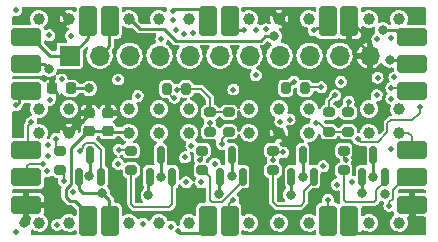
<source format=gbl>
%TF.GenerationSoftware,KiCad,Pcbnew,(6.0.4-0)*%
%TF.CreationDate,2022-05-02T21:47:30-07:00*%
%TF.ProjectId,hcms_dot_display_top,68636d73-5f64-46f7-945f-646973706c61,rev?*%
%TF.SameCoordinates,Original*%
%TF.FileFunction,Copper,L4,Bot*%
%TF.FilePolarity,Positive*%
%FSLAX46Y46*%
G04 Gerber Fmt 4.6, Leading zero omitted, Abs format (unit mm)*
G04 Created by KiCad (PCBNEW (6.0.4-0)) date 2022-05-02 21:47:30*
%MOMM*%
%LPD*%
G01*
G04 APERTURE LIST*
G04 Aperture macros list*
%AMRoundRect*
0 Rectangle with rounded corners*
0 $1 Rounding radius*
0 $2 $3 $4 $5 $6 $7 $8 $9 X,Y pos of 4 corners*
0 Add a 4 corners polygon primitive as box body*
4,1,4,$2,$3,$4,$5,$6,$7,$8,$9,$2,$3,0*
0 Add four circle primitives for the rounded corners*
1,1,$1+$1,$2,$3*
1,1,$1+$1,$4,$5*
1,1,$1+$1,$6,$7*
1,1,$1+$1,$8,$9*
0 Add four rect primitives between the rounded corners*
20,1,$1+$1,$2,$3,$4,$5,0*
20,1,$1+$1,$4,$5,$6,$7,0*
20,1,$1+$1,$6,$7,$8,$9,0*
20,1,$1+$1,$8,$9,$2,$3,0*%
G04 Aperture macros list end*
%TA.AperFunction,SMDPad,CuDef*%
%ADD10RoundRect,0.150000X-0.600000X-1.100000X0.600000X-1.100000X0.600000X1.100000X-0.600000X1.100000X0*%
%TD*%
%TA.AperFunction,SMDPad,CuDef*%
%ADD11RoundRect,0.150000X-1.100000X0.600000X-1.100000X-0.600000X1.100000X-0.600000X1.100000X0.600000X0*%
%TD*%
%TA.AperFunction,ComponentPad*%
%ADD12C,1.000000*%
%TD*%
%TA.AperFunction,SMDPad,CuDef*%
%ADD13RoundRect,0.200000X-0.275000X0.200000X-0.275000X-0.200000X0.275000X-0.200000X0.275000X0.200000X0*%
%TD*%
%TA.AperFunction,ComponentPad*%
%ADD14R,1.700000X1.700000*%
%TD*%
%TA.AperFunction,ComponentPad*%
%ADD15O,1.700000X1.700000*%
%TD*%
%TA.AperFunction,SMDPad,CuDef*%
%ADD16RoundRect,0.200000X0.275000X-0.200000X0.275000X0.200000X-0.275000X0.200000X-0.275000X-0.200000X0*%
%TD*%
%TA.AperFunction,SMDPad,CuDef*%
%ADD17RoundRect,0.225000X0.225000X0.250000X-0.225000X0.250000X-0.225000X-0.250000X0.225000X-0.250000X0*%
%TD*%
%TA.AperFunction,SMDPad,CuDef*%
%ADD18RoundRect,0.150000X0.150000X-0.587500X0.150000X0.587500X-0.150000X0.587500X-0.150000X-0.587500X0*%
%TD*%
%TA.AperFunction,SMDPad,CuDef*%
%ADD19RoundRect,0.225000X0.250000X-0.225000X0.250000X0.225000X-0.250000X0.225000X-0.250000X-0.225000X0*%
%TD*%
%TA.AperFunction,SMDPad,CuDef*%
%ADD20RoundRect,0.200000X-0.200000X-0.275000X0.200000X-0.275000X0.200000X0.275000X-0.200000X0.275000X0*%
%TD*%
%TA.AperFunction,SMDPad,CuDef*%
%ADD21RoundRect,0.200000X0.200000X0.275000X-0.200000X0.275000X-0.200000X-0.275000X0.200000X-0.275000X0*%
%TD*%
%TA.AperFunction,ViaPad*%
%ADD22C,0.500000*%
%TD*%
%TA.AperFunction,ViaPad*%
%ADD23C,0.800000*%
%TD*%
%TA.AperFunction,Conductor*%
%ADD24C,0.152400*%
%TD*%
%TA.AperFunction,Conductor*%
%ADD25C,0.254000*%
%TD*%
%TA.AperFunction,Conductor*%
%ADD26C,0.250000*%
%TD*%
G04 APERTURE END LIST*
D10*
X149210000Y-114530000D03*
X151010000Y-114530000D03*
X159360000Y-114530000D03*
X161160000Y-114530000D03*
X169510000Y-114530000D03*
X171310000Y-114530000D03*
D11*
X143940000Y-98985000D03*
X143940000Y-101285000D03*
X143940000Y-103585000D03*
X143940000Y-108585000D03*
X143940000Y-110885000D03*
X143940000Y-113185000D03*
X176580000Y-113185000D03*
X176580000Y-110885000D03*
X176580000Y-108585000D03*
X176580000Y-103585000D03*
X176580000Y-101285000D03*
X176580000Y-98985000D03*
D10*
X149210000Y-97640000D03*
X151010000Y-97640000D03*
X159360000Y-97640000D03*
X161160000Y-97640000D03*
X169510000Y-97640000D03*
X171310000Y-97640000D03*
D12*
X145021778Y-114723222D03*
X145021778Y-105073222D03*
X147561778Y-114723222D03*
X147561778Y-105073222D03*
X152641778Y-114723222D03*
X152641778Y-105073222D03*
X155181778Y-114723222D03*
X155181778Y-105073222D03*
X157721778Y-114723222D03*
X157721778Y-105073222D03*
X162801778Y-114723222D03*
X162801778Y-105073222D03*
X165341778Y-114723222D03*
X165341778Y-105073222D03*
X167881778Y-114723222D03*
X167881778Y-105073222D03*
X172961778Y-114723222D03*
X172961778Y-105073222D03*
X175511778Y-114723222D03*
X175511778Y-105073222D03*
X175511778Y-107103222D03*
X175511778Y-97453222D03*
X172961778Y-107103222D03*
X172961778Y-97453222D03*
X167881778Y-107103222D03*
X167881778Y-97453222D03*
X165341778Y-107103222D03*
X165341778Y-97453222D03*
X162801778Y-107103222D03*
X162801778Y-97453222D03*
X157721778Y-107103222D03*
X157721778Y-97453222D03*
X155181778Y-107103222D03*
X155181778Y-97453222D03*
X152641778Y-107103222D03*
X152641778Y-97453222D03*
X147561778Y-107103222D03*
X147561778Y-97453222D03*
X145021778Y-107103222D03*
X145021778Y-97453222D03*
D13*
X161090000Y-105365000D03*
X161090000Y-107015000D03*
D14*
X147618222Y-100571778D03*
D15*
X150158222Y-100571778D03*
X152698222Y-100571778D03*
X155238222Y-100571778D03*
X157778222Y-100571778D03*
X160318222Y-100571778D03*
X162858222Y-100571778D03*
X165398222Y-100571778D03*
X167938222Y-100571778D03*
X170478222Y-100571778D03*
X173018222Y-100571778D03*
D16*
X152840000Y-110265000D03*
X152840000Y-108615000D03*
D17*
X147715000Y-103340000D03*
X146165000Y-103340000D03*
D16*
X164840000Y-110265000D03*
X164840000Y-108615000D03*
D18*
X162290000Y-110827500D03*
X160390000Y-110827500D03*
X161340000Y-108952500D03*
D19*
X149290000Y-106965000D03*
X149290000Y-105415000D03*
D16*
X146840000Y-110265000D03*
X146840000Y-108615000D03*
D18*
X150290000Y-110827500D03*
X148390000Y-110827500D03*
X149340000Y-108952500D03*
D20*
X165915000Y-103340000D03*
X167565000Y-103340000D03*
D18*
X168290000Y-110827500D03*
X166390000Y-110827500D03*
X167340000Y-108952500D03*
X156290000Y-110827500D03*
X154390000Y-110827500D03*
X155340000Y-108952500D03*
D16*
X158840000Y-110265000D03*
X158840000Y-108615000D03*
X170840000Y-110265000D03*
X170840000Y-108615000D03*
D13*
X159490000Y-105365000D03*
X159490000Y-107015000D03*
D21*
X157490000Y-103390000D03*
X155840000Y-103390000D03*
D18*
X174290000Y-110827500D03*
X172390000Y-110827500D03*
X173340000Y-108952500D03*
D16*
X169590000Y-107015000D03*
X169590000Y-105365000D03*
D19*
X150890000Y-106965000D03*
X150890000Y-105415000D03*
D16*
X171190000Y-107015000D03*
X171190000Y-105365000D03*
D22*
X145360000Y-109730000D03*
X144380000Y-106220000D03*
X168454002Y-106250608D03*
X166590000Y-102790000D03*
X166240000Y-105980000D03*
D23*
X149290000Y-110800000D03*
X155340000Y-110840000D03*
D22*
X156690000Y-103440000D03*
X156590000Y-98390000D03*
D23*
X161340000Y-110790000D03*
X174320000Y-112270000D03*
X174710000Y-100950000D03*
X154290000Y-112390000D03*
X145880000Y-101710000D03*
X172380000Y-112210000D03*
X150370000Y-112180000D03*
X166340000Y-112340000D03*
X160240000Y-112260000D03*
X167390000Y-110840000D03*
X173340000Y-110840000D03*
D22*
X160490000Y-108040000D03*
X161480000Y-112760000D03*
X156230000Y-115060000D03*
X143040000Y-115490000D03*
X173640000Y-99190000D03*
X171560000Y-111290000D03*
X155390000Y-99140000D03*
X143090000Y-104790000D03*
X174870000Y-103310000D03*
X156810000Y-115460000D03*
X156340000Y-96790000D03*
X175120000Y-102410000D03*
X143090000Y-96740000D03*
X150880000Y-102990000D03*
X168130000Y-112815000D03*
X143455000Y-107115000D03*
X166705000Y-101490000D03*
X156530000Y-105390000D03*
X150930000Y-104115000D03*
X166580000Y-114515000D03*
X155980000Y-102165000D03*
D23*
X143740000Y-114740000D03*
D22*
X150905000Y-108015000D03*
X151880000Y-112015000D03*
X174255000Y-97115000D03*
X164080000Y-114490000D03*
X174190000Y-115040000D03*
X153455000Y-99140000D03*
X176905000Y-97365000D03*
X172680000Y-102640000D03*
X146305000Y-97040000D03*
X143880000Y-97590000D03*
X169705000Y-110890000D03*
X166680000Y-97790000D03*
X157655000Y-102215000D03*
X176830000Y-114515000D03*
X163730000Y-106090000D03*
X143855000Y-105690000D03*
X153955000Y-97165000D03*
X156505000Y-106615000D03*
X163605000Y-112790000D03*
X163780000Y-110990000D03*
D23*
X174140000Y-98390000D03*
X149290000Y-103340000D03*
X164940000Y-98940000D03*
D22*
X157940000Y-108190000D03*
X151740000Y-102590000D03*
X158080000Y-98670000D03*
X151790000Y-108540000D03*
X174860000Y-108510000D03*
X151740000Y-109740000D03*
X158740000Y-111290000D03*
X145810000Y-109090000D03*
X163440000Y-98390000D03*
X156393991Y-97536406D03*
X170590000Y-102790000D03*
X145709440Y-110377100D03*
X164240000Y-98340000D03*
X170230000Y-111490000D03*
X170990000Y-109390000D03*
X171248501Y-104459483D03*
X174850000Y-99070000D03*
X147890000Y-112120000D03*
X147740000Y-98890000D03*
X145890000Y-98840000D03*
X157270000Y-98700000D03*
X158656647Y-109383918D03*
X174870000Y-104210000D03*
X146571355Y-114891744D03*
X153390000Y-103990000D03*
X146490000Y-107590000D03*
X173690000Y-102440000D03*
X173624068Y-103919205D03*
X153840000Y-114790000D03*
X146940000Y-102590000D03*
X157390000Y-109190000D03*
X163390000Y-102240000D03*
X165460000Y-106150000D03*
X165716950Y-108768507D03*
X164840000Y-109390000D03*
X157509785Y-111285191D03*
X145936072Y-104308326D03*
X145790000Y-108140000D03*
X172010514Y-107608336D03*
X177250000Y-104920000D03*
X147153913Y-111180861D03*
X148490000Y-108664300D03*
X174690000Y-113290000D03*
X169500000Y-112780000D03*
X162390000Y-98390000D03*
X156490000Y-104140000D03*
X170090000Y-103940000D03*
X161490000Y-103440000D03*
X169090000Y-109940000D03*
X159890000Y-109740000D03*
X168290000Y-98440000D03*
X159490000Y-106240000D03*
X168940000Y-103240000D03*
D24*
X174690000Y-113290000D02*
X174690000Y-113000000D01*
X176031046Y-110885000D02*
X176580000Y-110885000D01*
X174690000Y-113000000D02*
X175000000Y-112690000D01*
X175000000Y-112690000D02*
X175000000Y-111916046D01*
X175000000Y-111916046D02*
X176031046Y-110885000D01*
X145360000Y-109730000D02*
X144150000Y-109730000D01*
X144000000Y-109880000D02*
X144000000Y-110825000D01*
X144150000Y-109730000D02*
X144000000Y-109880000D01*
X144000000Y-110825000D02*
X143940000Y-110885000D01*
D25*
X149290000Y-110800000D02*
X149340000Y-110750000D01*
X149340000Y-110750000D02*
X149340000Y-108952500D01*
D24*
X144380000Y-106220000D02*
X144100000Y-106500000D01*
X144100000Y-108425000D02*
X143940000Y-108585000D01*
X144100000Y-106500000D02*
X144100000Y-108425000D01*
X176580000Y-108585000D02*
X176580000Y-107400000D01*
X176283222Y-107103222D02*
X175511778Y-107103222D01*
X176580000Y-107400000D02*
X176283222Y-107103222D01*
X168765608Y-106250608D02*
X169530000Y-107015000D01*
X171190000Y-107015000D02*
X169590000Y-107015000D01*
D26*
X166465000Y-102790000D02*
X165915000Y-103340000D01*
D24*
X169530000Y-107015000D02*
X169590000Y-107015000D01*
D26*
X166590000Y-102790000D02*
X166465000Y-102790000D01*
D24*
X168454002Y-106250608D02*
X168765608Y-106250608D01*
D25*
X155340000Y-110840000D02*
X155340000Y-108952500D01*
D24*
X158740000Y-103390000D02*
X159490000Y-104140000D01*
X156740000Y-103390000D02*
X156690000Y-103440000D01*
X157490000Y-103390000D02*
X156740000Y-103390000D01*
X157490000Y-103390000D02*
X158740000Y-103390000D01*
X159490000Y-105365000D02*
X161090000Y-105365000D01*
X159490000Y-104140000D02*
X159490000Y-105365000D01*
D25*
X161340000Y-110790000D02*
X161340000Y-108952500D01*
X148390000Y-111830000D02*
X148390000Y-110827500D01*
X176450000Y-100950000D02*
X176690000Y-101190000D01*
X150990000Y-112800000D02*
X150990000Y-114690000D01*
X150990000Y-99730000D02*
X150990000Y-97540000D01*
X148740000Y-112180000D02*
X148390000Y-111830000D01*
X160240000Y-112260000D02*
X160240000Y-110977500D01*
X160240000Y-110977500D02*
X160390000Y-110827500D01*
X172380000Y-112210000D02*
X172390000Y-112200000D01*
X154290000Y-110927500D02*
X154390000Y-110827500D01*
X154290000Y-112390000D02*
X154290000Y-110927500D01*
X150370000Y-112180000D02*
X150990000Y-112800000D01*
X172390000Y-112200000D02*
X172390000Y-110827500D01*
X174710000Y-100950000D02*
X176450000Y-100950000D01*
X166340000Y-110877500D02*
X166390000Y-110827500D01*
X150370000Y-112180000D02*
X148740000Y-112180000D01*
X145880000Y-101710000D02*
X145455000Y-101285000D01*
X150155000Y-100565000D02*
X150990000Y-99730000D01*
X145455000Y-101285000D02*
X143940000Y-101285000D01*
X166340000Y-112340000D02*
X166340000Y-110877500D01*
X167390000Y-110840000D02*
X167340000Y-110790000D01*
X167340000Y-110790000D02*
X167340000Y-108952500D01*
X173340000Y-110840000D02*
X173340000Y-108952500D01*
D24*
X160490000Y-107615000D02*
X161090000Y-107015000D01*
X161480000Y-112760000D02*
X161140000Y-113100000D01*
X161140000Y-113100000D02*
X161140000Y-114690000D01*
X160490000Y-108040000D02*
X160490000Y-107615000D01*
D26*
X156501289Y-96628711D02*
X158593711Y-96628711D01*
D24*
X176510000Y-103310000D02*
X176690000Y-103490000D01*
D26*
X143355000Y-104540000D02*
X143355000Y-104170000D01*
X158593711Y-96628711D02*
X159360000Y-97395000D01*
X156810000Y-115460000D02*
X156900000Y-115550000D01*
X143355000Y-104170000D02*
X143940000Y-103585000D01*
X143105000Y-104790000D02*
X143355000Y-104540000D01*
X159360000Y-97395000D02*
X159360000Y-97640000D01*
X159360000Y-114975480D02*
X159360000Y-114530000D01*
X143090000Y-104790000D02*
X143105000Y-104790000D01*
X156340000Y-96790000D02*
X156501289Y-96628711D01*
X158785480Y-115550000D02*
X159360000Y-114975480D01*
D24*
X174870000Y-103310000D02*
X176510000Y-103310000D01*
D26*
X156900000Y-115550000D02*
X158785480Y-115550000D01*
X175162520Y-115540000D02*
X174155000Y-115540000D01*
D25*
X165320000Y-97355000D02*
X165320000Y-97670000D01*
D26*
X176814300Y-114515000D02*
X176814300Y-113419300D01*
X171912733Y-115547733D02*
X174255000Y-115547733D01*
X171310000Y-114945000D02*
X171912733Y-115547733D01*
X176814300Y-114515000D02*
X176814300Y-114955700D01*
D25*
X173015000Y-100565000D02*
X173015000Y-99265000D01*
X143790000Y-114690000D02*
X143740000Y-114740000D01*
D26*
X174180000Y-115050000D02*
X174190000Y-115040000D01*
D25*
X149290000Y-105415000D02*
X149290000Y-105490000D01*
X173015000Y-99265000D02*
X171290000Y-97540000D01*
D26*
X176222267Y-115547733D02*
X175170253Y-115547733D01*
X176814300Y-113419300D02*
X176580000Y-113185000D01*
D25*
X143790000Y-113090000D02*
X143790000Y-114690000D01*
X146540000Y-105990000D02*
X146540000Y-103715000D01*
X165320000Y-97670000D02*
X166990000Y-99340000D01*
X148640000Y-106140000D02*
X146690000Y-106140000D01*
D26*
X174180000Y-115414520D02*
X174180000Y-115050000D01*
X176814300Y-114955700D02*
X176222267Y-115547733D01*
D25*
X146540000Y-103715000D02*
X146165000Y-103340000D01*
X146690000Y-106140000D02*
X146540000Y-105990000D01*
D26*
X175170253Y-115547733D02*
X175162520Y-115540000D01*
D25*
X149290000Y-105490000D02*
X148640000Y-106140000D01*
X171990000Y-99340000D02*
X173015000Y-100365000D01*
X166990000Y-99340000D02*
X171990000Y-99340000D01*
D26*
X171310000Y-114530000D02*
X171310000Y-114945000D01*
D25*
X173015000Y-100365000D02*
X173015000Y-100565000D01*
X143790000Y-98890000D02*
X144290000Y-98890000D01*
X147749500Y-111420500D02*
X147308586Y-111861414D01*
X148036377Y-112866511D02*
X149190000Y-114020134D01*
X176580000Y-98985000D02*
X175885000Y-98985000D01*
X153555000Y-98290000D02*
X152620000Y-97355000D01*
X147651200Y-112866511D02*
X148036377Y-112866511D01*
X149190000Y-114020134D02*
X149190000Y-114690000D01*
X149210000Y-99120000D02*
X149210000Y-97560000D01*
X147749500Y-108430500D02*
X147749500Y-111420500D01*
X145965000Y-100565000D02*
X147765000Y-100565000D01*
X147308586Y-112523897D02*
X147651200Y-112866511D01*
X175290000Y-98390000D02*
X174140000Y-98390000D01*
X152620000Y-107005000D02*
X150930000Y-107005000D01*
X163840000Y-99290000D02*
X156590000Y-99290000D01*
X155590000Y-98290000D02*
X153555000Y-98290000D01*
X156590000Y-99290000D02*
X155590000Y-98290000D01*
X147765000Y-100565000D02*
X149210000Y-99120000D01*
X150890000Y-106965000D02*
X149290000Y-106965000D01*
X147308586Y-111861414D02*
X147308586Y-112523897D01*
X144290000Y-98890000D02*
X145965000Y-100565000D01*
X164190000Y-98940000D02*
X163840000Y-99290000D01*
X164940000Y-98940000D02*
X164190000Y-98940000D01*
X149290000Y-103340000D02*
X147715000Y-103340000D01*
X149290000Y-106965000D02*
X149215000Y-106965000D01*
X175885000Y-98985000D02*
X175290000Y-98390000D01*
X149215000Y-106965000D02*
X147749500Y-108430500D01*
X150930000Y-107005000D02*
X150890000Y-106965000D01*
D24*
X151790000Y-108540000D02*
X152765000Y-108540000D01*
X152765000Y-108540000D02*
X152840000Y-108615000D01*
X170990000Y-109390000D02*
X170840000Y-109240000D01*
X170840000Y-109240000D02*
X170840000Y-108615000D01*
X171190000Y-105365000D02*
X171190000Y-104517984D01*
X171190000Y-104517984D02*
X171248501Y-104459483D01*
X158656647Y-109383918D02*
X158840000Y-109200565D01*
X158840000Y-109200565D02*
X158840000Y-108615000D01*
X146490000Y-108265000D02*
X146840000Y-108615000D01*
X146490000Y-107590000D02*
X146490000Y-108265000D01*
X172312178Y-107910000D02*
X173690000Y-107910000D01*
X176640000Y-106010000D02*
X177250000Y-105400000D01*
X174530000Y-106280000D02*
X174800000Y-106010000D01*
X177250000Y-105400000D02*
X177250000Y-104920000D01*
X165716950Y-108768507D02*
X164993507Y-108768507D01*
X173690000Y-107910000D02*
X174530000Y-107070000D01*
X164840000Y-108615000D02*
X164840000Y-109390000D01*
X174530000Y-107070000D02*
X174530000Y-106280000D01*
X174800000Y-106010000D02*
X176640000Y-106010000D01*
X164993507Y-108768507D02*
X164840000Y-108615000D01*
X172010514Y-107608336D02*
X172312178Y-107910000D01*
X161265711Y-112234289D02*
X162290000Y-111210000D01*
X158840000Y-110265000D02*
X158875000Y-110265000D01*
X161262242Y-112234289D02*
X161265711Y-112234289D01*
X160530000Y-112970000D02*
X160954289Y-112545711D01*
X159680000Y-112970000D02*
X160530000Y-112970000D01*
X160954289Y-112542242D02*
X161262242Y-112234289D01*
X160954289Y-112545711D02*
X160954289Y-112542242D01*
X158875000Y-110265000D02*
X159490000Y-110880000D01*
X159490000Y-112780000D02*
X159680000Y-112970000D01*
X162290000Y-111210000D02*
X162290000Y-110827500D01*
X159490000Y-110880000D02*
X159490000Y-112780000D01*
X148764280Y-108188662D02*
X149013662Y-107939280D01*
X147153913Y-111180861D02*
X147153913Y-110578913D01*
X149013662Y-107939280D02*
X149666338Y-107939280D01*
X150290000Y-108562942D02*
X150290000Y-110827500D01*
X149666338Y-107939280D02*
X150290000Y-108562942D01*
X147153913Y-110578913D02*
X146840000Y-110265000D01*
X148764280Y-108390020D02*
X148764280Y-108188662D01*
X148490000Y-108664300D02*
X148764280Y-108390020D01*
X167480000Y-112980000D02*
X167480000Y-112000000D01*
X165160000Y-113290000D02*
X167170000Y-113290000D01*
X168290000Y-111190000D02*
X168290000Y-110827500D01*
X167480000Y-112000000D02*
X168290000Y-111190000D01*
X164840000Y-110265000D02*
X164840000Y-112970000D01*
X167170000Y-113290000D02*
X167480000Y-112980000D01*
X164840000Y-112970000D02*
X165160000Y-113290000D01*
X153110000Y-113390000D02*
X156070000Y-113390000D01*
X156070000Y-113390000D02*
X156300000Y-113160000D01*
X156300000Y-110837500D02*
X156290000Y-110827500D01*
X156300000Y-113160000D02*
X156300000Y-110837500D01*
X152840000Y-113120000D02*
X153110000Y-113390000D01*
X152840000Y-110265000D02*
X152840000Y-113120000D01*
X170840000Y-112770000D02*
X171060000Y-112990000D01*
X173600000Y-112760000D02*
X173600000Y-111930000D01*
X174290000Y-111240000D02*
X174290000Y-110827500D01*
X171060000Y-112990000D02*
X173370000Y-112990000D01*
X173600000Y-111930000D02*
X174290000Y-111240000D01*
X173370000Y-112990000D02*
X173600000Y-112760000D01*
X170840000Y-110265000D02*
X170840000Y-112770000D01*
X169500000Y-112780000D02*
X169490000Y-112790000D01*
X169490000Y-112790000D02*
X169490000Y-114690000D01*
D26*
X161910000Y-98390000D02*
X161160000Y-97640000D01*
D24*
X156490000Y-104140000D02*
X156390000Y-104140000D01*
X169590000Y-104440000D02*
X169590000Y-105365000D01*
X156390000Y-104140000D02*
X155840000Y-103590000D01*
X155840000Y-103590000D02*
X155840000Y-103390000D01*
X170090000Y-103940000D02*
X169590000Y-104440000D01*
D26*
X162390000Y-98390000D02*
X161910000Y-98390000D01*
X168290000Y-98430000D02*
X168530000Y-98190000D01*
X168290000Y-98440000D02*
X168290000Y-98430000D01*
X168530000Y-98190000D02*
X168960000Y-98190000D01*
D24*
X159490000Y-106240000D02*
X159490000Y-107015000D01*
X168940000Y-103240000D02*
X167665000Y-103240000D01*
X167665000Y-103240000D02*
X167565000Y-103340000D01*
D26*
X168960000Y-98190000D02*
X169510000Y-97640000D01*
%TA.AperFunction,Conductor*%
G36*
X177727621Y-111909502D02*
G01*
X177774114Y-111963158D01*
X177785500Y-112015500D01*
X177785500Y-112055000D01*
X177765498Y-112123121D01*
X177711842Y-112169614D01*
X177659500Y-112181000D01*
X176852115Y-112181000D01*
X176836876Y-112185475D01*
X176835671Y-112186865D01*
X176834000Y-112194548D01*
X176834000Y-114170884D01*
X176838475Y-114186123D01*
X176839865Y-114187328D01*
X176847548Y-114188999D01*
X177659500Y-114188999D01*
X177727621Y-114209001D01*
X177774114Y-114262657D01*
X177785500Y-114314999D01*
X177785500Y-115609500D01*
X177765498Y-115677621D01*
X177711842Y-115724114D01*
X177659500Y-115735500D01*
X172440000Y-115735500D01*
X172371879Y-115715498D01*
X172325386Y-115661842D01*
X172314000Y-115609500D01*
X172314000Y-115434098D01*
X172334002Y-115365977D01*
X172387658Y-115319484D01*
X172457932Y-115309380D01*
X172508993Y-115328666D01*
X172538536Y-115347998D01*
X172619438Y-115400939D01*
X172778093Y-115459942D01*
X172785074Y-115460873D01*
X172785076Y-115460874D01*
X172938896Y-115481398D01*
X172938900Y-115481398D01*
X172945877Y-115482329D01*
X172952888Y-115481691D01*
X172952892Y-115481691D01*
X173107430Y-115467627D01*
X173114451Y-115466988D01*
X173275437Y-115414680D01*
X173388648Y-115347193D01*
X173414782Y-115331614D01*
X173414784Y-115331613D01*
X173420834Y-115328006D01*
X173543416Y-115211274D01*
X173552639Y-115197393D01*
X173633188Y-115076157D01*
X173633189Y-115076155D01*
X173637089Y-115070285D01*
X173697198Y-114912046D01*
X173707939Y-114835617D01*
X173720205Y-114748345D01*
X173720205Y-114748340D01*
X173720756Y-114744422D01*
X173721052Y-114723222D01*
X173712455Y-114646579D01*
X173702969Y-114562002D01*
X173702968Y-114561999D01*
X173702184Y-114555006D01*
X173646516Y-114395151D01*
X173556816Y-114251601D01*
X173437542Y-114131491D01*
X173430874Y-114127259D01*
X173325629Y-114060469D01*
X173294622Y-114040791D01*
X173267220Y-114031034D01*
X173141794Y-113986371D01*
X173141789Y-113986370D01*
X173135159Y-113984009D01*
X173128173Y-113983176D01*
X173128169Y-113983175D01*
X172997513Y-113967596D01*
X172967079Y-113963967D01*
X172960076Y-113964703D01*
X172960075Y-113964703D01*
X172805743Y-113980923D01*
X172805739Y-113980924D01*
X172798735Y-113981660D01*
X172792064Y-113983931D01*
X172645165Y-114033939D01*
X172645162Y-114033940D01*
X172638495Y-114036210D01*
X172632499Y-114039899D01*
X172632488Y-114039904D01*
X172506021Y-114117708D01*
X172437520Y-114136367D01*
X172369806Y-114115028D01*
X172324378Y-114060469D01*
X172313999Y-114010391D01*
X172313999Y-113446700D01*
X172334001Y-113378579D01*
X172387657Y-113332086D01*
X172439999Y-113320700D01*
X173350051Y-113320700D01*
X173361032Y-113321179D01*
X173388291Y-113323564D01*
X173388292Y-113323564D01*
X173399267Y-113324524D01*
X173436339Y-113314591D01*
X173447053Y-113312216D01*
X173462900Y-113309422D01*
X173473997Y-113307465D01*
X173473998Y-113307465D01*
X173484851Y-113305551D01*
X173494396Y-113300040D01*
X173497889Y-113298769D01*
X173501267Y-113297194D01*
X173511916Y-113294340D01*
X173520947Y-113288016D01*
X173520950Y-113288015D01*
X173543355Y-113272327D01*
X173552624Y-113266422D01*
X173560428Y-113261916D01*
X173585849Y-113247239D01*
X173592933Y-113238796D01*
X173592936Y-113238794D01*
X173610522Y-113217836D01*
X173617948Y-113209732D01*
X173819732Y-113007948D01*
X173827836Y-113000522D01*
X173848794Y-112982936D01*
X173848796Y-112982933D01*
X173857239Y-112975849D01*
X173876422Y-112942624D01*
X173882327Y-112933354D01*
X173897070Y-112912299D01*
X173952528Y-112867971D01*
X174023147Y-112860662D01*
X174060403Y-112873838D01*
X174066999Y-112877419D01*
X174077293Y-112883008D01*
X174084635Y-112884934D01*
X174084637Y-112884935D01*
X174150269Y-112902153D01*
X174211085Y-112938787D01*
X174242440Y-113002484D01*
X174232351Y-113077578D01*
X174202583Y-113140982D01*
X174201203Y-113149846D01*
X174201202Y-113149849D01*
X174182347Y-113270950D01*
X174180350Y-113283773D01*
X174181514Y-113292675D01*
X174181514Y-113292678D01*
X174193317Y-113382936D01*
X174199088Y-113427065D01*
X174257289Y-113559339D01*
X174263063Y-113566208D01*
X174309686Y-113621672D01*
X174350276Y-113669960D01*
X174357747Y-113674933D01*
X174357748Y-113674934D01*
X174463101Y-113745063D01*
X174463103Y-113745064D01*
X174470574Y-113750037D01*
X174479138Y-113752713D01*
X174479141Y-113752714D01*
X174539542Y-113771584D01*
X174608510Y-113793132D01*
X174752998Y-113795780D01*
X174892422Y-113757769D01*
X174900071Y-113753072D01*
X174906194Y-113750423D01*
X174976657Y-113741727D01*
X175040634Y-113772507D01*
X175077815Y-113832989D01*
X175080682Y-113846351D01*
X175089433Y-113901607D01*
X175095486Y-113920236D01*
X175109887Y-113948500D01*
X175122991Y-114018277D01*
X175096290Y-114084061D01*
X175063643Y-114113019D01*
X175050324Y-114121213D01*
X175050321Y-114121216D01*
X175044322Y-114124906D01*
X174923383Y-114243339D01*
X174919572Y-114249253D01*
X174919570Y-114249255D01*
X174895197Y-114287075D01*
X174831687Y-114385622D01*
X174824300Y-114405918D01*
X174776203Y-114538062D01*
X174776202Y-114538067D01*
X174773793Y-114544685D01*
X174752578Y-114712621D01*
X174769096Y-114881084D01*
X174822526Y-115041701D01*
X174826175Y-115047726D01*
X174903558Y-115175500D01*
X174910213Y-115186489D01*
X174915104Y-115191554D01*
X174915105Y-115191555D01*
X174974166Y-115252714D01*
X175027799Y-115308253D01*
X175169438Y-115400939D01*
X175328093Y-115459942D01*
X175335074Y-115460873D01*
X175335076Y-115460874D01*
X175488896Y-115481398D01*
X175488900Y-115481398D01*
X175495877Y-115482329D01*
X175502888Y-115481691D01*
X175502892Y-115481691D01*
X175657430Y-115467627D01*
X175664451Y-115466988D01*
X175825437Y-115414680D01*
X175938648Y-115347193D01*
X175964782Y-115331614D01*
X175964784Y-115331613D01*
X175970834Y-115328006D01*
X176093416Y-115211274D01*
X176102639Y-115197393D01*
X176183188Y-115076157D01*
X176183189Y-115076155D01*
X176187089Y-115070285D01*
X176247198Y-114912046D01*
X176257939Y-114835617D01*
X176270205Y-114748345D01*
X176270205Y-114748340D01*
X176270756Y-114744422D01*
X176271052Y-114723222D01*
X176262455Y-114646579D01*
X176252969Y-114562002D01*
X176252968Y-114561999D01*
X176252184Y-114555006D01*
X176196516Y-114395151D01*
X176192781Y-114389173D01*
X176188154Y-114381768D01*
X176169019Y-114313398D01*
X176189886Y-114245537D01*
X176244128Y-114199730D01*
X176295009Y-114189000D01*
X176307885Y-114189000D01*
X176323124Y-114184525D01*
X176324329Y-114183135D01*
X176326000Y-114175452D01*
X176326000Y-112199116D01*
X176321525Y-112183877D01*
X176320135Y-112182672D01*
X176312452Y-112181001D01*
X175506915Y-112181001D01*
X175438794Y-112160999D01*
X175392301Y-112107343D01*
X175382197Y-112037069D01*
X175411691Y-111972489D01*
X175417820Y-111965906D01*
X175457321Y-111926405D01*
X175519633Y-111892379D01*
X175546416Y-111889500D01*
X177659500Y-111889500D01*
X177727621Y-111909502D01*
G37*
%TD.AperFunction*%
%TA.AperFunction,Conductor*%
G36*
X168447621Y-96454502D02*
G01*
X168494114Y-96508158D01*
X168505500Y-96560500D01*
X168505500Y-96726195D01*
X168485498Y-96794316D01*
X168431842Y-96840809D01*
X168361568Y-96850913D01*
X168311986Y-96832580D01*
X168245629Y-96790469D01*
X168214622Y-96770791D01*
X168163123Y-96752453D01*
X168061794Y-96716371D01*
X168061789Y-96716370D01*
X168055159Y-96714009D01*
X168048173Y-96713176D01*
X168048169Y-96713175D01*
X167929065Y-96698973D01*
X167887079Y-96693967D01*
X167880076Y-96694703D01*
X167880075Y-96694703D01*
X167725743Y-96710923D01*
X167725739Y-96710924D01*
X167718735Y-96711660D01*
X167712064Y-96713931D01*
X167565165Y-96763939D01*
X167565162Y-96763940D01*
X167558495Y-96766210D01*
X167552497Y-96769900D01*
X167552495Y-96769901D01*
X167420321Y-96851215D01*
X167420319Y-96851217D01*
X167414322Y-96854906D01*
X167293383Y-96973339D01*
X167201687Y-97115622D01*
X167188329Y-97152324D01*
X167146203Y-97268062D01*
X167146202Y-97268067D01*
X167143793Y-97274685D01*
X167122578Y-97442621D01*
X167139096Y-97611084D01*
X167192526Y-97771701D01*
X167203140Y-97789227D01*
X167275375Y-97908500D01*
X167280213Y-97916489D01*
X167285104Y-97921554D01*
X167285105Y-97921555D01*
X167326478Y-97964398D01*
X167397799Y-98038253D01*
X167539438Y-98130939D01*
X167546042Y-98133395D01*
X167691492Y-98187487D01*
X167698093Y-98189942D01*
X167702940Y-98190589D01*
X167763464Y-98226043D01*
X167795598Y-98289351D01*
X167796227Y-98331801D01*
X167781731Y-98424900D01*
X167781731Y-98424904D01*
X167780350Y-98433773D01*
X167781514Y-98442675D01*
X167781514Y-98442678D01*
X167796432Y-98556754D01*
X167799088Y-98577065D01*
X167857289Y-98709339D01*
X167863063Y-98716208D01*
X167940713Y-98808583D01*
X167950276Y-98819960D01*
X167957747Y-98824933D01*
X167957748Y-98824934D01*
X168063101Y-98895063D01*
X168063103Y-98895064D01*
X168070574Y-98900037D01*
X168079138Y-98902713D01*
X168079141Y-98902714D01*
X168129013Y-98918295D01*
X168208510Y-98943132D01*
X168352998Y-98945780D01*
X168437835Y-98922651D01*
X168508817Y-98924031D01*
X168567786Y-98963568D01*
X168572911Y-98970151D01*
X168574171Y-98971885D01*
X168578674Y-98980723D01*
X168669277Y-99071326D01*
X168783445Y-99129498D01*
X168878166Y-99144500D01*
X170141834Y-99144500D01*
X170236555Y-99129498D01*
X170350723Y-99071326D01*
X170352185Y-99074194D01*
X170403237Y-99055979D01*
X170469353Y-99071353D01*
X170469575Y-99070917D01*
X170471336Y-99071814D01*
X170472389Y-99072059D01*
X170474579Y-99073466D01*
X170574768Y-99124515D01*
X170593392Y-99130567D01*
X170673315Y-99143225D01*
X170683158Y-99144000D01*
X171037885Y-99144000D01*
X171053124Y-99139525D01*
X171054329Y-99138135D01*
X171056000Y-99130452D01*
X171056000Y-97512000D01*
X171076002Y-97443879D01*
X171129658Y-97397386D01*
X171182000Y-97386000D01*
X171438000Y-97386000D01*
X171506121Y-97406002D01*
X171552614Y-97459658D01*
X171564000Y-97512000D01*
X171564000Y-99125884D01*
X171568475Y-99141123D01*
X171569865Y-99142328D01*
X171577548Y-99143999D01*
X171936840Y-99143999D01*
X171946687Y-99143224D01*
X172026607Y-99130567D01*
X172045233Y-99124515D01*
X172141593Y-99075417D01*
X172157436Y-99063906D01*
X172233906Y-98987436D01*
X172245417Y-98971593D01*
X172294515Y-98875232D01*
X172300567Y-98856608D01*
X172313225Y-98776685D01*
X172314000Y-98766842D01*
X172314000Y-98164098D01*
X172334002Y-98095977D01*
X172387658Y-98049484D01*
X172457932Y-98039380D01*
X172508993Y-98058666D01*
X172539217Y-98078444D01*
X172619438Y-98130939D01*
X172778093Y-98189942D01*
X172785074Y-98190873D01*
X172785076Y-98190874D01*
X172938896Y-98211398D01*
X172938900Y-98211398D01*
X172945877Y-98212329D01*
X172952888Y-98211691D01*
X172952892Y-98211691D01*
X173107430Y-98197627D01*
X173114451Y-98196988D01*
X173275437Y-98144680D01*
X173308889Y-98124738D01*
X173377642Y-98107038D01*
X173445052Y-98129319D01*
X173489714Y-98184507D01*
X173498328Y-98249413D01*
X173483685Y-98360639D01*
X173480729Y-98383096D01*
X173485611Y-98427317D01*
X173496624Y-98527065D01*
X173498113Y-98540553D01*
X173500723Y-98547685D01*
X173506777Y-98564229D01*
X173511402Y-98635075D01*
X173476991Y-98697175D01*
X173440146Y-98722376D01*
X173431879Y-98724739D01*
X173309661Y-98801853D01*
X173303718Y-98808582D01*
X173303717Y-98808583D01*
X173269265Y-98847593D01*
X173213999Y-98910170D01*
X173210185Y-98918293D01*
X173210184Y-98918295D01*
X173191594Y-98957891D01*
X173152583Y-99040982D01*
X173151203Y-99049846D01*
X173151202Y-99049849D01*
X173133351Y-99164502D01*
X173130350Y-99183773D01*
X173131514Y-99192675D01*
X173131514Y-99192678D01*
X173146565Y-99307769D01*
X173149088Y-99327065D01*
X173207289Y-99459339D01*
X173239496Y-99497653D01*
X173242673Y-99501433D01*
X173271194Y-99566449D01*
X173272222Y-99582509D01*
X173272222Y-101632459D01*
X173276188Y-101645965D01*
X173284894Y-101647211D01*
X173463719Y-101586508D01*
X173474216Y-101581834D01*
X173641180Y-101488330D01*
X173650652Y-101481820D01*
X173797775Y-101359460D01*
X173805904Y-101351331D01*
X173912819Y-101222779D01*
X173971756Y-101183195D01*
X174042738Y-101181758D01*
X174103229Y-101218926D01*
X174120746Y-101244382D01*
X174122553Y-101249319D01*
X174126789Y-101255622D01*
X174126789Y-101255623D01*
X174139133Y-101273992D01*
X174210908Y-101380805D01*
X174216527Y-101385918D01*
X174216528Y-101385919D01*
X174272691Y-101437023D01*
X174328076Y-101487419D01*
X174467293Y-101563008D01*
X174620522Y-101603207D01*
X174704477Y-101604526D01*
X174771319Y-101605576D01*
X174771322Y-101605576D01*
X174778916Y-101605695D01*
X174786320Y-101603999D01*
X174786322Y-101603999D01*
X174921371Y-101573069D01*
X174992238Y-101577358D01*
X175049536Y-101619280D01*
X175075073Y-101685525D01*
X175075500Y-101695889D01*
X175075500Y-101802943D01*
X175055498Y-101871064D01*
X175001842Y-101917557D01*
X174984137Y-101924088D01*
X174911879Y-101944739D01*
X174904292Y-101949526D01*
X174904290Y-101949527D01*
X174889923Y-101958592D01*
X174789661Y-102021853D01*
X174783718Y-102028582D01*
X174783717Y-102028583D01*
X174715491Y-102105835D01*
X174693999Y-102130170D01*
X174690185Y-102138293D01*
X174690184Y-102138295D01*
X174680655Y-102158592D01*
X174632583Y-102260982D01*
X174631203Y-102269846D01*
X174631202Y-102269849D01*
X174614062Y-102379934D01*
X174610350Y-102403773D01*
X174611514Y-102412675D01*
X174611514Y-102412678D01*
X174626015Y-102523569D01*
X174629088Y-102547065D01*
X174652381Y-102600003D01*
X174681443Y-102666052D01*
X174687289Y-102679339D01*
X174689658Y-102682157D01*
X174707959Y-102747996D01*
X174686973Y-102815820D01*
X174649207Y-102852734D01*
X174547256Y-102917060D01*
X174547252Y-102917063D01*
X174539661Y-102921853D01*
X174533718Y-102928582D01*
X174533717Y-102928583D01*
X174483325Y-102985642D01*
X174443999Y-103030170D01*
X174440185Y-103038293D01*
X174440184Y-103038295D01*
X174416483Y-103088777D01*
X174382583Y-103160982D01*
X174381203Y-103169846D01*
X174381202Y-103169849D01*
X174361833Y-103294250D01*
X174360350Y-103303773D01*
X174361514Y-103312675D01*
X174361514Y-103312678D01*
X174374903Y-103415060D01*
X174379088Y-103447065D01*
X174437289Y-103579339D01*
X174510431Y-103666351D01*
X174521797Y-103679873D01*
X174550318Y-103744889D01*
X174539162Y-103815004D01*
X174519789Y-103844353D01*
X174443999Y-103930170D01*
X174440185Y-103938293D01*
X174440184Y-103938295D01*
X174428986Y-103962146D01*
X174382583Y-104060982D01*
X174381203Y-104069846D01*
X174381202Y-104069849D01*
X174362003Y-104193158D01*
X174360350Y-104203773D01*
X174361514Y-104212675D01*
X174361514Y-104212678D01*
X174377138Y-104332154D01*
X174379088Y-104347065D01*
X174437289Y-104479339D01*
X174443063Y-104486208D01*
X174476092Y-104525500D01*
X174530276Y-104589960D01*
X174537747Y-104594933D01*
X174537748Y-104594934D01*
X174643101Y-104665063D01*
X174643103Y-104665064D01*
X174650574Y-104670037D01*
X174659138Y-104672713D01*
X174659143Y-104672715D01*
X174708667Y-104688187D01*
X174767724Y-104727593D01*
X174796101Y-104792672D01*
X174789495Y-104851545D01*
X174773793Y-104894685D01*
X174752578Y-105062621D01*
X174769096Y-105231084D01*
X174822526Y-105391701D01*
X174826175Y-105397726D01*
X174879374Y-105485568D01*
X174897553Y-105554198D01*
X174875743Y-105621762D01*
X174820867Y-105666808D01*
X174782581Y-105676360D01*
X174781709Y-105676436D01*
X174770733Y-105675476D01*
X174733661Y-105685409D01*
X174722947Y-105687784D01*
X174707100Y-105690578D01*
X174696003Y-105692535D01*
X174696002Y-105692535D01*
X174685149Y-105694449D01*
X174675604Y-105699960D01*
X174672111Y-105701231D01*
X174668733Y-105702806D01*
X174658084Y-105705660D01*
X174649053Y-105711984D01*
X174649050Y-105711985D01*
X174626645Y-105727673D01*
X174617375Y-105733579D01*
X174593993Y-105747079D01*
X174584151Y-105752761D01*
X174577068Y-105761202D01*
X174577067Y-105761203D01*
X174559483Y-105782159D01*
X174552057Y-105790262D01*
X174310266Y-106032053D01*
X174302164Y-106039478D01*
X174272761Y-106064151D01*
X174257270Y-106090982D01*
X174253578Y-106097376D01*
X174247673Y-106106645D01*
X174231985Y-106129050D01*
X174231984Y-106129053D01*
X174225660Y-106138084D01*
X174222806Y-106148733D01*
X174221231Y-106152111D01*
X174219960Y-106155604D01*
X174214449Y-106165149D01*
X174212535Y-106176002D01*
X174212535Y-106176003D01*
X174207785Y-106202943D01*
X174205409Y-106213661D01*
X174195476Y-106250733D01*
X174196436Y-106261708D01*
X174196436Y-106261709D01*
X174198821Y-106288968D01*
X174199300Y-106299949D01*
X174199300Y-106880830D01*
X174179298Y-106948951D01*
X174162395Y-106969925D01*
X173936105Y-107196215D01*
X173873793Y-107230241D01*
X173802978Y-107225176D01*
X173746142Y-107182629D01*
X173721331Y-107116109D01*
X173721186Y-107111046D01*
X173720997Y-107107181D01*
X173721052Y-107103222D01*
X173702184Y-106935006D01*
X173646516Y-106775151D01*
X173556816Y-106631601D01*
X173548772Y-106623500D01*
X173481229Y-106555484D01*
X173437542Y-106511491D01*
X173431041Y-106507365D01*
X173356549Y-106460091D01*
X173294622Y-106420791D01*
X173244957Y-106403106D01*
X173141794Y-106366371D01*
X173141789Y-106366370D01*
X173135159Y-106364009D01*
X173128173Y-106363176D01*
X173128169Y-106363175D01*
X173009065Y-106348973D01*
X172967079Y-106343967D01*
X172960076Y-106344703D01*
X172960075Y-106344703D01*
X172805743Y-106360923D01*
X172805739Y-106360924D01*
X172798735Y-106361660D01*
X172792064Y-106363931D01*
X172645165Y-106413939D01*
X172645162Y-106413940D01*
X172638495Y-106416210D01*
X172632497Y-106419900D01*
X172632495Y-106419901D01*
X172500321Y-106501215D01*
X172500319Y-106501217D01*
X172494322Y-106504906D01*
X172373383Y-106623339D01*
X172369572Y-106629253D01*
X172369570Y-106629255D01*
X172334096Y-106684300D01*
X172281687Y-106765622D01*
X172267279Y-106805207D01*
X172226203Y-106918062D01*
X172226202Y-106918067D01*
X172223793Y-106924685D01*
X172221540Y-106942522D01*
X172214968Y-106994540D01*
X172186586Y-107059617D01*
X172127526Y-107099018D01*
X172085863Y-107102237D01*
X172085851Y-107104246D01*
X172044731Y-107103995D01*
X171976734Y-107083577D01*
X171930569Y-107029639D01*
X171919500Y-106977998D01*
X171919499Y-106763654D01*
X171919499Y-106760686D01*
X171917433Y-106738814D01*
X171917216Y-106736522D01*
X171917215Y-106736518D01*
X171916493Y-106728873D01*
X171871209Y-106599924D01*
X171790010Y-106489990D01*
X171680076Y-106408791D01*
X171551127Y-106363507D01*
X171543485Y-106362785D01*
X171543482Y-106362784D01*
X171528579Y-106361376D01*
X171519315Y-106360500D01*
X171190223Y-106360500D01*
X170860686Y-106360501D01*
X170857738Y-106360780D01*
X170857729Y-106360780D01*
X170836522Y-106362784D01*
X170836520Y-106362784D01*
X170828873Y-106363507D01*
X170821623Y-106366053D01*
X170819319Y-106366862D01*
X170699924Y-106408791D01*
X170589990Y-106489990D01*
X170508791Y-106599924D01*
X170505670Y-106608812D01*
X170501355Y-106616961D01*
X170451802Y-106667805D01*
X170382628Y-106683787D01*
X170315794Y-106659834D01*
X170278645Y-106616961D01*
X170274330Y-106608812D01*
X170271209Y-106599924D01*
X170190010Y-106489990D01*
X170080076Y-106408791D01*
X169951127Y-106363507D01*
X169943485Y-106362785D01*
X169943482Y-106362784D01*
X169928579Y-106361376D01*
X169919315Y-106360500D01*
X169888353Y-106360500D01*
X169395371Y-106360501D01*
X169327250Y-106340499D01*
X169306276Y-106323596D01*
X169217275Y-106234595D01*
X169183249Y-106172283D01*
X169188314Y-106101468D01*
X169230861Y-106044632D01*
X169297381Y-106019821D01*
X169306370Y-106019500D01*
X169879135Y-106019499D01*
X169919314Y-106019499D01*
X169922262Y-106019220D01*
X169922271Y-106019220D01*
X169943478Y-106017216D01*
X169943480Y-106017216D01*
X169951127Y-106016493D01*
X170080076Y-105971209D01*
X170190010Y-105890010D01*
X170271209Y-105780076D01*
X170274330Y-105771188D01*
X170278645Y-105763039D01*
X170328198Y-105712195D01*
X170397372Y-105696213D01*
X170464206Y-105720166D01*
X170501355Y-105763039D01*
X170505670Y-105771188D01*
X170508791Y-105780076D01*
X170589990Y-105890010D01*
X170699924Y-105971209D01*
X170828873Y-106016493D01*
X170836515Y-106017215D01*
X170836518Y-106017216D01*
X170851421Y-106018624D01*
X170860685Y-106019500D01*
X171189777Y-106019500D01*
X171519314Y-106019499D01*
X171522262Y-106019220D01*
X171522271Y-106019220D01*
X171543478Y-106017216D01*
X171543480Y-106017216D01*
X171551127Y-106016493D01*
X171680076Y-105971209D01*
X171790010Y-105890010D01*
X171871209Y-105780076D01*
X171916493Y-105651127D01*
X171917217Y-105643474D01*
X171918624Y-105628579D01*
X171919500Y-105619315D01*
X171919499Y-105110686D01*
X171918943Y-105104795D01*
X171917216Y-105086522D01*
X171917216Y-105086520D01*
X171916493Y-105078873D01*
X171910786Y-105062621D01*
X172202578Y-105062621D01*
X172219096Y-105231084D01*
X172272526Y-105391701D01*
X172276175Y-105397726D01*
X172353030Y-105524628D01*
X172360213Y-105536489D01*
X172365104Y-105541554D01*
X172365105Y-105541555D01*
X172404758Y-105582617D01*
X172477799Y-105658253D01*
X172619438Y-105750939D01*
X172778093Y-105809942D01*
X172785074Y-105810873D01*
X172785076Y-105810874D01*
X172938896Y-105831398D01*
X172938900Y-105831398D01*
X172945877Y-105832329D01*
X172952888Y-105831691D01*
X172952892Y-105831691D01*
X173107430Y-105817627D01*
X173114451Y-105816988D01*
X173275437Y-105764680D01*
X173386301Y-105698592D01*
X173414782Y-105681614D01*
X173414784Y-105681613D01*
X173420834Y-105678006D01*
X173543416Y-105561274D01*
X173547317Y-105555403D01*
X173633188Y-105426157D01*
X173633191Y-105426152D01*
X173637089Y-105420285D01*
X173697198Y-105262046D01*
X173713945Y-105142885D01*
X173720205Y-105098345D01*
X173720205Y-105098340D01*
X173720756Y-105094422D01*
X173721052Y-105073222D01*
X173707480Y-104952223D01*
X173702969Y-104912002D01*
X173702968Y-104911999D01*
X173702184Y-104905006D01*
X173646516Y-104745151D01*
X173638555Y-104732410D01*
X173566770Y-104617530D01*
X173547634Y-104549160D01*
X173568499Y-104481299D01*
X173622741Y-104435491D01*
X173669208Y-104426135D01*
X173669182Y-104425930D01*
X173671918Y-104425589D01*
X173675932Y-104424781D01*
X173678089Y-104424821D01*
X173678093Y-104424821D01*
X173687066Y-104424985D01*
X173696779Y-104422337D01*
X173817831Y-104389335D01*
X173817833Y-104389334D01*
X173826490Y-104386974D01*
X173949640Y-104311359D01*
X174046619Y-104204219D01*
X174088771Y-104117216D01*
X174105713Y-104082248D01*
X174105713Y-104082247D01*
X174109628Y-104074167D01*
X174133604Y-103931658D01*
X174133685Y-103925010D01*
X174133697Y-103924065D01*
X174133697Y-103924061D01*
X174133756Y-103919205D01*
X174122238Y-103838777D01*
X174114542Y-103785040D01*
X174114541Y-103785038D01*
X174113269Y-103776153D01*
X174053456Y-103644600D01*
X174047598Y-103637801D01*
X174047595Y-103637797D01*
X173964984Y-103541923D01*
X173964981Y-103541921D01*
X173959124Y-103535123D01*
X173869941Y-103477317D01*
X173845392Y-103461405D01*
X173845390Y-103461404D01*
X173837858Y-103456522D01*
X173829238Y-103453944D01*
X173708006Y-103417687D01*
X173708004Y-103417687D01*
X173699405Y-103415115D01*
X173690431Y-103415060D01*
X173690429Y-103415060D01*
X173627150Y-103414674D01*
X173554895Y-103414233D01*
X173546264Y-103416700D01*
X173546262Y-103416700D01*
X173424577Y-103451477D01*
X173424573Y-103451479D01*
X173415947Y-103453944D01*
X173408360Y-103458731D01*
X173408358Y-103458732D01*
X173314908Y-103517695D01*
X173293729Y-103531058D01*
X173287786Y-103537787D01*
X173287785Y-103537788D01*
X173271773Y-103555918D01*
X173198067Y-103639375D01*
X173194253Y-103647498D01*
X173194252Y-103647500D01*
X173168329Y-103702714D01*
X173136651Y-103770187D01*
X173135271Y-103779051D01*
X173135270Y-103779054D01*
X173117070Y-103895947D01*
X173114418Y-103912978D01*
X173115582Y-103921880D01*
X173115582Y-103921883D01*
X173128160Y-104018068D01*
X173133156Y-104056270D01*
X173136769Y-104064482D01*
X173136771Y-104064488D01*
X173173142Y-104147147D01*
X173182269Y-104217555D01*
X173151883Y-104281720D01*
X173091629Y-104319270D01*
X173042895Y-104323007D01*
X172974073Y-104314801D01*
X172967079Y-104313967D01*
X172960076Y-104314703D01*
X172960075Y-104314703D01*
X172805743Y-104330923D01*
X172805739Y-104330924D01*
X172798735Y-104331660D01*
X172792064Y-104333931D01*
X172645165Y-104383939D01*
X172645162Y-104383940D01*
X172638495Y-104386210D01*
X172632497Y-104389900D01*
X172632495Y-104389901D01*
X172500321Y-104471215D01*
X172500319Y-104471217D01*
X172494322Y-104474906D01*
X172373383Y-104593339D01*
X172369572Y-104599253D01*
X172369570Y-104599255D01*
X172341109Y-104643418D01*
X172281687Y-104735622D01*
X172270773Y-104765609D01*
X172226203Y-104888062D01*
X172226202Y-104888067D01*
X172223793Y-104894685D01*
X172202578Y-105062621D01*
X171910786Y-105062621D01*
X171871209Y-104949924D01*
X171790010Y-104839990D01*
X171782439Y-104834398D01*
X171782436Y-104834395D01*
X171752473Y-104812264D01*
X171709562Y-104755703D01*
X171704042Y-104684921D01*
X171713940Y-104655975D01*
X171730146Y-104622526D01*
X171730146Y-104622525D01*
X171734061Y-104614445D01*
X171758037Y-104471936D01*
X171758189Y-104459483D01*
X171746697Y-104379242D01*
X171738975Y-104325318D01*
X171738974Y-104325316D01*
X171737702Y-104316431D01*
X171677889Y-104184878D01*
X171672031Y-104178079D01*
X171672028Y-104178075D01*
X171589417Y-104082201D01*
X171589414Y-104082199D01*
X171583557Y-104075401D01*
X171506028Y-104025149D01*
X171469825Y-104001683D01*
X171469823Y-104001682D01*
X171462291Y-103996800D01*
X171436377Y-103989050D01*
X171332439Y-103957965D01*
X171332437Y-103957965D01*
X171323838Y-103955393D01*
X171314864Y-103955338D01*
X171314862Y-103955338D01*
X171251583Y-103954952D01*
X171179328Y-103954511D01*
X171170697Y-103956978D01*
X171170695Y-103956978D01*
X171049010Y-103991755D01*
X171049006Y-103991757D01*
X171040380Y-103994222D01*
X171032793Y-103999009D01*
X171032791Y-103999010D01*
X170925755Y-104066545D01*
X170918162Y-104071336D01*
X170912219Y-104078065D01*
X170912218Y-104078066D01*
X170875626Y-104119499D01*
X170822500Y-104179653D01*
X170818686Y-104187776D01*
X170818685Y-104187778D01*
X170804705Y-104217555D01*
X170761084Y-104310465D01*
X170759704Y-104319329D01*
X170759703Y-104319332D01*
X170740383Y-104443418D01*
X170738851Y-104453256D01*
X170740015Y-104462158D01*
X170740015Y-104462161D01*
X170748224Y-104524934D01*
X170757589Y-104596548D01*
X170761204Y-104604763D01*
X170763618Y-104613411D01*
X170760167Y-104614375D01*
X170767083Y-104667831D01*
X170736680Y-104731989D01*
X170704565Y-104757161D01*
X170699924Y-104758791D01*
X170589990Y-104839990D01*
X170508791Y-104949924D01*
X170505670Y-104958812D01*
X170501355Y-104966961D01*
X170451802Y-105017805D01*
X170382628Y-105033787D01*
X170315794Y-105009834D01*
X170278645Y-104966961D01*
X170274330Y-104958812D01*
X170271209Y-104949924D01*
X170190010Y-104839990D01*
X170080076Y-104758791D01*
X170016527Y-104736474D01*
X169958884Y-104695033D01*
X169932796Y-104629003D01*
X169946547Y-104559351D01*
X169969184Y-104528497D01*
X170015857Y-104481825D01*
X170078169Y-104447800D01*
X170107259Y-104444942D01*
X170144021Y-104445616D01*
X170144024Y-104445616D01*
X170152998Y-104445780D01*
X170225808Y-104425930D01*
X170283763Y-104410130D01*
X170283765Y-104410129D01*
X170292422Y-104407769D01*
X170415572Y-104332154D01*
X170512551Y-104225014D01*
X170550277Y-104147147D01*
X170571645Y-104103043D01*
X170571645Y-104103042D01*
X170575560Y-104094962D01*
X170599536Y-103952453D01*
X170599612Y-103946227D01*
X170599629Y-103944860D01*
X170599629Y-103944856D01*
X170599688Y-103940000D01*
X170585507Y-103840982D01*
X170580474Y-103805835D01*
X170580473Y-103805833D01*
X170579201Y-103796948D01*
X170571539Y-103780095D01*
X170556135Y-103746217D01*
X170519388Y-103665395D01*
X170513530Y-103658596D01*
X170513527Y-103658592D01*
X170430916Y-103562718D01*
X170430913Y-103562716D01*
X170425056Y-103555918D01*
X170336565Y-103498561D01*
X170301790Y-103458111D01*
X170237294Y-103457430D01*
X170173938Y-103438482D01*
X170173936Y-103438482D01*
X170165337Y-103435910D01*
X170156363Y-103435855D01*
X170156361Y-103435855D01*
X170093082Y-103435469D01*
X170020827Y-103435028D01*
X170012196Y-103437495D01*
X170012194Y-103437495D01*
X169890509Y-103472272D01*
X169890505Y-103472274D01*
X169881879Y-103474739D01*
X169874292Y-103479526D01*
X169874290Y-103479527D01*
X169775399Y-103541923D01*
X169759661Y-103551853D01*
X169753718Y-103558582D01*
X169753717Y-103558583D01*
X169710863Y-103607106D01*
X169663999Y-103660170D01*
X169660185Y-103668293D01*
X169660184Y-103668295D01*
X169644771Y-103701125D01*
X169602583Y-103790982D01*
X169601203Y-103799846D01*
X169601202Y-103799849D01*
X169581731Y-103924902D01*
X169580350Y-103933773D01*
X169580397Y-103934135D01*
X169560835Y-103997864D01*
X169544773Y-104017547D01*
X169370268Y-104192052D01*
X169362164Y-104199478D01*
X169341206Y-104217064D01*
X169341204Y-104217067D01*
X169332761Y-104224151D01*
X169323771Y-104239722D01*
X169313578Y-104257376D01*
X169307673Y-104266645D01*
X169291985Y-104289050D01*
X169291984Y-104289053D01*
X169285660Y-104298084D01*
X169282806Y-104308733D01*
X169281231Y-104312111D01*
X169279960Y-104315604D01*
X169274449Y-104325149D01*
X169272535Y-104336002D01*
X169272535Y-104336003D01*
X169267785Y-104362943D01*
X169265409Y-104373661D01*
X169255476Y-104410733D01*
X169256436Y-104421708D01*
X169256436Y-104421709D01*
X169258821Y-104448968D01*
X169259300Y-104459949D01*
X169259300Y-104613527D01*
X169239298Y-104681648D01*
X169185642Y-104728141D01*
X169175072Y-104732401D01*
X169099924Y-104758791D01*
X168989990Y-104839990D01*
X168908791Y-104949924D01*
X168905670Y-104958812D01*
X168878035Y-105037503D01*
X168836592Y-105095148D01*
X168770562Y-105121236D01*
X168700910Y-105107485D01*
X168649750Y-105058259D01*
X168633938Y-105009799D01*
X168622969Y-104912002D01*
X168622968Y-104911999D01*
X168622184Y-104905006D01*
X168566516Y-104745151D01*
X168476816Y-104601601D01*
X168470196Y-104594934D01*
X168381397Y-104505513D01*
X168357542Y-104481491D01*
X168341593Y-104471369D01*
X168269992Y-104425930D01*
X168214622Y-104390791D01*
X168141569Y-104364778D01*
X168061794Y-104336371D01*
X168061789Y-104336370D01*
X168055159Y-104334009D01*
X168048173Y-104333176D01*
X168048169Y-104333175D01*
X167929065Y-104318973D01*
X167887079Y-104313967D01*
X167880075Y-104314703D01*
X167876913Y-104314681D01*
X167856529Y-104308541D01*
X167844308Y-104316395D01*
X167821979Y-104320809D01*
X167725743Y-104330923D01*
X167725739Y-104330924D01*
X167718735Y-104331660D01*
X167712064Y-104333931D01*
X167565165Y-104383939D01*
X167565162Y-104383940D01*
X167558495Y-104386210D01*
X167552497Y-104389900D01*
X167552495Y-104389901D01*
X167420321Y-104471215D01*
X167420319Y-104471217D01*
X167414322Y-104474906D01*
X167293383Y-104593339D01*
X167289572Y-104599253D01*
X167289570Y-104599255D01*
X167261109Y-104643418D01*
X167201687Y-104735622D01*
X167190773Y-104765609D01*
X167146203Y-104888062D01*
X167146202Y-104888067D01*
X167143793Y-104894685D01*
X167122578Y-105062621D01*
X167139096Y-105231084D01*
X167192526Y-105391701D01*
X167196175Y-105397726D01*
X167273030Y-105524628D01*
X167280213Y-105536489D01*
X167285104Y-105541554D01*
X167285105Y-105541555D01*
X167324758Y-105582617D01*
X167397799Y-105658253D01*
X167539438Y-105750939D01*
X167698093Y-105809942D01*
X167705074Y-105810873D01*
X167705076Y-105810874D01*
X167858896Y-105831398D01*
X167858900Y-105831398D01*
X167865877Y-105832329D01*
X167872888Y-105831691D01*
X167872891Y-105831691D01*
X167880444Y-105831003D01*
X167884260Y-105830656D01*
X167953912Y-105844401D01*
X168005077Y-105893622D01*
X168021508Y-105962691D01*
X168009734Y-106009685D01*
X167966585Y-106101590D01*
X167965205Y-106110454D01*
X167965204Y-106110457D01*
X167944456Y-106243712D01*
X167914212Y-106307945D01*
X167854042Y-106345629D01*
X167833127Y-106349637D01*
X167783942Y-106354807D01*
X167718735Y-106361660D01*
X167712064Y-106363931D01*
X167565165Y-106413939D01*
X167565162Y-106413940D01*
X167558495Y-106416210D01*
X167552497Y-106419900D01*
X167552495Y-106419901D01*
X167420321Y-106501215D01*
X167420319Y-106501217D01*
X167414322Y-106504906D01*
X167293383Y-106623339D01*
X167289572Y-106629253D01*
X167289570Y-106629255D01*
X167254096Y-106684300D01*
X167201687Y-106765622D01*
X167187279Y-106805207D01*
X167146203Y-106918062D01*
X167146202Y-106918067D01*
X167143793Y-106924685D01*
X167122578Y-107092621D01*
X167139096Y-107261084D01*
X167192526Y-107421701D01*
X167209837Y-107450285D01*
X167264177Y-107540010D01*
X167280213Y-107566489D01*
X167285104Y-107571554D01*
X167285105Y-107571555D01*
X167346315Y-107634940D01*
X167397799Y-107688253D01*
X167435354Y-107712828D01*
X167460171Y-107729068D01*
X167506220Y-107783105D01*
X167515743Y-107853460D01*
X167485719Y-107917795D01*
X167425678Y-107955685D01*
X167391178Y-107960500D01*
X167158166Y-107960500D01*
X167063445Y-107975502D01*
X166949277Y-108033674D01*
X166858674Y-108124277D01*
X166800502Y-108238445D01*
X166785500Y-108333166D01*
X166785500Y-109571834D01*
X166800502Y-109666555D01*
X166805003Y-109675389D01*
X166808068Y-109684822D01*
X166805237Y-109685742D01*
X166815398Y-109739849D01*
X166788698Y-109805634D01*
X166730670Y-109846540D01*
X166666749Y-109849280D01*
X166666555Y-109850502D01*
X166660522Y-109849546D01*
X166660520Y-109849546D01*
X166571834Y-109835500D01*
X166208166Y-109835500D01*
X166113445Y-109850502D01*
X165999277Y-109908674D01*
X165908674Y-109999277D01*
X165850502Y-110113445D01*
X165835500Y-110208166D01*
X165835500Y-111446834D01*
X165850502Y-111541555D01*
X165908674Y-111655723D01*
X165915823Y-111662872D01*
X165915937Y-111663080D01*
X165921513Y-111670755D01*
X165920521Y-111671476D01*
X165949849Y-111725184D01*
X165944784Y-111795999D01*
X165909558Y-111846915D01*
X165855765Y-111893842D01*
X165855761Y-111893846D01*
X165850039Y-111898838D01*
X165758950Y-112028444D01*
X165732098Y-112097317D01*
X165716634Y-112136980D01*
X165701406Y-112176037D01*
X165700414Y-112183570D01*
X165700414Y-112183571D01*
X165682587Y-112318985D01*
X165680729Y-112333096D01*
X165687083Y-112390646D01*
X165696084Y-112472171D01*
X165698113Y-112490553D01*
X165700723Y-112497684D01*
X165700723Y-112497686D01*
X165747619Y-112625835D01*
X165752553Y-112639319D01*
X165756789Y-112645622D01*
X165756789Y-112645623D01*
X165835679Y-112763024D01*
X165857071Y-112830721D01*
X165838467Y-112899237D01*
X165785774Y-112946818D01*
X165731097Y-112959300D01*
X165349170Y-112959300D01*
X165281049Y-112939298D01*
X165260075Y-112922395D01*
X165207605Y-112869925D01*
X165173579Y-112807613D01*
X165170700Y-112780830D01*
X165170700Y-111016473D01*
X165190702Y-110948352D01*
X165244358Y-110901859D01*
X165254928Y-110897599D01*
X165330076Y-110871209D01*
X165440010Y-110790010D01*
X165521209Y-110680076D01*
X165566493Y-110551127D01*
X165567288Y-110542725D01*
X165568624Y-110528579D01*
X165569500Y-110519315D01*
X165569499Y-110010686D01*
X165566493Y-109978873D01*
X165521209Y-109849924D01*
X165440010Y-109739990D01*
X165432439Y-109734398D01*
X165432436Y-109734395D01*
X165368570Y-109687223D01*
X165325659Y-109630662D01*
X165320139Y-109559881D01*
X165322308Y-109551674D01*
X165325560Y-109544962D01*
X165327050Y-109536110D01*
X165337571Y-109473569D01*
X165349536Y-109402453D01*
X165349688Y-109390000D01*
X165346868Y-109370310D01*
X165357013Y-109300042D01*
X165403536Y-109246413D01*
X165471669Y-109226450D01*
X165509171Y-109232183D01*
X165532620Y-109239509D01*
X165635460Y-109271639D01*
X165779948Y-109274287D01*
X165797507Y-109269500D01*
X165910713Y-109238637D01*
X165910715Y-109238636D01*
X165919372Y-109236276D01*
X166042522Y-109160661D01*
X166056653Y-109145050D01*
X166133476Y-109060177D01*
X166139501Y-109053521D01*
X166202510Y-108923469D01*
X166226486Y-108780960D01*
X166226638Y-108768507D01*
X166212025Y-108666472D01*
X166207424Y-108634342D01*
X166207423Y-108634340D01*
X166206151Y-108625455D01*
X166146338Y-108493902D01*
X166140480Y-108487103D01*
X166140477Y-108487099D01*
X166057866Y-108391225D01*
X166057863Y-108391223D01*
X166052006Y-108384425D01*
X165983475Y-108340005D01*
X165938274Y-108310707D01*
X165938272Y-108310706D01*
X165930740Y-108305824D01*
X165915028Y-108301125D01*
X165800888Y-108266989D01*
X165800886Y-108266989D01*
X165792287Y-108264417D01*
X165783313Y-108264362D01*
X165783311Y-108264362D01*
X165718193Y-108263965D01*
X165647777Y-108263535D01*
X165644702Y-108264414D01*
X165577374Y-108254277D01*
X165524028Y-108207429D01*
X165523564Y-108206629D01*
X165521209Y-108199924D01*
X165513271Y-108189176D01*
X165445602Y-108097561D01*
X165440010Y-108089990D01*
X165418927Y-108074418D01*
X165376017Y-108017858D01*
X165370497Y-107947076D01*
X165404120Y-107884546D01*
X165466213Y-107850121D01*
X165482363Y-107847586D01*
X165487329Y-107847134D01*
X165501054Y-107844317D01*
X165648530Y-107796399D01*
X165653466Y-107794160D01*
X165660747Y-107786308D01*
X165657242Y-107777896D01*
X165354590Y-107475244D01*
X165340646Y-107467630D01*
X165338813Y-107467761D01*
X165332198Y-107472012D01*
X165030011Y-107774199D01*
X165022397Y-107788143D01*
X165024514Y-107817744D01*
X165027410Y-107825508D01*
X165012320Y-107894883D01*
X164962119Y-107945086D01*
X164901731Y-107960500D01*
X164517911Y-107960501D01*
X164510686Y-107960501D01*
X164507738Y-107960780D01*
X164507729Y-107960780D01*
X164486522Y-107962784D01*
X164486520Y-107962784D01*
X164478873Y-107963507D01*
X164349924Y-108008791D01*
X164239990Y-108089990D01*
X164158791Y-108199924D01*
X164113507Y-108328873D01*
X164112785Y-108336515D01*
X164112784Y-108336518D01*
X164111785Y-108347093D01*
X164110500Y-108360685D01*
X164110501Y-108869314D01*
X164110780Y-108872262D01*
X164110780Y-108872271D01*
X164112452Y-108889960D01*
X164113507Y-108901127D01*
X164158791Y-109030076D01*
X164239990Y-109140010D01*
X164247561Y-109145602D01*
X164293690Y-109179674D01*
X164336601Y-109236236D01*
X164343330Y-109300410D01*
X164337787Y-109336012D01*
X164330350Y-109383773D01*
X164331514Y-109392675D01*
X164331514Y-109392678D01*
X164343152Y-109481670D01*
X164349088Y-109527065D01*
X164352703Y-109535280D01*
X164355117Y-109543928D01*
X164353700Y-109544324D01*
X164361582Y-109605123D01*
X164331195Y-109669288D01*
X164311985Y-109686813D01*
X164260419Y-109724901D01*
X164239990Y-109739990D01*
X164158791Y-109849924D01*
X164113507Y-109978873D01*
X164110500Y-110010685D01*
X164110501Y-110519314D01*
X164113507Y-110551127D01*
X164158791Y-110680076D01*
X164239990Y-110790010D01*
X164349924Y-110871209D01*
X164425052Y-110897592D01*
X164482694Y-110939034D01*
X164508782Y-111005063D01*
X164509300Y-111016473D01*
X164509300Y-112950051D01*
X164508821Y-112961032D01*
X164505476Y-112999267D01*
X164515409Y-113036339D01*
X164517784Y-113047053D01*
X164524449Y-113084851D01*
X164529960Y-113094396D01*
X164531231Y-113097889D01*
X164532806Y-113101267D01*
X164535660Y-113111916D01*
X164541984Y-113120947D01*
X164541985Y-113120950D01*
X164557673Y-113143355D01*
X164563578Y-113152624D01*
X164582761Y-113185849D01*
X164591204Y-113192933D01*
X164591206Y-113192936D01*
X164612164Y-113210522D01*
X164620268Y-113217948D01*
X164912052Y-113509732D01*
X164919478Y-113517836D01*
X164937063Y-113538793D01*
X164937066Y-113538796D01*
X164944151Y-113547239D01*
X164953698Y-113552751D01*
X164977383Y-113566426D01*
X164986639Y-113572322D01*
X165018083Y-113594340D01*
X165028735Y-113597194D01*
X165032114Y-113598770D01*
X165035604Y-113600040D01*
X165045149Y-113605551D01*
X165056002Y-113607465D01*
X165056003Y-113607465D01*
X165082953Y-113612217D01*
X165093682Y-113614596D01*
X165116464Y-113620700D01*
X165130733Y-113624523D01*
X165141709Y-113623563D01*
X165141710Y-113623563D01*
X165168960Y-113621179D01*
X165179940Y-113620700D01*
X167150051Y-113620700D01*
X167161032Y-113621179D01*
X167188291Y-113623564D01*
X167188292Y-113623564D01*
X167199267Y-113624524D01*
X167236339Y-113614591D01*
X167247053Y-113612216D01*
X167262900Y-113609422D01*
X167273997Y-113607465D01*
X167273998Y-113607465D01*
X167284851Y-113605551D01*
X167294396Y-113600040D01*
X167297889Y-113598769D01*
X167301267Y-113597194D01*
X167311916Y-113594340D01*
X167320947Y-113588016D01*
X167320950Y-113588015D01*
X167343355Y-113572327D01*
X167352624Y-113566422D01*
X167354017Y-113565618D01*
X167385849Y-113547239D01*
X167392933Y-113538796D01*
X167392936Y-113538794D01*
X167410522Y-113517836D01*
X167417948Y-113509732D01*
X167699732Y-113227948D01*
X167707836Y-113220522D01*
X167728794Y-113202936D01*
X167728796Y-113202933D01*
X167737239Y-113195849D01*
X167756422Y-113162624D01*
X167762327Y-113153355D01*
X167778015Y-113130950D01*
X167778016Y-113130947D01*
X167784340Y-113121916D01*
X167787194Y-113111267D01*
X167788769Y-113107889D01*
X167790040Y-113104396D01*
X167795551Y-113094851D01*
X167802216Y-113057053D01*
X167804591Y-113046339D01*
X167814524Y-113009267D01*
X167812221Y-112982936D01*
X167811179Y-112971032D01*
X167810700Y-112960051D01*
X167810700Y-112189170D01*
X167830702Y-112121049D01*
X167847605Y-112100075D01*
X168091275Y-111856405D01*
X168153587Y-111822379D01*
X168180370Y-111819500D01*
X168471834Y-111819500D01*
X168566555Y-111804498D01*
X168680723Y-111746326D01*
X168771326Y-111655723D01*
X168829498Y-111541555D01*
X168844500Y-111446834D01*
X168844500Y-110563263D01*
X168864502Y-110495142D01*
X168918158Y-110448649D01*
X168988432Y-110438545D01*
X168991061Y-110439141D01*
X168991081Y-110439020D01*
X168999942Y-110440455D01*
X169008510Y-110443132D01*
X169152998Y-110445780D01*
X169179536Y-110438545D01*
X169283763Y-110410130D01*
X169283765Y-110410129D01*
X169292422Y-110407769D01*
X169415572Y-110332154D01*
X169512551Y-110225014D01*
X169575560Y-110094962D01*
X169599536Y-109952453D01*
X169599688Y-109940000D01*
X169585703Y-109842348D01*
X169580474Y-109805835D01*
X169580473Y-109805833D01*
X169579201Y-109796948D01*
X169519388Y-109665395D01*
X169513530Y-109658596D01*
X169513527Y-109658592D01*
X169430916Y-109562718D01*
X169430913Y-109562716D01*
X169425056Y-109555918D01*
X169303790Y-109477317D01*
X169295170Y-109474739D01*
X169173938Y-109438482D01*
X169173936Y-109438482D01*
X169165337Y-109435910D01*
X169156363Y-109435855D01*
X169156361Y-109435855D01*
X169093082Y-109435469D01*
X169020827Y-109435028D01*
X169012196Y-109437495D01*
X169012194Y-109437495D01*
X168890509Y-109472272D01*
X168890505Y-109472274D01*
X168881879Y-109474739D01*
X168874292Y-109479526D01*
X168874290Y-109479527D01*
X168767254Y-109547062D01*
X168759661Y-109551853D01*
X168753718Y-109558582D01*
X168753717Y-109558583D01*
X168702962Y-109616053D01*
X168663999Y-109660170D01*
X168660185Y-109668293D01*
X168660184Y-109668295D01*
X168614321Y-109765981D01*
X168567265Y-109819143D01*
X168498937Y-109838425D01*
X168480561Y-109836882D01*
X168478693Y-109836586D01*
X168471834Y-109835500D01*
X168108166Y-109835500D01*
X168013445Y-109850502D01*
X168012980Y-109847565D01*
X167957931Y-109849133D01*
X167897136Y-109812465D01*
X167865817Y-109748750D01*
X167873113Y-109685206D01*
X167871932Y-109684822D01*
X167873827Y-109678988D01*
X167873916Y-109678217D01*
X167874453Y-109677063D01*
X167874997Y-109675389D01*
X167879498Y-109666555D01*
X167894500Y-109571834D01*
X167894500Y-108333166D01*
X167879498Y-108238445D01*
X167821326Y-108124277D01*
X167773649Y-108076600D01*
X167739623Y-108014288D01*
X167744688Y-107943473D01*
X167787235Y-107886637D01*
X167853755Y-107861826D01*
X167860781Y-107861649D01*
X167865877Y-107862329D01*
X168027177Y-107847650D01*
X168027430Y-107847627D01*
X168034451Y-107846988D01*
X168195437Y-107794680D01*
X168305502Y-107729068D01*
X168334782Y-107711614D01*
X168334784Y-107711613D01*
X168340834Y-107708006D01*
X168463416Y-107591274D01*
X168468400Y-107583773D01*
X168553188Y-107456157D01*
X168553189Y-107456155D01*
X168557089Y-107450285D01*
X168617198Y-107292046D01*
X168617870Y-107287262D01*
X168653741Y-107227007D01*
X168717274Y-107195320D01*
X168787853Y-107203013D01*
X168843068Y-107247642D01*
X168862537Y-107292351D01*
X168862784Y-107293478D01*
X168863507Y-107301127D01*
X168908791Y-107430076D01*
X168989990Y-107540010D01*
X169099924Y-107621209D01*
X169228873Y-107666493D01*
X169236515Y-107667215D01*
X169236518Y-107667216D01*
X169251421Y-107668624D01*
X169260685Y-107669500D01*
X169589777Y-107669500D01*
X169919314Y-107669499D01*
X169922262Y-107669220D01*
X169922271Y-107669220D01*
X169943478Y-107667216D01*
X169943480Y-107667216D01*
X169951127Y-107666493D01*
X170080076Y-107621209D01*
X170190010Y-107540010D01*
X170271209Y-107430076D01*
X170274330Y-107421188D01*
X170278645Y-107413039D01*
X170328198Y-107362195D01*
X170397372Y-107346213D01*
X170464206Y-107370166D01*
X170501355Y-107413039D01*
X170505670Y-107421188D01*
X170508791Y-107430076D01*
X170589990Y-107540010D01*
X170699924Y-107621209D01*
X170828873Y-107666493D01*
X170836515Y-107667215D01*
X170836518Y-107667216D01*
X170851421Y-107668624D01*
X170860685Y-107669500D01*
X170878406Y-107669500D01*
X171404092Y-107669499D01*
X171472212Y-107689501D01*
X171518705Y-107743156D01*
X171519536Y-107745430D01*
X171519602Y-107745401D01*
X171577803Y-107877675D01*
X171583576Y-107884543D01*
X171583578Y-107884546D01*
X171589178Y-107891208D01*
X171617701Y-107956223D01*
X171616048Y-107966610D01*
X171669719Y-107987022D01*
X171670790Y-107988296D01*
X171725781Y-108024901D01*
X171783615Y-108063399D01*
X171783617Y-108063400D01*
X171791088Y-108068373D01*
X171799652Y-108071049D01*
X171799655Y-108071050D01*
X171842383Y-108084399D01*
X171929024Y-108111468D01*
X171988481Y-108112558D01*
X171994068Y-108112660D01*
X172061811Y-108133907D01*
X172088279Y-108157646D01*
X172089242Y-108158794D01*
X172089245Y-108158796D01*
X172096329Y-108167239D01*
X172105876Y-108172751D01*
X172129561Y-108186426D01*
X172138817Y-108192322D01*
X172170261Y-108214340D01*
X172180913Y-108217194D01*
X172184292Y-108218770D01*
X172187781Y-108220040D01*
X172197327Y-108225551D01*
X172235123Y-108232216D01*
X172245839Y-108234591D01*
X172282911Y-108244524D01*
X172293886Y-108243564D01*
X172293887Y-108243564D01*
X172321146Y-108241179D01*
X172332127Y-108240700D01*
X172659500Y-108240700D01*
X172727621Y-108260702D01*
X172774114Y-108314358D01*
X172785500Y-108366700D01*
X172785500Y-109571834D01*
X172800502Y-109666555D01*
X172805003Y-109675389D01*
X172808068Y-109684822D01*
X172805237Y-109685742D01*
X172815398Y-109739849D01*
X172788698Y-109805634D01*
X172730670Y-109846540D01*
X172666749Y-109849280D01*
X172666555Y-109850502D01*
X172660522Y-109849546D01*
X172660520Y-109849546D01*
X172571834Y-109835500D01*
X172208166Y-109835500D01*
X172113445Y-109850502D01*
X171999277Y-109908674D01*
X171908674Y-109999277D01*
X171850502Y-110113445D01*
X171835500Y-110208166D01*
X171835500Y-110676576D01*
X171815498Y-110744697D01*
X171761842Y-110791190D01*
X171691568Y-110801294D01*
X171673405Y-110797295D01*
X171635337Y-110785910D01*
X171635336Y-110785910D01*
X171635541Y-110785223D01*
X171577506Y-110758326D01*
X171539457Y-110698386D01*
X171541668Y-110621818D01*
X171566493Y-110551127D01*
X171567288Y-110542725D01*
X171568624Y-110528579D01*
X171569500Y-110519315D01*
X171569499Y-110010686D01*
X171566493Y-109978873D01*
X171521209Y-109849924D01*
X171498474Y-109819143D01*
X171449665Y-109753060D01*
X171425282Y-109686382D01*
X171437623Y-109623264D01*
X171438644Y-109621158D01*
X171475560Y-109544962D01*
X171499536Y-109402453D01*
X171499688Y-109390000D01*
X171487051Y-109301762D01*
X171480474Y-109255835D01*
X171480473Y-109255833D01*
X171479201Y-109246948D01*
X171475485Y-109238774D01*
X171464831Y-109215341D01*
X171454845Y-109145050D01*
X171478181Y-109088332D01*
X171515612Y-109037655D01*
X171515614Y-109037650D01*
X171521209Y-109030076D01*
X171566493Y-108901127D01*
X171569500Y-108869315D01*
X171569499Y-108360686D01*
X171568760Y-108352859D01*
X171567216Y-108336522D01*
X171567215Y-108336518D01*
X171566493Y-108328873D01*
X171521209Y-108199924D01*
X171493852Y-108162886D01*
X171469469Y-108096208D01*
X171470543Y-108091418D01*
X171417870Y-108073636D01*
X171337655Y-108014389D01*
X171330076Y-108008791D01*
X171201127Y-107963507D01*
X171193485Y-107962785D01*
X171193482Y-107962784D01*
X171177514Y-107961275D01*
X171169315Y-107960500D01*
X170840223Y-107960500D01*
X170510686Y-107960501D01*
X170507738Y-107960780D01*
X170507729Y-107960780D01*
X170486522Y-107962784D01*
X170486520Y-107962784D01*
X170478873Y-107963507D01*
X170349924Y-108008791D01*
X170239990Y-108089990D01*
X170158791Y-108199924D01*
X170113507Y-108328873D01*
X170112785Y-108336515D01*
X170112784Y-108336518D01*
X170111785Y-108347093D01*
X170110500Y-108360685D01*
X170110501Y-108869314D01*
X170110780Y-108872262D01*
X170110780Y-108872271D01*
X170112452Y-108889960D01*
X170113507Y-108901127D01*
X170158791Y-109030076D01*
X170239990Y-109140010D01*
X170349924Y-109221209D01*
X170389431Y-109235083D01*
X170398714Y-109238343D01*
X170456359Y-109279786D01*
X170482447Y-109345816D01*
X170481806Y-109365925D01*
X170481841Y-109365925D01*
X170481731Y-109374901D01*
X170480350Y-109383773D01*
X170481514Y-109392675D01*
X170481514Y-109392679D01*
X170495754Y-109501573D01*
X170484754Y-109571712D01*
X170437579Y-109624769D01*
X170412567Y-109636792D01*
X170390769Y-109644447D01*
X170349924Y-109658791D01*
X170239990Y-109739990D01*
X170158791Y-109849924D01*
X170113507Y-109978873D01*
X170110500Y-110010685D01*
X170110501Y-110519314D01*
X170113507Y-110551127D01*
X170158791Y-110680076D01*
X170164387Y-110687652D01*
X170164389Y-110687655D01*
X170238182Y-110787564D01*
X170262565Y-110854242D01*
X170247028Y-110923518D01*
X170196504Y-110973396D01*
X170160823Y-110985014D01*
X170160827Y-110985028D01*
X170152196Y-110987495D01*
X170152194Y-110987495D01*
X170030509Y-111022272D01*
X170030505Y-111022274D01*
X170021879Y-111024739D01*
X170014292Y-111029526D01*
X170014290Y-111029527D01*
X169956849Y-111065770D01*
X169899661Y-111101853D01*
X169893718Y-111108582D01*
X169893717Y-111108583D01*
X169835383Y-111174634D01*
X169803999Y-111210170D01*
X169800185Y-111218293D01*
X169800184Y-111218295D01*
X169798859Y-111221117D01*
X169742583Y-111340982D01*
X169741203Y-111349846D01*
X169741202Y-111349849D01*
X169722438Y-111470366D01*
X169720350Y-111483773D01*
X169721514Y-111492675D01*
X169721514Y-111492678D01*
X169731977Y-111572690D01*
X169739088Y-111627065D01*
X169797289Y-111759339D01*
X169803063Y-111766208D01*
X169881246Y-111859217D01*
X169890276Y-111869960D01*
X169897747Y-111874933D01*
X169897748Y-111874934D01*
X170003101Y-111945063D01*
X170003103Y-111945064D01*
X170010574Y-111950037D01*
X170019138Y-111952713D01*
X170019141Y-111952714D01*
X170076817Y-111970733D01*
X170148510Y-111993132D01*
X170292998Y-111995780D01*
X170350160Y-111980196D01*
X170421142Y-111981577D01*
X170480111Y-112021115D01*
X170508343Y-112086257D01*
X170509300Y-112101760D01*
X170509300Y-112750051D01*
X170508821Y-112761032D01*
X170507162Y-112780000D01*
X170505476Y-112799267D01*
X170515409Y-112836339D01*
X170517784Y-112847053D01*
X170524449Y-112884851D01*
X170529961Y-112894398D01*
X170531233Y-112897893D01*
X170532806Y-112901267D01*
X170535660Y-112911916D01*
X170541981Y-112920944D01*
X170543778Y-112924797D01*
X170554439Y-112994988D01*
X170525459Y-113059801D01*
X170486789Y-113090311D01*
X170469578Y-113099081D01*
X170468027Y-113096037D01*
X170417625Y-113114021D01*
X170350818Y-113098487D01*
X170350723Y-113098674D01*
X170349968Y-113098289D01*
X170349967Y-113098289D01*
X170236555Y-113040502D01*
X170141834Y-113025500D01*
X170119297Y-113025500D01*
X170051176Y-113005498D01*
X170004683Y-112951842D01*
X169995043Y-112878595D01*
X169995817Y-112873997D01*
X170009536Y-112792453D01*
X170009688Y-112780000D01*
X169995680Y-112682185D01*
X169990474Y-112645835D01*
X169990473Y-112645833D01*
X169989201Y-112636948D01*
X169983605Y-112624639D01*
X169954864Y-112561428D01*
X169929388Y-112505395D01*
X169923530Y-112498596D01*
X169923527Y-112498592D01*
X169840916Y-112402718D01*
X169840913Y-112402716D01*
X169835056Y-112395918D01*
X169749782Y-112340646D01*
X169721324Y-112322200D01*
X169721322Y-112322199D01*
X169713790Y-112317317D01*
X169696921Y-112312272D01*
X169583938Y-112278482D01*
X169583936Y-112278482D01*
X169575337Y-112275910D01*
X169566363Y-112275855D01*
X169566361Y-112275855D01*
X169503082Y-112275469D01*
X169430827Y-112275028D01*
X169422196Y-112277495D01*
X169422194Y-112277495D01*
X169300509Y-112312272D01*
X169300505Y-112312274D01*
X169291879Y-112314739D01*
X169284292Y-112319526D01*
X169284290Y-112319527D01*
X169178394Y-112386343D01*
X169169661Y-112391853D01*
X169163718Y-112398582D01*
X169163717Y-112398583D01*
X169155497Y-112407891D01*
X169073999Y-112500170D01*
X169070185Y-112508293D01*
X169070184Y-112508295D01*
X169051396Y-112548313D01*
X169012583Y-112630982D01*
X169011203Y-112639846D01*
X169011202Y-112639849D01*
X168991738Y-112764860D01*
X168990350Y-112773773D01*
X168991514Y-112782675D01*
X168991514Y-112782678D01*
X168994414Y-112804851D01*
X169004635Y-112883008D01*
X169004655Y-112883162D01*
X168993655Y-112953301D01*
X168946481Y-113006359D01*
X168887897Y-113023155D01*
X168888051Y-113025112D01*
X168883121Y-113025500D01*
X168878166Y-113025500D01*
X168783445Y-113040502D01*
X168669277Y-113098674D01*
X168578674Y-113189277D01*
X168520502Y-113303445D01*
X168505500Y-113398166D01*
X168505500Y-113996195D01*
X168485498Y-114064316D01*
X168431842Y-114110809D01*
X168361568Y-114120913D01*
X168311986Y-114102580D01*
X168245629Y-114060469D01*
X168214622Y-114040791D01*
X168187220Y-114031034D01*
X168061794Y-113986371D01*
X168061789Y-113986370D01*
X168055159Y-113984009D01*
X168048173Y-113983176D01*
X168048169Y-113983175D01*
X167917513Y-113967596D01*
X167887079Y-113963967D01*
X167880076Y-113964703D01*
X167880075Y-113964703D01*
X167725743Y-113980923D01*
X167725739Y-113980924D01*
X167718735Y-113981660D01*
X167712064Y-113983931D01*
X167565165Y-114033939D01*
X167565162Y-114033940D01*
X167558495Y-114036210D01*
X167552497Y-114039900D01*
X167552495Y-114039901D01*
X167420321Y-114121215D01*
X167420319Y-114121217D01*
X167414322Y-114124906D01*
X167293383Y-114243339D01*
X167289572Y-114249253D01*
X167289570Y-114249255D01*
X167265197Y-114287075D01*
X167201687Y-114385622D01*
X167194300Y-114405918D01*
X167146203Y-114538062D01*
X167146202Y-114538067D01*
X167143793Y-114544685D01*
X167122578Y-114712621D01*
X167139096Y-114881084D01*
X167192526Y-115041701D01*
X167196175Y-115047726D01*
X167273558Y-115175500D01*
X167280213Y-115186489D01*
X167285104Y-115191554D01*
X167285105Y-115191555D01*
X167344166Y-115252714D01*
X167397799Y-115308253D01*
X167539438Y-115400939D01*
X167698093Y-115459942D01*
X167705074Y-115460873D01*
X167705076Y-115460874D01*
X167858896Y-115481398D01*
X167858900Y-115481398D01*
X167865877Y-115482329D01*
X167872888Y-115481691D01*
X167872892Y-115481691D01*
X168027430Y-115467627D01*
X168034451Y-115466988D01*
X168195437Y-115414680D01*
X168314985Y-115343415D01*
X168383737Y-115325716D01*
X168451147Y-115347998D01*
X168495809Y-115403187D01*
X168505500Y-115451645D01*
X168505500Y-115609500D01*
X168485498Y-115677621D01*
X168431842Y-115724114D01*
X168379500Y-115735500D01*
X162290500Y-115735500D01*
X162222379Y-115715498D01*
X162175886Y-115661842D01*
X162164500Y-115609500D01*
X162164500Y-115440969D01*
X162184502Y-115372848D01*
X162238158Y-115326355D01*
X162308432Y-115316251D01*
X162359493Y-115335537D01*
X162378536Y-115347998D01*
X162459438Y-115400939D01*
X162618093Y-115459942D01*
X162625074Y-115460873D01*
X162625076Y-115460874D01*
X162778896Y-115481398D01*
X162778900Y-115481398D01*
X162785877Y-115482329D01*
X162792888Y-115481691D01*
X162792892Y-115481691D01*
X162947430Y-115467627D01*
X162954451Y-115466988D01*
X163115437Y-115414680D01*
X163228648Y-115347193D01*
X163254782Y-115331614D01*
X163254784Y-115331613D01*
X163260834Y-115328006D01*
X163383416Y-115211274D01*
X163392639Y-115197393D01*
X163473188Y-115076157D01*
X163473189Y-115076155D01*
X163477089Y-115070285D01*
X163537198Y-114912046D01*
X163547939Y-114835617D01*
X163560205Y-114748345D01*
X163560205Y-114748340D01*
X163560756Y-114744422D01*
X163561052Y-114723222D01*
X163559863Y-114712621D01*
X164582578Y-114712621D01*
X164599096Y-114881084D01*
X164652526Y-115041701D01*
X164656175Y-115047726D01*
X164733558Y-115175500D01*
X164740213Y-115186489D01*
X164745104Y-115191554D01*
X164745105Y-115191555D01*
X164804166Y-115252714D01*
X164857799Y-115308253D01*
X164999438Y-115400939D01*
X165158093Y-115459942D01*
X165165074Y-115460873D01*
X165165076Y-115460874D01*
X165318896Y-115481398D01*
X165318900Y-115481398D01*
X165325877Y-115482329D01*
X165332888Y-115481691D01*
X165332892Y-115481691D01*
X165487430Y-115467627D01*
X165494451Y-115466988D01*
X165655437Y-115414680D01*
X165768648Y-115347193D01*
X165794782Y-115331614D01*
X165794784Y-115331613D01*
X165800834Y-115328006D01*
X165923416Y-115211274D01*
X165932639Y-115197393D01*
X166013188Y-115076157D01*
X166013189Y-115076155D01*
X166017089Y-115070285D01*
X166077198Y-114912046D01*
X166087939Y-114835617D01*
X166100205Y-114748345D01*
X166100205Y-114748340D01*
X166100756Y-114744422D01*
X166101052Y-114723222D01*
X166092455Y-114646579D01*
X166082969Y-114562002D01*
X166082968Y-114561999D01*
X166082184Y-114555006D01*
X166026516Y-114395151D01*
X165936816Y-114251601D01*
X165817542Y-114131491D01*
X165810874Y-114127259D01*
X165705629Y-114060469D01*
X165674622Y-114040791D01*
X165647220Y-114031034D01*
X165521794Y-113986371D01*
X165521789Y-113986370D01*
X165515159Y-113984009D01*
X165508173Y-113983176D01*
X165508169Y-113983175D01*
X165377513Y-113967596D01*
X165347079Y-113963967D01*
X165340076Y-113964703D01*
X165340075Y-113964703D01*
X165185743Y-113980923D01*
X165185739Y-113980924D01*
X165178735Y-113981660D01*
X165172064Y-113983931D01*
X165025165Y-114033939D01*
X165025162Y-114033940D01*
X165018495Y-114036210D01*
X165012497Y-114039900D01*
X165012495Y-114039901D01*
X164880321Y-114121215D01*
X164880319Y-114121217D01*
X164874322Y-114124906D01*
X164753383Y-114243339D01*
X164749572Y-114249253D01*
X164749570Y-114249255D01*
X164725197Y-114287075D01*
X164661687Y-114385622D01*
X164654300Y-114405918D01*
X164606203Y-114538062D01*
X164606202Y-114538067D01*
X164603793Y-114544685D01*
X164582578Y-114712621D01*
X163559863Y-114712621D01*
X163552455Y-114646579D01*
X163542969Y-114562002D01*
X163542968Y-114561999D01*
X163542184Y-114555006D01*
X163486516Y-114395151D01*
X163396816Y-114251601D01*
X163277542Y-114131491D01*
X163270874Y-114127259D01*
X163165629Y-114060469D01*
X163134622Y-114040791D01*
X163107220Y-114031034D01*
X162981794Y-113986371D01*
X162981789Y-113986370D01*
X162975159Y-113984009D01*
X162968173Y-113983176D01*
X162968169Y-113983175D01*
X162837513Y-113967596D01*
X162807079Y-113963967D01*
X162800076Y-113964703D01*
X162800075Y-113964703D01*
X162645743Y-113980923D01*
X162645739Y-113980924D01*
X162638735Y-113981660D01*
X162632064Y-113983931D01*
X162485165Y-114033939D01*
X162485162Y-114033940D01*
X162478495Y-114036210D01*
X162472497Y-114039900D01*
X162472495Y-114039901D01*
X162356522Y-114111248D01*
X162288021Y-114129906D01*
X162220307Y-114108567D01*
X162174879Y-114054007D01*
X162164500Y-114003930D01*
X162164500Y-113398166D01*
X162149498Y-113303445D01*
X162091326Y-113189277D01*
X162000723Y-113098674D01*
X161993055Y-113094767D01*
X161950147Y-113039123D01*
X161944072Y-112968386D01*
X161954170Y-112938471D01*
X161961645Y-112923043D01*
X161961645Y-112923042D01*
X161965560Y-112914962D01*
X161989536Y-112772453D01*
X161989688Y-112760000D01*
X161976162Y-112665551D01*
X161970474Y-112625835D01*
X161970473Y-112625833D01*
X161969201Y-112616948D01*
X161909388Y-112485395D01*
X161903530Y-112478596D01*
X161903527Y-112478592D01*
X161820916Y-112382718D01*
X161820913Y-112382716D01*
X161815056Y-112375918D01*
X161807523Y-112371035D01*
X161800760Y-112365136D01*
X161802223Y-112363459D01*
X161763980Y-112318985D01*
X161754143Y-112248673D01*
X161783882Y-112184205D01*
X161789697Y-112177983D01*
X162111275Y-111856405D01*
X162173587Y-111822379D01*
X162200370Y-111819500D01*
X162471834Y-111819500D01*
X162566555Y-111804498D01*
X162680723Y-111746326D01*
X162771326Y-111655723D01*
X162829498Y-111541555D01*
X162844500Y-111446834D01*
X162844500Y-110208166D01*
X162829498Y-110113445D01*
X162771326Y-109999277D01*
X162680723Y-109908674D01*
X162566555Y-109850502D01*
X162471834Y-109835500D01*
X162108166Y-109835500D01*
X162013445Y-109850502D01*
X162012980Y-109847565D01*
X161957931Y-109849133D01*
X161897136Y-109812465D01*
X161865817Y-109748750D01*
X161873113Y-109685206D01*
X161871932Y-109684822D01*
X161873827Y-109678988D01*
X161873916Y-109678217D01*
X161874453Y-109677063D01*
X161874997Y-109675389D01*
X161879498Y-109666555D01*
X161894500Y-109571834D01*
X161894500Y-108333166D01*
X161879498Y-108238445D01*
X161821326Y-108124277D01*
X161730723Y-108033674D01*
X161616555Y-107975502D01*
X161521834Y-107960500D01*
X161158166Y-107960500D01*
X161112895Y-107967670D01*
X161042484Y-107958570D01*
X160988170Y-107912848D01*
X160978484Y-107895371D01*
X160956787Y-107847650D01*
X160946801Y-107777360D01*
X160976402Y-107712828D01*
X161036192Y-107674545D01*
X161071488Y-107669500D01*
X161410370Y-107669499D01*
X161419314Y-107669499D01*
X161422262Y-107669220D01*
X161422271Y-107669220D01*
X161443478Y-107667216D01*
X161443480Y-107667216D01*
X161451127Y-107666493D01*
X161580076Y-107621209D01*
X161690010Y-107540010D01*
X161771209Y-107430076D01*
X161816493Y-107301127D01*
X161817216Y-107293482D01*
X161818862Y-107285979D01*
X161821168Y-107286485D01*
X161843190Y-107231343D01*
X161900988Y-107190113D01*
X161971901Y-107186676D01*
X162033416Y-107222124D01*
X162061855Y-107269378D01*
X162112526Y-107421701D01*
X162129837Y-107450285D01*
X162184177Y-107540010D01*
X162200213Y-107566489D01*
X162205104Y-107571554D01*
X162205105Y-107571555D01*
X162266315Y-107634940D01*
X162317799Y-107688253D01*
X162459438Y-107780939D01*
X162618093Y-107839942D01*
X162625074Y-107840873D01*
X162625076Y-107840874D01*
X162778896Y-107861398D01*
X162778900Y-107861398D01*
X162785877Y-107862329D01*
X162792888Y-107861691D01*
X162792892Y-107861691D01*
X162947430Y-107847627D01*
X162954451Y-107846988D01*
X163115437Y-107794680D01*
X163225502Y-107729068D01*
X163254782Y-107711614D01*
X163254784Y-107711613D01*
X163260834Y-107708006D01*
X163383416Y-107591274D01*
X163388400Y-107583773D01*
X163473188Y-107456157D01*
X163473189Y-107456155D01*
X163477089Y-107450285D01*
X163537198Y-107292046D01*
X163548928Y-107208583D01*
X163560205Y-107128345D01*
X163560205Y-107128340D01*
X163560756Y-107124422D01*
X163561052Y-107103222D01*
X163560650Y-107099640D01*
X164583769Y-107099640D01*
X164598901Y-107253970D01*
X164601812Y-107267664D01*
X164650758Y-107414803D01*
X164651465Y-107416332D01*
X164658275Y-107422558D01*
X164666895Y-107418895D01*
X164969756Y-107116034D01*
X164977370Y-107102090D01*
X164977239Y-107100257D01*
X164972988Y-107093642D01*
X164670428Y-106791082D01*
X164658048Y-106784322D01*
X164654426Y-106787033D01*
X164606691Y-106918184D01*
X164603399Y-106931792D01*
X164583965Y-107085634D01*
X164583769Y-107099640D01*
X163560650Y-107099640D01*
X163542184Y-106935006D01*
X163486516Y-106775151D01*
X163396816Y-106631601D01*
X163388772Y-106623500D01*
X163321229Y-106555484D01*
X163277542Y-106511491D01*
X163271041Y-106507365D01*
X163196549Y-106460091D01*
X163134622Y-106420791D01*
X163084957Y-106403106D01*
X162981794Y-106366371D01*
X162981789Y-106366370D01*
X162975159Y-106364009D01*
X162968173Y-106363176D01*
X162968169Y-106363175D01*
X162849065Y-106348973D01*
X162807079Y-106343967D01*
X162800076Y-106344703D01*
X162800075Y-106344703D01*
X162645743Y-106360923D01*
X162645739Y-106360924D01*
X162638735Y-106361660D01*
X162632064Y-106363931D01*
X162485165Y-106413939D01*
X162485162Y-106413940D01*
X162478495Y-106416210D01*
X162472497Y-106419900D01*
X162472495Y-106419901D01*
X162340321Y-106501215D01*
X162340319Y-106501217D01*
X162334322Y-106504906D01*
X162213383Y-106623339D01*
X162209572Y-106629253D01*
X162209570Y-106629255D01*
X162174096Y-106684300D01*
X162121687Y-106765622D01*
X162099420Y-106826800D01*
X162063900Y-106924391D01*
X162021806Y-106981562D01*
X161955484Y-107006900D01*
X161885993Y-106992359D01*
X161835394Y-106942557D01*
X161819499Y-106881296D01*
X161819499Y-106760686D01*
X161817433Y-106738814D01*
X161817216Y-106736522D01*
X161817215Y-106736518D01*
X161816493Y-106728873D01*
X161771209Y-106599924D01*
X161690010Y-106489990D01*
X161580076Y-106408791D01*
X161451127Y-106363507D01*
X161443485Y-106362785D01*
X161443482Y-106362784D01*
X161428579Y-106361376D01*
X161419315Y-106360500D01*
X161090223Y-106360500D01*
X160760686Y-106360501D01*
X160757738Y-106360780D01*
X160757729Y-106360780D01*
X160736522Y-106362784D01*
X160736520Y-106362784D01*
X160728873Y-106363507D01*
X160721623Y-106366053D01*
X160719319Y-106366862D01*
X160599924Y-106408791D01*
X160489990Y-106489990D01*
X160408791Y-106599924D01*
X160405670Y-106608812D01*
X160401355Y-106616961D01*
X160351802Y-106667805D01*
X160282628Y-106683787D01*
X160215794Y-106659834D01*
X160178645Y-106616961D01*
X160174330Y-106608812D01*
X160171209Y-106599924D01*
X160090010Y-106489990D01*
X160036219Y-106450259D01*
X159993309Y-106393698D01*
X159986825Y-106328003D01*
X159986916Y-106327465D01*
X159999536Y-106252453D01*
X159999688Y-106240000D01*
X159985907Y-106143773D01*
X159980474Y-106105835D01*
X159980473Y-106105833D01*
X159979201Y-106096948D01*
X159975486Y-106088778D01*
X159972966Y-106080159D01*
X159976425Y-106079148D01*
X159968878Y-106025833D01*
X159998511Y-105961316D01*
X160018696Y-105942684D01*
X160082439Y-105895602D01*
X160090010Y-105890010D01*
X160171209Y-105780076D01*
X160174330Y-105771188D01*
X160178645Y-105763039D01*
X160228198Y-105712195D01*
X160297372Y-105696213D01*
X160364206Y-105720166D01*
X160401355Y-105763039D01*
X160405670Y-105771188D01*
X160408791Y-105780076D01*
X160489990Y-105890010D01*
X160599924Y-105971209D01*
X160728873Y-106016493D01*
X160736515Y-106017215D01*
X160736518Y-106017216D01*
X160751421Y-106018624D01*
X160760685Y-106019500D01*
X161089777Y-106019500D01*
X161419314Y-106019499D01*
X161422262Y-106019220D01*
X161422271Y-106019220D01*
X161443478Y-106017216D01*
X161443480Y-106017216D01*
X161451127Y-106016493D01*
X161580076Y-105971209D01*
X161690010Y-105890010D01*
X161771209Y-105780076D01*
X161816493Y-105651127D01*
X161817217Y-105643474D01*
X161818624Y-105628579D01*
X161819500Y-105619315D01*
X161819499Y-105288776D01*
X161839501Y-105220657D01*
X161893156Y-105174164D01*
X161963430Y-105164059D01*
X162028011Y-105193552D01*
X162065057Y-105249005D01*
X162101076Y-105357280D01*
X162112526Y-105391701D01*
X162116175Y-105397726D01*
X162193030Y-105524628D01*
X162200213Y-105536489D01*
X162205104Y-105541554D01*
X162205105Y-105541555D01*
X162244758Y-105582617D01*
X162317799Y-105658253D01*
X162459438Y-105750939D01*
X162618093Y-105809942D01*
X162625074Y-105810873D01*
X162625076Y-105810874D01*
X162778896Y-105831398D01*
X162778900Y-105831398D01*
X162785877Y-105832329D01*
X162792888Y-105831691D01*
X162792892Y-105831691D01*
X162947430Y-105817627D01*
X162954451Y-105816988D01*
X163115437Y-105764680D01*
X163226301Y-105698592D01*
X163254782Y-105681614D01*
X163254784Y-105681613D01*
X163260834Y-105678006D01*
X163383416Y-105561274D01*
X163387317Y-105555403D01*
X163473188Y-105426157D01*
X163473191Y-105426152D01*
X163477089Y-105420285D01*
X163537198Y-105262046D01*
X163553945Y-105142885D01*
X163560205Y-105098345D01*
X163560205Y-105098340D01*
X163560756Y-105094422D01*
X163561052Y-105073222D01*
X163559863Y-105062621D01*
X164582578Y-105062621D01*
X164599096Y-105231084D01*
X164652526Y-105391701D01*
X164656175Y-105397726D01*
X164733030Y-105524628D01*
X164740213Y-105536489D01*
X164745104Y-105541554D01*
X164745105Y-105541555D01*
X164784758Y-105582617D01*
X164857799Y-105658253D01*
X164977130Y-105736341D01*
X165023177Y-105790377D01*
X165032701Y-105860732D01*
X165022192Y-105895319D01*
X164972583Y-106000982D01*
X164971203Y-106009846D01*
X164971202Y-106009849D01*
X164952625Y-106129163D01*
X164950350Y-106143773D01*
X164951514Y-106152675D01*
X164951514Y-106152678D01*
X164964337Y-106250733D01*
X164969088Y-106287065D01*
X164978306Y-106308015D01*
X165007688Y-106374792D01*
X165009712Y-106390784D01*
X165025867Y-106428101D01*
X165077131Y-106479365D01*
X165084487Y-106487384D01*
X165108952Y-106516488D01*
X165120276Y-106529960D01*
X165127747Y-106534933D01*
X165127749Y-106534935D01*
X165132139Y-106537857D01*
X165151415Y-106553649D01*
X166012413Y-107414647D01*
X166024793Y-107421407D01*
X166028609Y-107418550D01*
X166074209Y-107298507D01*
X166077691Y-107284946D01*
X166099702Y-107128331D01*
X166100308Y-107120447D01*
X166100494Y-107107184D01*
X166100107Y-107099284D01*
X166082478Y-106942113D01*
X166079377Y-106928467D01*
X166028378Y-106782019D01*
X166022329Y-106769394D01*
X165947286Y-106649299D01*
X165928150Y-106580930D01*
X165949016Y-106513069D01*
X166003257Y-106467261D01*
X166073654Y-106458050D01*
X166091710Y-106462262D01*
X166158510Y-106483132D01*
X166302998Y-106485780D01*
X166312711Y-106483132D01*
X166433763Y-106450130D01*
X166433765Y-106450129D01*
X166442422Y-106447769D01*
X166565572Y-106372154D01*
X166662551Y-106265014D01*
X166717134Y-106152354D01*
X166721645Y-106143043D01*
X166721645Y-106143042D01*
X166725560Y-106134962D01*
X166749536Y-105992453D01*
X166749688Y-105980000D01*
X166739347Y-105907796D01*
X166730474Y-105845835D01*
X166730473Y-105845833D01*
X166729201Y-105836948D01*
X166724774Y-105827210D01*
X166707974Y-105790262D01*
X166669388Y-105705395D01*
X166663530Y-105698596D01*
X166663527Y-105698592D01*
X166580916Y-105602718D01*
X166580913Y-105602716D01*
X166575056Y-105595918D01*
X166491743Y-105541917D01*
X166461324Y-105522200D01*
X166461322Y-105522199D01*
X166453790Y-105517317D01*
X166347631Y-105485568D01*
X166323938Y-105478482D01*
X166323936Y-105478482D01*
X166315337Y-105475910D01*
X166306363Y-105475855D01*
X166306361Y-105475855D01*
X166250582Y-105475515D01*
X166178153Y-105475073D01*
X166110157Y-105454655D01*
X166063992Y-105400717D01*
X166054317Y-105330383D01*
X166061134Y-105304335D01*
X166077198Y-105262046D01*
X166093945Y-105142885D01*
X166100205Y-105098345D01*
X166100205Y-105098340D01*
X166100756Y-105094422D01*
X166101052Y-105073222D01*
X166087480Y-104952223D01*
X166082969Y-104912002D01*
X166082968Y-104911999D01*
X166082184Y-104905006D01*
X166026516Y-104745151D01*
X165936816Y-104601601D01*
X165930196Y-104594934D01*
X165841397Y-104505513D01*
X165817542Y-104481491D01*
X165801593Y-104471369D01*
X165729992Y-104425930D01*
X165674622Y-104390791D01*
X165601569Y-104364778D01*
X165521794Y-104336371D01*
X165521789Y-104336370D01*
X165515159Y-104334009D01*
X165508173Y-104333176D01*
X165508169Y-104333175D01*
X165389065Y-104318973D01*
X165347079Y-104313967D01*
X165340076Y-104314703D01*
X165340075Y-104314703D01*
X165185743Y-104330923D01*
X165185739Y-104330924D01*
X165178735Y-104331660D01*
X165172064Y-104333931D01*
X165025165Y-104383939D01*
X165025162Y-104383940D01*
X165018495Y-104386210D01*
X165012497Y-104389900D01*
X165012495Y-104389901D01*
X164880321Y-104471215D01*
X164880319Y-104471217D01*
X164874322Y-104474906D01*
X164753383Y-104593339D01*
X164749572Y-104599253D01*
X164749570Y-104599255D01*
X164721109Y-104643418D01*
X164661687Y-104735622D01*
X164650773Y-104765609D01*
X164606203Y-104888062D01*
X164606202Y-104888067D01*
X164603793Y-104894685D01*
X164582578Y-105062621D01*
X163559863Y-105062621D01*
X163547480Y-104952223D01*
X163542969Y-104912002D01*
X163542968Y-104911999D01*
X163542184Y-104905006D01*
X163486516Y-104745151D01*
X163396816Y-104601601D01*
X163390196Y-104594934D01*
X163301397Y-104505513D01*
X163277542Y-104481491D01*
X163261593Y-104471369D01*
X163189992Y-104425930D01*
X163134622Y-104390791D01*
X163061569Y-104364778D01*
X162981794Y-104336371D01*
X162981789Y-104336370D01*
X162975159Y-104334009D01*
X162968173Y-104333176D01*
X162968169Y-104333175D01*
X162849065Y-104318973D01*
X162807079Y-104313967D01*
X162800076Y-104314703D01*
X162800075Y-104314703D01*
X162645743Y-104330923D01*
X162645739Y-104330924D01*
X162638735Y-104331660D01*
X162632064Y-104333931D01*
X162485165Y-104383939D01*
X162485162Y-104383940D01*
X162478495Y-104386210D01*
X162472497Y-104389900D01*
X162472495Y-104389901D01*
X162340321Y-104471215D01*
X162340319Y-104471217D01*
X162334322Y-104474906D01*
X162213383Y-104593339D01*
X162209572Y-104599253D01*
X162209570Y-104599255D01*
X162181109Y-104643418D01*
X162121687Y-104735622D01*
X162110773Y-104765609D01*
X162066203Y-104888062D01*
X162066202Y-104888067D01*
X162063793Y-104894685D01*
X162048189Y-105018203D01*
X162019809Y-105083276D01*
X161960749Y-105122678D01*
X161889763Y-105123895D01*
X161829388Y-105086540D01*
X161804302Y-105044157D01*
X161774330Y-104958812D01*
X161771209Y-104949924D01*
X161690010Y-104839990D01*
X161580076Y-104758791D01*
X161451127Y-104713507D01*
X161443485Y-104712785D01*
X161443482Y-104712784D01*
X161428508Y-104711369D01*
X161419315Y-104710500D01*
X161090223Y-104710500D01*
X160760686Y-104710501D01*
X160757738Y-104710780D01*
X160757729Y-104710780D01*
X160736522Y-104712784D01*
X160736520Y-104712784D01*
X160728873Y-104713507D01*
X160599924Y-104758791D01*
X160489990Y-104839990D01*
X160408791Y-104949924D01*
X160405670Y-104958812D01*
X160401355Y-104966961D01*
X160351802Y-105017805D01*
X160282628Y-105033787D01*
X160215794Y-105009834D01*
X160178645Y-104966961D01*
X160174330Y-104958812D01*
X160171209Y-104949924D01*
X160090010Y-104839990D01*
X159980076Y-104758791D01*
X159904948Y-104732408D01*
X159847306Y-104690966D01*
X159821218Y-104624937D01*
X159820700Y-104613527D01*
X159820700Y-104159949D01*
X159821179Y-104148968D01*
X159823564Y-104121709D01*
X159823564Y-104121708D01*
X159824524Y-104110733D01*
X159814591Y-104073661D01*
X159812215Y-104062943D01*
X159811039Y-104056270D01*
X159805551Y-104025149D01*
X159800040Y-104015604D01*
X159798769Y-104012111D01*
X159797194Y-104008733D01*
X159794340Y-103998084D01*
X159788016Y-103989053D01*
X159788015Y-103989050D01*
X159772327Y-103966645D01*
X159766422Y-103957376D01*
X159761808Y-103949385D01*
X159747239Y-103924151D01*
X159738796Y-103917067D01*
X159738794Y-103917064D01*
X159717836Y-103899478D01*
X159709732Y-103892052D01*
X159251453Y-103433773D01*
X160980350Y-103433773D01*
X160981514Y-103442675D01*
X160981514Y-103442678D01*
X160995684Y-103551037D01*
X160999088Y-103577065D01*
X161057289Y-103709339D01*
X161063063Y-103716208D01*
X161137660Y-103804951D01*
X161150276Y-103819960D01*
X161157747Y-103824933D01*
X161157748Y-103824934D01*
X161263101Y-103895063D01*
X161263103Y-103895064D01*
X161270574Y-103900037D01*
X161279138Y-103902713D01*
X161279141Y-103902714D01*
X161325073Y-103917064D01*
X161408510Y-103943132D01*
X161552998Y-103945780D01*
X161572530Y-103940455D01*
X161683763Y-103910130D01*
X161683765Y-103910129D01*
X161692422Y-103907769D01*
X161815572Y-103832154D01*
X161912551Y-103725014D01*
X161963449Y-103619960D01*
X161971645Y-103603043D01*
X161971645Y-103603042D01*
X161975560Y-103594962D01*
X161999536Y-103452453D01*
X161999688Y-103440000D01*
X161979201Y-103296948D01*
X161919388Y-103165395D01*
X161913530Y-103158596D01*
X161913527Y-103158592D01*
X161830916Y-103062718D01*
X161830913Y-103062716D01*
X161825056Y-103055918D01*
X161755271Y-103010685D01*
X165260500Y-103010685D01*
X165260501Y-103669314D01*
X165260780Y-103672262D01*
X165260780Y-103672271D01*
X165262452Y-103689960D01*
X165263507Y-103701127D01*
X165308791Y-103830076D01*
X165389990Y-103940010D01*
X165499924Y-104021209D01*
X165628873Y-104066493D01*
X165636515Y-104067215D01*
X165636518Y-104067216D01*
X165648603Y-104068358D01*
X165660685Y-104069500D01*
X165914828Y-104069500D01*
X166169314Y-104069499D01*
X166172262Y-104069220D01*
X166172271Y-104069220D01*
X166193478Y-104067216D01*
X166193480Y-104067216D01*
X166201127Y-104066493D01*
X166330076Y-104021209D01*
X166440010Y-103940010D01*
X166521209Y-103830076D01*
X166566493Y-103701127D01*
X166569500Y-103669315D01*
X166569499Y-103414790D01*
X166589501Y-103346671D01*
X166643156Y-103300178D01*
X166662356Y-103293229D01*
X166751359Y-103268964D01*
X166822342Y-103270344D01*
X166881311Y-103309881D01*
X166909543Y-103375023D01*
X166910500Y-103390527D01*
X166910501Y-103529527D01*
X166910501Y-103669314D01*
X166910780Y-103672262D01*
X166910780Y-103672271D01*
X166912452Y-103689960D01*
X166913507Y-103701127D01*
X166958791Y-103830076D01*
X167039990Y-103940010D01*
X167149924Y-104021209D01*
X167278873Y-104066493D01*
X167286515Y-104067215D01*
X167286518Y-104067216D01*
X167298603Y-104068358D01*
X167310685Y-104069500D01*
X167422614Y-104069500D01*
X167808809Y-104069499D01*
X167830148Y-104075765D01*
X167843140Y-104067543D01*
X167845009Y-104067071D01*
X167851127Y-104066493D01*
X167980076Y-104021209D01*
X168090010Y-103940010D01*
X168171209Y-103830076D01*
X168216493Y-103701127D01*
X168218032Y-103684845D01*
X168244355Y-103618908D01*
X168302147Y-103577670D01*
X168343473Y-103570700D01*
X168500181Y-103570700D01*
X168568302Y-103590702D01*
X168587431Y-103607529D01*
X168587809Y-103607106D01*
X168594499Y-103613087D01*
X168600276Y-103619960D01*
X168629443Y-103639375D01*
X168713101Y-103695063D01*
X168713103Y-103695064D01*
X168720574Y-103700037D01*
X168729138Y-103702713D01*
X168729141Y-103702714D01*
X168779013Y-103718295D01*
X168858510Y-103743132D01*
X169002998Y-103745780D01*
X169036219Y-103736723D01*
X169133763Y-103710130D01*
X169133765Y-103710129D01*
X169142422Y-103707769D01*
X169265572Y-103632154D01*
X169362551Y-103525014D01*
X169406148Y-103435028D01*
X169421645Y-103403043D01*
X169421645Y-103403042D01*
X169425560Y-103394962D01*
X169449536Y-103252453D01*
X169449688Y-103240000D01*
X169429201Y-103096948D01*
X169369388Y-102965395D01*
X169363530Y-102958596D01*
X169363527Y-102958592D01*
X169280916Y-102862718D01*
X169280913Y-102862716D01*
X169275056Y-102855918D01*
X169188306Y-102799689D01*
X169163751Y-102783773D01*
X170080350Y-102783773D01*
X170081514Y-102792675D01*
X170081514Y-102792678D01*
X170095539Y-102899924D01*
X170099088Y-102927065D01*
X170157289Y-103059339D01*
X170163063Y-103066208D01*
X170242047Y-103160170D01*
X170250276Y-103169960D01*
X170257747Y-103174933D01*
X170257748Y-103174934D01*
X170343216Y-103231826D01*
X170376799Y-103271868D01*
X170442674Y-103272563D01*
X170508510Y-103293132D01*
X170652998Y-103295780D01*
X170678685Y-103288777D01*
X170783763Y-103260130D01*
X170783765Y-103260129D01*
X170792422Y-103257769D01*
X170915572Y-103182154D01*
X171012551Y-103075014D01*
X171055266Y-102986850D01*
X171071645Y-102953043D01*
X171071645Y-102953042D01*
X171075560Y-102944962D01*
X171099536Y-102802453D01*
X171099612Y-102796226D01*
X171099629Y-102794860D01*
X171099629Y-102794856D01*
X171099688Y-102790000D01*
X171087239Y-102703073D01*
X171080474Y-102655835D01*
X171080473Y-102655833D01*
X171079201Y-102646948D01*
X171019388Y-102515395D01*
X171013530Y-102508596D01*
X171013527Y-102508592D01*
X170949058Y-102433773D01*
X173180350Y-102433773D01*
X173181514Y-102442675D01*
X173181514Y-102442678D01*
X173191403Y-102518295D01*
X173199088Y-102577065D01*
X173257289Y-102709339D01*
X173263063Y-102716208D01*
X173339590Y-102807247D01*
X173350276Y-102819960D01*
X173357747Y-102824933D01*
X173357748Y-102824934D01*
X173463101Y-102895063D01*
X173463103Y-102895064D01*
X173470574Y-102900037D01*
X173479138Y-102902713D01*
X173479141Y-102902714D01*
X173525060Y-102917060D01*
X173608510Y-102943132D01*
X173752998Y-102945780D01*
X173772530Y-102940455D01*
X173883763Y-102910130D01*
X173883765Y-102910129D01*
X173892422Y-102907769D01*
X174015572Y-102832154D01*
X174112551Y-102725014D01*
X174166777Y-102613090D01*
X174171645Y-102603043D01*
X174171645Y-102603042D01*
X174175560Y-102594962D01*
X174199536Y-102452453D01*
X174199688Y-102440000D01*
X174189046Y-102365691D01*
X174180474Y-102305835D01*
X174180473Y-102305833D01*
X174179201Y-102296948D01*
X174119388Y-102165395D01*
X174113530Y-102158596D01*
X174113527Y-102158592D01*
X174030916Y-102062718D01*
X174030913Y-102062716D01*
X174025056Y-102055918D01*
X173903790Y-101977317D01*
X173873623Y-101968295D01*
X173773938Y-101938482D01*
X173773936Y-101938482D01*
X173765337Y-101935910D01*
X173756363Y-101935855D01*
X173756361Y-101935855D01*
X173693082Y-101935469D01*
X173620827Y-101935028D01*
X173612196Y-101937495D01*
X173612194Y-101937495D01*
X173490509Y-101972272D01*
X173490505Y-101972274D01*
X173481879Y-101974739D01*
X173474292Y-101979526D01*
X173474290Y-101979527D01*
X173367254Y-102047062D01*
X173359661Y-102051853D01*
X173353718Y-102058582D01*
X173353717Y-102058583D01*
X173311986Y-102105835D01*
X173263999Y-102160170D01*
X173202583Y-102290982D01*
X173201203Y-102299846D01*
X173201202Y-102299849D01*
X173182113Y-102422453D01*
X173180350Y-102433773D01*
X170949058Y-102433773D01*
X170930916Y-102412718D01*
X170930913Y-102412716D01*
X170925056Y-102405918D01*
X170803790Y-102327317D01*
X170770099Y-102317241D01*
X170673938Y-102288482D01*
X170673936Y-102288482D01*
X170665337Y-102285910D01*
X170656363Y-102285855D01*
X170656361Y-102285855D01*
X170593082Y-102285469D01*
X170520827Y-102285028D01*
X170512196Y-102287495D01*
X170512194Y-102287495D01*
X170390509Y-102322272D01*
X170390505Y-102322274D01*
X170381879Y-102324739D01*
X170374292Y-102329526D01*
X170374290Y-102329527D01*
X170267254Y-102397062D01*
X170259661Y-102401853D01*
X170253718Y-102408582D01*
X170253717Y-102408583D01*
X170214973Y-102452453D01*
X170163999Y-102510170D01*
X170160185Y-102518293D01*
X170160184Y-102518295D01*
X170150910Y-102538048D01*
X170102583Y-102640982D01*
X170101203Y-102649846D01*
X170101202Y-102649849D01*
X170081756Y-102774745D01*
X170080350Y-102783773D01*
X169163751Y-102783773D01*
X169161324Y-102782200D01*
X169161322Y-102782199D01*
X169153790Y-102777317D01*
X169097275Y-102760415D01*
X169023938Y-102738482D01*
X169023936Y-102738482D01*
X169015337Y-102735910D01*
X169006363Y-102735855D01*
X169006361Y-102735855D01*
X168943082Y-102735469D01*
X168870827Y-102735028D01*
X168862196Y-102737495D01*
X168862194Y-102737495D01*
X168740509Y-102772272D01*
X168740505Y-102772274D01*
X168731879Y-102774739D01*
X168724292Y-102779526D01*
X168724290Y-102779527D01*
X168617249Y-102847065D01*
X168617248Y-102847066D01*
X168609661Y-102851853D01*
X168596543Y-102866707D01*
X168536459Y-102904525D01*
X168502101Y-102909300D01*
X168276921Y-102909300D01*
X168208800Y-102889298D01*
X168172044Y-102849307D01*
X168171209Y-102849924D01*
X168108079Y-102764454D01*
X168090010Y-102739990D01*
X167980076Y-102658791D01*
X167851127Y-102613507D01*
X167843485Y-102612785D01*
X167843482Y-102612784D01*
X167828579Y-102611376D01*
X167819315Y-102610500D01*
X167565172Y-102610500D01*
X167310686Y-102610501D01*
X167307738Y-102610780D01*
X167307729Y-102610780D01*
X167286522Y-102612784D01*
X167286520Y-102612784D01*
X167278873Y-102613507D01*
X167212403Y-102636850D01*
X167202328Y-102640388D01*
X167131428Y-102644087D01*
X167069783Y-102608868D01*
X167045878Y-102573657D01*
X167029740Y-102538164D01*
X167019388Y-102515395D01*
X167013530Y-102508596D01*
X167013527Y-102508592D01*
X166930916Y-102412718D01*
X166930913Y-102412716D01*
X166925056Y-102405918D01*
X166803790Y-102327317D01*
X166770099Y-102317241D01*
X166673938Y-102288482D01*
X166673936Y-102288482D01*
X166665337Y-102285910D01*
X166656363Y-102285855D01*
X166656361Y-102285855D01*
X166593082Y-102285469D01*
X166520827Y-102285028D01*
X166512196Y-102287495D01*
X166512194Y-102287495D01*
X166390509Y-102322272D01*
X166390505Y-102322274D01*
X166381879Y-102324739D01*
X166374292Y-102329526D01*
X166374290Y-102329527D01*
X166267254Y-102397062D01*
X166259661Y-102401853D01*
X166253718Y-102408582D01*
X166253717Y-102408583D01*
X166214973Y-102452453D01*
X166163999Y-102510170D01*
X166160184Y-102518295D01*
X166160183Y-102518297D01*
X166150910Y-102538048D01*
X166103854Y-102591210D01*
X166036855Y-102610500D01*
X165678639Y-102610501D01*
X165660686Y-102610501D01*
X165657738Y-102610780D01*
X165657729Y-102610780D01*
X165636522Y-102612784D01*
X165636520Y-102612784D01*
X165628873Y-102613507D01*
X165499924Y-102658791D01*
X165389990Y-102739990D01*
X165308791Y-102849924D01*
X165263507Y-102978873D01*
X165260500Y-103010685D01*
X161755271Y-103010685D01*
X161718498Y-102986850D01*
X161711324Y-102982200D01*
X161711322Y-102982199D01*
X161703790Y-102977317D01*
X161679190Y-102969960D01*
X161573938Y-102938482D01*
X161573936Y-102938482D01*
X161565337Y-102935910D01*
X161556363Y-102935855D01*
X161556361Y-102935855D01*
X161493082Y-102935469D01*
X161420827Y-102935028D01*
X161412196Y-102937495D01*
X161412194Y-102937495D01*
X161290509Y-102972272D01*
X161290505Y-102972274D01*
X161281879Y-102974739D01*
X161274292Y-102979526D01*
X161274290Y-102979527D01*
X161197009Y-103028288D01*
X161159661Y-103051853D01*
X161153718Y-103058582D01*
X161153717Y-103058583D01*
X161093073Y-103127250D01*
X161063999Y-103160170D01*
X161060185Y-103168293D01*
X161060184Y-103168295D01*
X161030524Y-103231469D01*
X161002583Y-103290982D01*
X161001203Y-103299846D01*
X161001202Y-103299849D01*
X160982855Y-103417687D01*
X160980350Y-103433773D01*
X159251453Y-103433773D01*
X158987948Y-103170268D01*
X158980522Y-103162164D01*
X158962936Y-103141206D01*
X158962933Y-103141204D01*
X158955849Y-103132761D01*
X158922625Y-103113578D01*
X158913355Y-103107673D01*
X158890950Y-103091985D01*
X158890947Y-103091984D01*
X158881916Y-103085660D01*
X158871267Y-103082806D01*
X158867889Y-103081231D01*
X158864396Y-103079960D01*
X158854851Y-103074449D01*
X158843998Y-103072535D01*
X158843997Y-103072535D01*
X158832900Y-103070578D01*
X158817053Y-103067784D01*
X158806339Y-103065409D01*
X158769267Y-103055476D01*
X158758292Y-103056436D01*
X158758291Y-103056436D01*
X158731032Y-103058821D01*
X158720051Y-103059300D01*
X158241473Y-103059300D01*
X158173352Y-103039298D01*
X158126859Y-102985642D01*
X158122599Y-102975072D01*
X158096209Y-102899924D01*
X158015010Y-102789990D01*
X157905076Y-102708791D01*
X157776127Y-102663507D01*
X157768485Y-102662785D01*
X157768482Y-102662784D01*
X157753579Y-102661376D01*
X157744315Y-102660500D01*
X157490172Y-102660500D01*
X157235686Y-102660501D01*
X157232738Y-102660780D01*
X157232729Y-102660780D01*
X157211522Y-102662784D01*
X157211520Y-102662784D01*
X157203873Y-102663507D01*
X157074924Y-102708791D01*
X156964990Y-102789990D01*
X156920531Y-102850183D01*
X156892246Y-102888477D01*
X156835685Y-102931387D01*
X156772883Y-102938167D01*
X156765337Y-102935910D01*
X156756363Y-102935855D01*
X156756361Y-102935855D01*
X156693082Y-102935469D01*
X156620827Y-102935028D01*
X156582097Y-102946097D01*
X156511104Y-102945585D01*
X156451657Y-102906771D01*
X156446123Y-102899807D01*
X156370605Y-102797564D01*
X156370602Y-102797561D01*
X156365010Y-102789990D01*
X156255076Y-102708791D01*
X156126127Y-102663507D01*
X156118485Y-102662785D01*
X156118482Y-102662784D01*
X156103579Y-102661376D01*
X156094315Y-102660500D01*
X155840172Y-102660500D01*
X155585686Y-102660501D01*
X155582738Y-102660780D01*
X155582729Y-102660780D01*
X155561522Y-102662784D01*
X155561520Y-102662784D01*
X155553873Y-102663507D01*
X155424924Y-102708791D01*
X155314990Y-102789990D01*
X155233791Y-102899924D01*
X155188507Y-103028873D01*
X155187785Y-103036515D01*
X155187784Y-103036518D01*
X155187299Y-103041649D01*
X155185500Y-103060685D01*
X155185501Y-103719314D01*
X155185780Y-103722262D01*
X155185780Y-103722271D01*
X155187784Y-103743478D01*
X155188507Y-103751127D01*
X155233791Y-103880076D01*
X155314990Y-103990010D01*
X155424924Y-104071209D01*
X155553873Y-104116493D01*
X155561515Y-104117215D01*
X155561518Y-104117216D01*
X155576421Y-104118624D01*
X155585685Y-104119500D01*
X155602674Y-104119500D01*
X155849630Y-104119499D01*
X155917749Y-104139501D01*
X155938724Y-104156404D01*
X155959730Y-104177410D01*
X155993756Y-104239722D01*
X155995571Y-104250167D01*
X155999088Y-104277065D01*
X156057289Y-104409339D01*
X156063063Y-104416208D01*
X156129951Y-104495780D01*
X156150276Y-104519960D01*
X156157747Y-104524933D01*
X156157748Y-104524934D01*
X156263101Y-104595063D01*
X156263103Y-104595064D01*
X156270574Y-104600037D01*
X156279138Y-104602713D01*
X156279141Y-104602714D01*
X156331855Y-104619183D01*
X156408510Y-104643132D01*
X156552998Y-104645780D01*
X156572530Y-104640455D01*
X156683763Y-104610130D01*
X156683765Y-104610129D01*
X156692422Y-104607769D01*
X156815572Y-104532154D01*
X156912551Y-104425014D01*
X156960935Y-104325149D01*
X156971645Y-104303043D01*
X156971645Y-104303042D01*
X156975560Y-104294962D01*
X156990902Y-104203773D01*
X156991823Y-104198299D01*
X157022850Y-104134441D01*
X157083476Y-104097495D01*
X157157825Y-104100322D01*
X157203873Y-104116493D01*
X157211515Y-104117215D01*
X157211518Y-104117216D01*
X157226421Y-104118624D01*
X157235685Y-104119500D01*
X157420847Y-104119500D01*
X157488968Y-104139502D01*
X157535461Y-104193158D01*
X157545565Y-104263432D01*
X157516071Y-104328012D01*
X157461453Y-104364777D01*
X157450935Y-104368358D01*
X157405165Y-104383939D01*
X157405162Y-104383940D01*
X157398495Y-104386210D01*
X157392497Y-104389900D01*
X157392495Y-104389901D01*
X157260321Y-104471215D01*
X157260319Y-104471217D01*
X157254322Y-104474906D01*
X157133383Y-104593339D01*
X157129572Y-104599253D01*
X157129570Y-104599255D01*
X157101109Y-104643418D01*
X157041687Y-104735622D01*
X157030773Y-104765609D01*
X156986203Y-104888062D01*
X156986202Y-104888067D01*
X156983793Y-104894685D01*
X156962578Y-105062621D01*
X156979096Y-105231084D01*
X157032526Y-105391701D01*
X157036175Y-105397726D01*
X157113030Y-105524628D01*
X157120213Y-105536489D01*
X157125104Y-105541554D01*
X157125105Y-105541555D01*
X157164758Y-105582617D01*
X157237799Y-105658253D01*
X157379438Y-105750939D01*
X157538093Y-105809942D01*
X157545074Y-105810873D01*
X157545076Y-105810874D01*
X157698896Y-105831398D01*
X157698900Y-105831398D01*
X157705877Y-105832329D01*
X157712888Y-105831691D01*
X157712892Y-105831691D01*
X157867430Y-105817627D01*
X157874451Y-105816988D01*
X158035437Y-105764680D01*
X158146301Y-105698592D01*
X158174782Y-105681614D01*
X158174784Y-105681613D01*
X158180834Y-105678006D01*
X158303416Y-105561274D01*
X158307317Y-105555403D01*
X158393188Y-105426157D01*
X158393191Y-105426152D01*
X158397089Y-105420285D01*
X158457198Y-105262046D01*
X158473945Y-105142885D01*
X158480205Y-105098345D01*
X158480205Y-105098340D01*
X158480756Y-105094422D01*
X158481052Y-105073222D01*
X158467480Y-104952223D01*
X158462969Y-104912002D01*
X158462968Y-104911999D01*
X158462184Y-104905006D01*
X158406516Y-104745151D01*
X158316816Y-104601601D01*
X158310196Y-104594934D01*
X158221397Y-104505513D01*
X158197542Y-104481491D01*
X158181593Y-104471369D01*
X158109992Y-104425930D01*
X158054622Y-104390791D01*
X157981569Y-104364778D01*
X157901794Y-104336371D01*
X157901789Y-104336370D01*
X157895159Y-104334009D01*
X157888169Y-104333176D01*
X157888167Y-104333175D01*
X157882622Y-104332514D01*
X157817348Y-104304588D01*
X157777534Y-104245806D01*
X157775820Y-104174830D01*
X157812751Y-104114195D01*
X157855788Y-104088518D01*
X157864653Y-104085405D01*
X157905076Y-104071209D01*
X158015010Y-103990010D01*
X158096209Y-103880076D01*
X158122592Y-103804948D01*
X158164034Y-103747306D01*
X158230063Y-103721218D01*
X158241473Y-103720700D01*
X158550830Y-103720700D01*
X158618951Y-103740702D01*
X158639925Y-103757605D01*
X159122395Y-104240075D01*
X159156421Y-104302387D01*
X159159300Y-104329170D01*
X159159300Y-104613527D01*
X159139298Y-104681648D01*
X159085642Y-104728141D01*
X159075072Y-104732401D01*
X158999924Y-104758791D01*
X158889990Y-104839990D01*
X158808791Y-104949924D01*
X158763507Y-105078873D01*
X158760500Y-105110685D01*
X158760501Y-105619314D01*
X158763507Y-105651127D01*
X158808791Y-105780076D01*
X158889990Y-105890010D01*
X158897561Y-105895602D01*
X158897564Y-105895605D01*
X158961357Y-105942723D01*
X159004268Y-105999284D01*
X159009788Y-106070065D01*
X159006992Y-106080914D01*
X159006398Y-106082856D01*
X159002583Y-106090982D01*
X159001202Y-106099851D01*
X158983472Y-106213723D01*
X158980350Y-106233773D01*
X158981514Y-106242675D01*
X158981514Y-106242679D01*
X158993321Y-106332967D01*
X158982321Y-106403106D01*
X158943245Y-106450655D01*
X158889990Y-106489990D01*
X158808791Y-106599924D01*
X158763507Y-106728873D01*
X158762785Y-106736515D01*
X158762784Y-106736518D01*
X158762567Y-106738814D01*
X158760500Y-106760685D01*
X158760501Y-107269314D01*
X158760780Y-107272262D01*
X158760780Y-107272271D01*
X158762649Y-107292046D01*
X158763507Y-107301127D01*
X158808791Y-107430076D01*
X158889990Y-107540010D01*
X158999924Y-107621209D01*
X159128873Y-107666493D01*
X159136515Y-107667215D01*
X159136518Y-107667216D01*
X159151421Y-107668624D01*
X159160685Y-107669500D01*
X159489777Y-107669500D01*
X159819314Y-107669499D01*
X159822262Y-107669220D01*
X159822271Y-107669220D01*
X159843478Y-107667216D01*
X159843480Y-107667216D01*
X159851127Y-107666493D01*
X159875189Y-107658043D01*
X159946089Y-107654345D01*
X160007733Y-107689565D01*
X160040550Y-107752522D01*
X160034120Y-107823227D01*
X160030992Y-107830473D01*
X160002583Y-107890982D01*
X160001203Y-107899846D01*
X160001202Y-107899849D01*
X159983384Y-108014288D01*
X159980350Y-108033773D01*
X159981514Y-108042675D01*
X159981514Y-108042678D01*
X159995589Y-108150308D01*
X159999088Y-108177065D01*
X160057289Y-108309339D01*
X160063063Y-108316208D01*
X160143582Y-108411996D01*
X160150276Y-108419960D01*
X160157747Y-108424933D01*
X160157748Y-108424934D01*
X160263101Y-108495063D01*
X160263103Y-108495064D01*
X160270574Y-108500037D01*
X160279138Y-108502713D01*
X160279141Y-108502714D01*
X160334342Y-108519960D01*
X160408510Y-108543132D01*
X160552998Y-108545780D01*
X160626358Y-108525780D01*
X160697342Y-108527160D01*
X160756310Y-108566697D01*
X160784542Y-108631839D01*
X160785500Y-108647343D01*
X160785500Y-109571834D01*
X160800502Y-109666555D01*
X160805003Y-109675389D01*
X160808068Y-109684822D01*
X160805237Y-109685742D01*
X160815398Y-109739849D01*
X160788698Y-109805634D01*
X160730670Y-109846540D01*
X160666749Y-109849280D01*
X160666555Y-109850502D01*
X160660522Y-109849546D01*
X160660520Y-109849546D01*
X160571834Y-109835500D01*
X160522605Y-109835500D01*
X160454484Y-109815498D01*
X160407991Y-109761842D01*
X160397878Y-109727362D01*
X160380474Y-109605835D01*
X160380473Y-109605833D01*
X160379201Y-109596948D01*
X160319388Y-109465395D01*
X160313530Y-109458596D01*
X160313527Y-109458592D01*
X160230916Y-109362718D01*
X160230913Y-109362716D01*
X160225056Y-109355918D01*
X160103790Y-109277317D01*
X160084818Y-109271643D01*
X159973938Y-109238482D01*
X159973936Y-109238482D01*
X159965337Y-109235910D01*
X159956363Y-109235855D01*
X159956361Y-109235855D01*
X159893082Y-109235469D01*
X159820827Y-109235028D01*
X159812196Y-109237495D01*
X159812194Y-109237495D01*
X159690509Y-109272272D01*
X159690507Y-109272273D01*
X159681879Y-109274739D01*
X159674288Y-109279528D01*
X159674287Y-109279529D01*
X159609226Y-109320579D01*
X159555000Y-109336012D01*
X159541245Y-109372178D01*
X159535305Y-109379431D01*
X159463999Y-109460170D01*
X159460185Y-109468293D01*
X159460184Y-109468295D01*
X159439626Y-109512082D01*
X159418177Y-109557769D01*
X159413375Y-109567996D01*
X159366319Y-109621158D01*
X159297991Y-109640440D01*
X159257575Y-109633330D01*
X159233747Y-109624962D01*
X159176103Y-109583522D01*
X159150014Y-109517493D01*
X159151242Y-109485176D01*
X159151743Y-109482200D01*
X159166183Y-109396371D01*
X159166335Y-109383918D01*
X159165644Y-109379095D01*
X159165481Y-109376590D01*
X159181013Y-109307313D01*
X159231533Y-109257431D01*
X159249465Y-109249518D01*
X159273771Y-109240982D01*
X159330076Y-109221209D01*
X159366004Y-109194672D01*
X159426819Y-109172433D01*
X159440640Y-109139157D01*
X159449335Y-109127385D01*
X159521209Y-109030076D01*
X159566493Y-108901127D01*
X159569500Y-108869315D01*
X159569499Y-108360686D01*
X159568760Y-108352859D01*
X159567216Y-108336522D01*
X159567215Y-108336518D01*
X159566493Y-108328873D01*
X159521209Y-108199924D01*
X159440010Y-108089990D01*
X159330076Y-108008791D01*
X159201127Y-107963507D01*
X159193485Y-107962785D01*
X159193482Y-107962784D01*
X159177514Y-107961275D01*
X159169315Y-107960500D01*
X158840223Y-107960500D01*
X158510686Y-107960501D01*
X158507736Y-107960780D01*
X158507731Y-107960780D01*
X158495256Y-107961959D01*
X158479785Y-107963421D01*
X158410085Y-107949916D01*
X158370850Y-107914135D01*
X158369388Y-107915395D01*
X158280919Y-107812722D01*
X158280918Y-107812721D01*
X158275056Y-107805918D01*
X158273526Y-107804927D01*
X158237277Y-107748113D01*
X158237510Y-107677117D01*
X158271397Y-107621765D01*
X158284240Y-107609535D01*
X158303416Y-107591274D01*
X158308400Y-107583773D01*
X158393188Y-107456157D01*
X158393189Y-107456155D01*
X158397089Y-107450285D01*
X158457198Y-107292046D01*
X158468928Y-107208583D01*
X158480205Y-107128345D01*
X158480205Y-107128340D01*
X158480756Y-107124422D01*
X158481052Y-107103222D01*
X158462184Y-106935006D01*
X158406516Y-106775151D01*
X158316816Y-106631601D01*
X158308772Y-106623500D01*
X158241229Y-106555484D01*
X158197542Y-106511491D01*
X158191041Y-106507365D01*
X158116549Y-106460091D01*
X158054622Y-106420791D01*
X158004957Y-106403106D01*
X157901794Y-106366371D01*
X157901789Y-106366370D01*
X157895159Y-106364009D01*
X157888173Y-106363176D01*
X157888169Y-106363175D01*
X157769065Y-106348973D01*
X157727079Y-106343967D01*
X157720076Y-106344703D01*
X157720075Y-106344703D01*
X157565743Y-106360923D01*
X157565739Y-106360924D01*
X157558735Y-106361660D01*
X157552064Y-106363931D01*
X157405165Y-106413939D01*
X157405162Y-106413940D01*
X157398495Y-106416210D01*
X157392497Y-106419900D01*
X157392495Y-106419901D01*
X157260321Y-106501215D01*
X157260319Y-106501217D01*
X157254322Y-106504906D01*
X157133383Y-106623339D01*
X157129572Y-106629253D01*
X157129570Y-106629255D01*
X157094096Y-106684300D01*
X157041687Y-106765622D01*
X157027279Y-106805207D01*
X156986203Y-106918062D01*
X156986202Y-106918067D01*
X156983793Y-106924685D01*
X156962578Y-107092621D01*
X156979096Y-107261084D01*
X157032526Y-107421701D01*
X157049837Y-107450285D01*
X157104177Y-107540010D01*
X157120213Y-107566489D01*
X157125104Y-107571554D01*
X157125105Y-107571555D01*
X157186315Y-107634940D01*
X157237799Y-107688253D01*
X157379438Y-107780939D01*
X157386042Y-107783395D01*
X157417333Y-107795032D01*
X157474209Y-107837525D01*
X157499083Y-107904022D01*
X157487468Y-107966678D01*
X157456397Y-108032856D01*
X157456395Y-108032863D01*
X157452583Y-108040982D01*
X157451203Y-108049846D01*
X157451202Y-108049849D01*
X157433900Y-108160975D01*
X157430350Y-108183773D01*
X157431514Y-108192675D01*
X157431514Y-108192678D01*
X157447668Y-108316208D01*
X157449088Y-108327065D01*
X157507289Y-108459339D01*
X157523477Y-108478596D01*
X157551999Y-108543610D01*
X157540845Y-108613725D01*
X157493554Y-108666678D01*
X157426259Y-108685671D01*
X157359234Y-108685262D01*
X157320827Y-108685028D01*
X157312196Y-108687495D01*
X157312194Y-108687495D01*
X157190509Y-108722272D01*
X157190505Y-108722274D01*
X157181879Y-108724739D01*
X157174292Y-108729526D01*
X157174290Y-108729527D01*
X157067254Y-108797062D01*
X157059661Y-108801853D01*
X157053718Y-108808582D01*
X157053717Y-108808583D01*
X157046983Y-108816208D01*
X156963999Y-108910170D01*
X156960185Y-108918293D01*
X156960184Y-108918295D01*
X156934635Y-108972714D01*
X156902583Y-109040982D01*
X156901203Y-109049846D01*
X156901202Y-109049849D01*
X156882116Y-109172433D01*
X156880350Y-109183773D01*
X156881514Y-109192675D01*
X156881514Y-109192678D01*
X156892872Y-109279529D01*
X156899088Y-109327065D01*
X156957289Y-109459339D01*
X156963063Y-109466208D01*
X157044051Y-109562554D01*
X157050276Y-109569960D01*
X157057747Y-109574933D01*
X157057748Y-109574934D01*
X157163101Y-109645063D01*
X157163103Y-109645064D01*
X157170574Y-109650037D01*
X157179138Y-109652713D01*
X157179141Y-109652714D01*
X157229013Y-109668295D01*
X157308510Y-109693132D01*
X157452998Y-109695780D01*
X157485889Y-109686813D01*
X157583763Y-109660130D01*
X157583765Y-109660129D01*
X157592422Y-109657769D01*
X157715572Y-109582154D01*
X157812551Y-109475014D01*
X157856686Y-109383918D01*
X157871645Y-109353043D01*
X157871645Y-109353042D01*
X157875560Y-109344962D01*
X157899536Y-109202453D01*
X157899688Y-109190000D01*
X157879201Y-109046948D01*
X157874974Y-109037650D01*
X157861389Y-109007773D01*
X157819388Y-108915395D01*
X157808040Y-108902225D01*
X157778727Y-108837563D01*
X157789026Y-108767317D01*
X157835668Y-108713791D01*
X157905802Y-108693999D01*
X157945093Y-108694719D01*
X157986810Y-108695483D01*
X158054552Y-108716730D01*
X158100054Y-108771228D01*
X158110501Y-108821462D01*
X158110501Y-108869314D01*
X158110780Y-108872262D01*
X158110780Y-108872271D01*
X158112452Y-108889960D01*
X158113507Y-108901127D01*
X158158791Y-109030076D01*
X158179342Y-109057900D01*
X158203724Y-109124575D01*
X158192045Y-109186305D01*
X158169230Y-109234900D01*
X158167850Y-109243764D01*
X158167849Y-109243767D01*
X158150835Y-109353043D01*
X158146997Y-109377691D01*
X158148161Y-109386593D01*
X158148161Y-109386596D01*
X158161271Y-109486850D01*
X158165735Y-109520983D01*
X158218799Y-109641581D01*
X158223936Y-109653257D01*
X158220713Y-109654675D01*
X158235196Y-109706829D01*
X158210561Y-109779832D01*
X158181526Y-109819143D01*
X158158791Y-109849924D01*
X158113507Y-109978873D01*
X158110500Y-110010685D01*
X158110501Y-110519314D01*
X158113507Y-110551127D01*
X158158791Y-110680076D01*
X158239990Y-110790010D01*
X158247561Y-110795602D01*
X158247564Y-110795605D01*
X158292294Y-110828643D01*
X158335205Y-110885204D01*
X158340725Y-110955985D01*
X158322746Y-110999172D01*
X158319941Y-111003442D01*
X158313999Y-111010170D01*
X158310185Y-111018293D01*
X158310184Y-111018295D01*
X158297631Y-111045032D01*
X158252583Y-111140982D01*
X158251203Y-111149846D01*
X158251202Y-111149849D01*
X158250107Y-111156884D01*
X158219863Y-111221117D01*
X158159694Y-111258802D01*
X158088702Y-111257974D01*
X158029427Y-111218897D01*
X158002798Y-111159632D01*
X158002777Y-111159638D01*
X158002733Y-111159489D01*
X158000880Y-111155364D01*
X158000259Y-111151025D01*
X158000258Y-111151022D01*
X157998986Y-111142139D01*
X157939173Y-111010586D01*
X157933315Y-111003787D01*
X157933312Y-111003783D01*
X157850701Y-110907909D01*
X157850698Y-110907907D01*
X157844841Y-110901109D01*
X157746145Y-110837137D01*
X157731109Y-110827391D01*
X157731107Y-110827390D01*
X157723575Y-110822508D01*
X157671186Y-110806840D01*
X157593723Y-110783673D01*
X157593721Y-110783673D01*
X157585122Y-110781101D01*
X157576148Y-110781046D01*
X157576146Y-110781046D01*
X157512867Y-110780660D01*
X157440612Y-110780219D01*
X157431981Y-110782686D01*
X157431979Y-110782686D01*
X157310294Y-110817463D01*
X157310290Y-110817465D01*
X157301664Y-110819930D01*
X157294077Y-110824717D01*
X157294075Y-110824718D01*
X157198211Y-110885204D01*
X157179446Y-110897044D01*
X157173503Y-110903773D01*
X157173502Y-110903774D01*
X157127391Y-110955985D01*
X157083784Y-111005361D01*
X157079970Y-111013485D01*
X157075811Y-111019816D01*
X157021693Y-111065770D01*
X156951321Y-111075170D01*
X156887039Y-111045032D01*
X156849255Y-110984925D01*
X156844500Y-110950638D01*
X156844500Y-110208166D01*
X156829498Y-110113445D01*
X156771326Y-109999277D01*
X156680723Y-109908674D01*
X156566555Y-109850502D01*
X156471834Y-109835500D01*
X156108166Y-109835500D01*
X156013445Y-109850502D01*
X156012980Y-109847565D01*
X155957931Y-109849133D01*
X155897136Y-109812465D01*
X155865817Y-109748750D01*
X155873113Y-109685206D01*
X155871932Y-109684822D01*
X155873827Y-109678988D01*
X155873916Y-109678217D01*
X155874453Y-109677063D01*
X155874997Y-109675389D01*
X155879498Y-109666555D01*
X155894500Y-109571834D01*
X155894500Y-108333166D01*
X155879498Y-108238445D01*
X155821326Y-108124277D01*
X155730723Y-108033674D01*
X155645083Y-107990038D01*
X155625391Y-107980004D01*
X155625390Y-107980004D01*
X155616555Y-107975502D01*
X155606758Y-107973950D01*
X155604242Y-107973133D01*
X155545636Y-107933061D01*
X155517998Y-107867664D01*
X155530103Y-107797707D01*
X155578657Y-107745071D01*
X155640834Y-107708006D01*
X155763416Y-107591274D01*
X155768400Y-107583773D01*
X155853188Y-107456157D01*
X155853189Y-107456155D01*
X155857089Y-107450285D01*
X155917198Y-107292046D01*
X155928928Y-107208583D01*
X155940205Y-107128345D01*
X155940205Y-107128340D01*
X155940756Y-107124422D01*
X155941052Y-107103222D01*
X155922184Y-106935006D01*
X155866516Y-106775151D01*
X155776816Y-106631601D01*
X155768772Y-106623500D01*
X155701229Y-106555484D01*
X155657542Y-106511491D01*
X155651041Y-106507365D01*
X155576549Y-106460091D01*
X155514622Y-106420791D01*
X155464957Y-106403106D01*
X155361794Y-106366371D01*
X155361789Y-106366370D01*
X155355159Y-106364009D01*
X155348173Y-106363176D01*
X155348169Y-106363175D01*
X155229065Y-106348973D01*
X155187079Y-106343967D01*
X155180076Y-106344703D01*
X155180075Y-106344703D01*
X155025743Y-106360923D01*
X155025739Y-106360924D01*
X155018735Y-106361660D01*
X155012064Y-106363931D01*
X154865165Y-106413939D01*
X154865162Y-106413940D01*
X154858495Y-106416210D01*
X154852497Y-106419900D01*
X154852495Y-106419901D01*
X154720321Y-106501215D01*
X154720319Y-106501217D01*
X154714322Y-106504906D01*
X154593383Y-106623339D01*
X154589572Y-106629253D01*
X154589570Y-106629255D01*
X154554096Y-106684300D01*
X154501687Y-106765622D01*
X154487279Y-106805207D01*
X154446203Y-106918062D01*
X154446202Y-106918067D01*
X154443793Y-106924685D01*
X154422578Y-107092621D01*
X154439096Y-107261084D01*
X154492526Y-107421701D01*
X154509837Y-107450285D01*
X154564177Y-107540010D01*
X154580213Y-107566489D01*
X154585104Y-107571554D01*
X154585105Y-107571555D01*
X154646315Y-107634940D01*
X154697799Y-107688253D01*
X154839438Y-107780939D01*
X154882241Y-107796857D01*
X154923669Y-107812264D01*
X154980545Y-107854757D01*
X155005419Y-107921253D01*
X154990394Y-107990642D01*
X154955295Y-108030608D01*
X154949277Y-108033674D01*
X154858674Y-108124277D01*
X154800502Y-108238445D01*
X154785500Y-108333166D01*
X154785500Y-109571834D01*
X154800502Y-109666555D01*
X154805003Y-109675389D01*
X154808068Y-109684822D01*
X154805237Y-109685742D01*
X154815398Y-109739849D01*
X154788698Y-109805634D01*
X154730670Y-109846540D01*
X154666749Y-109849280D01*
X154666555Y-109850502D01*
X154660522Y-109849546D01*
X154660520Y-109849546D01*
X154571834Y-109835500D01*
X154208166Y-109835500D01*
X154113445Y-109850502D01*
X153999277Y-109908674D01*
X153908674Y-109999277D01*
X153850502Y-110113445D01*
X153835500Y-110208166D01*
X153835500Y-111446834D01*
X153850502Y-111541555D01*
X153855003Y-111550388D01*
X153855003Y-111550389D01*
X153894767Y-111628430D01*
X153908500Y-111685633D01*
X153908500Y-111796933D01*
X153888498Y-111865054D01*
X153865330Y-111891881D01*
X153800039Y-111948838D01*
X153708950Y-112078444D01*
X153699480Y-112102733D01*
X153657407Y-112210646D01*
X153651406Y-112226037D01*
X153650414Y-112233570D01*
X153650414Y-112233571D01*
X153632639Y-112368591D01*
X153630729Y-112383096D01*
X153634910Y-112420962D01*
X153646743Y-112528140D01*
X153648113Y-112540553D01*
X153650723Y-112547684D01*
X153650723Y-112547686D01*
X153699728Y-112681598D01*
X153702553Y-112689319D01*
X153706789Y-112695622D01*
X153706789Y-112695623D01*
X153777776Y-112801262D01*
X153790908Y-112820805D01*
X153807965Y-112836325D01*
X153812120Y-112840106D01*
X153849043Y-112900745D01*
X153847320Y-112971721D01*
X153807499Y-113030498D01*
X153742221Y-113058416D01*
X153727321Y-113059300D01*
X153299172Y-113059300D01*
X153231051Y-113039298D01*
X153210095Y-113022413D01*
X153207623Y-113019942D01*
X153173585Y-112957637D01*
X153170700Y-112930829D01*
X153170700Y-111016473D01*
X153190702Y-110948352D01*
X153244358Y-110901859D01*
X153254928Y-110897599D01*
X153330076Y-110871209D01*
X153440010Y-110790010D01*
X153521209Y-110680076D01*
X153566493Y-110551127D01*
X153567288Y-110542725D01*
X153568624Y-110528579D01*
X153569500Y-110519315D01*
X153569499Y-110010686D01*
X153566493Y-109978873D01*
X153521209Y-109849924D01*
X153440010Y-109739990D01*
X153330076Y-109658791D01*
X153201127Y-109613507D01*
X153193485Y-109612785D01*
X153193482Y-109612784D01*
X153178579Y-109611376D01*
X153169315Y-109610500D01*
X152840223Y-109610500D01*
X152510686Y-109610501D01*
X152507738Y-109610780D01*
X152507729Y-109610780D01*
X152486522Y-109612784D01*
X152486520Y-109612784D01*
X152478873Y-109613507D01*
X152471623Y-109616053D01*
X152378815Y-109648645D01*
X152307915Y-109652344D01*
X152246270Y-109617125D01*
X152222365Y-109581913D01*
X152173106Y-109473571D01*
X152173104Y-109473568D01*
X152169388Y-109465395D01*
X152163530Y-109458596D01*
X152163527Y-109458592D01*
X152080916Y-109362718D01*
X152080913Y-109362716D01*
X152075056Y-109355918D01*
X151953790Y-109277317D01*
X151945193Y-109274746D01*
X151945189Y-109274744D01*
X151923105Y-109268140D01*
X151863571Y-109229459D01*
X151834401Y-109164731D01*
X151844856Y-109094509D01*
X151891617Y-109041086D01*
X151926065Y-109025860D01*
X151983763Y-109010130D01*
X151983765Y-109010129D01*
X151992422Y-109007769D01*
X152000069Y-109003074D01*
X152008311Y-108999507D01*
X152009235Y-109001642D01*
X152065510Y-108986371D01*
X152133204Y-109007773D01*
X152164263Y-109037485D01*
X152234395Y-109132436D01*
X152234398Y-109132439D01*
X152239990Y-109140010D01*
X152349924Y-109221209D01*
X152478873Y-109266493D01*
X152486515Y-109267215D01*
X152486518Y-109267216D01*
X152498328Y-109268332D01*
X152510685Y-109269500D01*
X152839777Y-109269500D01*
X153169314Y-109269499D01*
X153172262Y-109269220D01*
X153172271Y-109269220D01*
X153193478Y-109267216D01*
X153193480Y-109267216D01*
X153201127Y-109266493D01*
X153330076Y-109221209D01*
X153440010Y-109140010D01*
X153521209Y-109030076D01*
X153566493Y-108901127D01*
X153569500Y-108869315D01*
X153569499Y-108360686D01*
X153568760Y-108352859D01*
X153567216Y-108336522D01*
X153567215Y-108336518D01*
X153566493Y-108328873D01*
X153521209Y-108199924D01*
X153440010Y-108089990D01*
X153330076Y-108008791D01*
X153201127Y-107963507D01*
X153193485Y-107962785D01*
X153193482Y-107962784D01*
X153177514Y-107961275D01*
X153169315Y-107960500D01*
X153134711Y-107960500D01*
X153066590Y-107940498D01*
X153020097Y-107886842D01*
X153009993Y-107816568D01*
X153039487Y-107751988D01*
X153070194Y-107726271D01*
X153094782Y-107711614D01*
X153094784Y-107711613D01*
X153100834Y-107708006D01*
X153223416Y-107591274D01*
X153228400Y-107583773D01*
X153313188Y-107456157D01*
X153313189Y-107456155D01*
X153317089Y-107450285D01*
X153377198Y-107292046D01*
X153388928Y-107208583D01*
X153400205Y-107128345D01*
X153400205Y-107128340D01*
X153400756Y-107124422D01*
X153401052Y-107103222D01*
X153382184Y-106935006D01*
X153326516Y-106775151D01*
X153236816Y-106631601D01*
X153228772Y-106623500D01*
X153161229Y-106555484D01*
X153117542Y-106511491D01*
X153111041Y-106507365D01*
X153036549Y-106460091D01*
X152974622Y-106420791D01*
X152924957Y-106403106D01*
X152821794Y-106366371D01*
X152821789Y-106366370D01*
X152815159Y-106364009D01*
X152808173Y-106363176D01*
X152808169Y-106363175D01*
X152689065Y-106348973D01*
X152647079Y-106343967D01*
X152640076Y-106344703D01*
X152640075Y-106344703D01*
X152485743Y-106360923D01*
X152485739Y-106360924D01*
X152478735Y-106361660D01*
X152472064Y-106363931D01*
X152325165Y-106413939D01*
X152325162Y-106413940D01*
X152318495Y-106416210D01*
X152312497Y-106419900D01*
X152312495Y-106419901D01*
X152180321Y-106501215D01*
X152180319Y-106501217D01*
X152174322Y-106504906D01*
X152094065Y-106583500D01*
X152089957Y-106587523D01*
X152027292Y-106620894D01*
X152001799Y-106623500D01*
X151695781Y-106623500D01*
X151627660Y-106603498D01*
X151581167Y-106549842D01*
X151577806Y-106541748D01*
X151564917Y-106507365D01*
X151559537Y-106500186D01*
X151559535Y-106500183D01*
X151487923Y-106404633D01*
X151482544Y-106397456D01*
X151441068Y-106366371D01*
X151379817Y-106320465D01*
X151379814Y-106320463D01*
X151372635Y-106315083D01*
X151352980Y-106307715D01*
X151296216Y-106265073D01*
X151271516Y-106198512D01*
X151286724Y-106129163D01*
X151337010Y-106079045D01*
X151352982Y-106071751D01*
X151363986Y-106067626D01*
X151379575Y-106059092D01*
X151475010Y-105987566D01*
X151487566Y-105975010D01*
X151559092Y-105879575D01*
X151567625Y-105863988D01*
X151609865Y-105751311D01*
X151613490Y-105736066D01*
X151618631Y-105688741D01*
X151618763Y-105686307D01*
X151614525Y-105671876D01*
X151613135Y-105670671D01*
X151605452Y-105669000D01*
X150762000Y-105669000D01*
X150693879Y-105648998D01*
X150647386Y-105595342D01*
X150636000Y-105543000D01*
X150636000Y-105142885D01*
X151144000Y-105142885D01*
X151148475Y-105158124D01*
X151149865Y-105159329D01*
X151157548Y-105161000D01*
X151600885Y-105161000D01*
X151616124Y-105156525D01*
X151617329Y-105155135D01*
X151618973Y-105147576D01*
X151618631Y-105141259D01*
X151613490Y-105093934D01*
X151609865Y-105078689D01*
X151603841Y-105062621D01*
X151882578Y-105062621D01*
X151899096Y-105231084D01*
X151952526Y-105391701D01*
X151956175Y-105397726D01*
X152033030Y-105524628D01*
X152040213Y-105536489D01*
X152045104Y-105541554D01*
X152045105Y-105541555D01*
X152084758Y-105582617D01*
X152157799Y-105658253D01*
X152299438Y-105750939D01*
X152458093Y-105809942D01*
X152465074Y-105810873D01*
X152465076Y-105810874D01*
X152618896Y-105831398D01*
X152618900Y-105831398D01*
X152625877Y-105832329D01*
X152632888Y-105831691D01*
X152632892Y-105831691D01*
X152787430Y-105817627D01*
X152794451Y-105816988D01*
X152955437Y-105764680D01*
X153066301Y-105698592D01*
X153094782Y-105681614D01*
X153094784Y-105681613D01*
X153100834Y-105678006D01*
X153223416Y-105561274D01*
X153227317Y-105555403D01*
X153313188Y-105426157D01*
X153313191Y-105426152D01*
X153317089Y-105420285D01*
X153377198Y-105262046D01*
X153393945Y-105142885D01*
X153400205Y-105098345D01*
X153400205Y-105098340D01*
X153400756Y-105094422D01*
X153401052Y-105073222D01*
X153399863Y-105062621D01*
X154422578Y-105062621D01*
X154439096Y-105231084D01*
X154492526Y-105391701D01*
X154496175Y-105397726D01*
X154573030Y-105524628D01*
X154580213Y-105536489D01*
X154585104Y-105541554D01*
X154585105Y-105541555D01*
X154624758Y-105582617D01*
X154697799Y-105658253D01*
X154839438Y-105750939D01*
X154998093Y-105809942D01*
X155005074Y-105810873D01*
X155005076Y-105810874D01*
X155158896Y-105831398D01*
X155158900Y-105831398D01*
X155165877Y-105832329D01*
X155172888Y-105831691D01*
X155172892Y-105831691D01*
X155327430Y-105817627D01*
X155334451Y-105816988D01*
X155495437Y-105764680D01*
X155606301Y-105698592D01*
X155634782Y-105681614D01*
X155634784Y-105681613D01*
X155640834Y-105678006D01*
X155763416Y-105561274D01*
X155767317Y-105555403D01*
X155853188Y-105426157D01*
X155853191Y-105426152D01*
X155857089Y-105420285D01*
X155917198Y-105262046D01*
X155933945Y-105142885D01*
X155940205Y-105098345D01*
X155940205Y-105098340D01*
X155940756Y-105094422D01*
X155941052Y-105073222D01*
X155927480Y-104952223D01*
X155922969Y-104912002D01*
X155922968Y-104911999D01*
X155922184Y-104905006D01*
X155866516Y-104745151D01*
X155776816Y-104601601D01*
X155770196Y-104594934D01*
X155681397Y-104505513D01*
X155657542Y-104481491D01*
X155641593Y-104471369D01*
X155569992Y-104425930D01*
X155514622Y-104390791D01*
X155441569Y-104364778D01*
X155361794Y-104336371D01*
X155361789Y-104336370D01*
X155355159Y-104334009D01*
X155348173Y-104333176D01*
X155348169Y-104333175D01*
X155229065Y-104318973D01*
X155187079Y-104313967D01*
X155180076Y-104314703D01*
X155180075Y-104314703D01*
X155025743Y-104330923D01*
X155025739Y-104330924D01*
X155018735Y-104331660D01*
X155012064Y-104333931D01*
X154865165Y-104383939D01*
X154865162Y-104383940D01*
X154858495Y-104386210D01*
X154852497Y-104389900D01*
X154852495Y-104389901D01*
X154720321Y-104471215D01*
X154720319Y-104471217D01*
X154714322Y-104474906D01*
X154593383Y-104593339D01*
X154589572Y-104599253D01*
X154589570Y-104599255D01*
X154561109Y-104643418D01*
X154501687Y-104735622D01*
X154490773Y-104765609D01*
X154446203Y-104888062D01*
X154446202Y-104888067D01*
X154443793Y-104894685D01*
X154422578Y-105062621D01*
X153399863Y-105062621D01*
X153387480Y-104952223D01*
X153382969Y-104912002D01*
X153382968Y-104911999D01*
X153382184Y-104905006D01*
X153326516Y-104745151D01*
X153290524Y-104687552D01*
X153271388Y-104619183D01*
X153292253Y-104551322D01*
X153346494Y-104505513D01*
X153399687Y-104494803D01*
X153401377Y-104494834D01*
X153452998Y-104495780D01*
X153505410Y-104481491D01*
X153583763Y-104460130D01*
X153583765Y-104460129D01*
X153592422Y-104457769D01*
X153715572Y-104382154D01*
X153812551Y-104275014D01*
X153818163Y-104263432D01*
X153871645Y-104153043D01*
X153871645Y-104153042D01*
X153875560Y-104144962D01*
X153899536Y-104002453D01*
X153899612Y-103996226D01*
X153899629Y-103994860D01*
X153899629Y-103994856D01*
X153899688Y-103990000D01*
X153887239Y-103903073D01*
X153880474Y-103855835D01*
X153880473Y-103855833D01*
X153879201Y-103846948D01*
X153819388Y-103715395D01*
X153813530Y-103708596D01*
X153813527Y-103708592D01*
X153730916Y-103612718D01*
X153730913Y-103612716D01*
X153725056Y-103605918D01*
X153641644Y-103551853D01*
X153611324Y-103532200D01*
X153611322Y-103532199D01*
X153603790Y-103527317D01*
X153569069Y-103516933D01*
X153473938Y-103488482D01*
X153473936Y-103488482D01*
X153465337Y-103485910D01*
X153456363Y-103485855D01*
X153456361Y-103485855D01*
X153393082Y-103485469D01*
X153320827Y-103485028D01*
X153312196Y-103487495D01*
X153312194Y-103487495D01*
X153190509Y-103522272D01*
X153190505Y-103522274D01*
X153181879Y-103524739D01*
X153174292Y-103529526D01*
X153174290Y-103529527D01*
X153067254Y-103597062D01*
X153059661Y-103601853D01*
X153053718Y-103608582D01*
X153053717Y-103608583D01*
X153038777Y-103625500D01*
X152963999Y-103710170D01*
X152960185Y-103718293D01*
X152960184Y-103718295D01*
X152947280Y-103745780D01*
X152902583Y-103840982D01*
X152901203Y-103849846D01*
X152901202Y-103849849D01*
X152883017Y-103966645D01*
X152880350Y-103983773D01*
X152881514Y-103992675D01*
X152881514Y-103992678D01*
X152897800Y-104117216D01*
X152899088Y-104127065D01*
X152910259Y-104152453D01*
X152910958Y-104154042D01*
X152920084Y-104224449D01*
X152889697Y-104288614D01*
X152829444Y-104326164D01*
X152780709Y-104329901D01*
X152704467Y-104320810D01*
X152647079Y-104313967D01*
X152640076Y-104314703D01*
X152640075Y-104314703D01*
X152485743Y-104330923D01*
X152485739Y-104330924D01*
X152478735Y-104331660D01*
X152472064Y-104333931D01*
X152325165Y-104383939D01*
X152325162Y-104383940D01*
X152318495Y-104386210D01*
X152312497Y-104389900D01*
X152312495Y-104389901D01*
X152180321Y-104471215D01*
X152180319Y-104471217D01*
X152174322Y-104474906D01*
X152053383Y-104593339D01*
X152049572Y-104599253D01*
X152049570Y-104599255D01*
X152021109Y-104643418D01*
X151961687Y-104735622D01*
X151950773Y-104765609D01*
X151906203Y-104888062D01*
X151906202Y-104888067D01*
X151903793Y-104894685D01*
X151882578Y-105062621D01*
X151603841Y-105062621D01*
X151567625Y-104966012D01*
X151559092Y-104950425D01*
X151487566Y-104854990D01*
X151475010Y-104842434D01*
X151379575Y-104770908D01*
X151363988Y-104762375D01*
X151251311Y-104720135D01*
X151236066Y-104716510D01*
X151188741Y-104711369D01*
X151181927Y-104711000D01*
X151162115Y-104711000D01*
X151146876Y-104715475D01*
X151145671Y-104716865D01*
X151144000Y-104724548D01*
X151144000Y-105142885D01*
X150636000Y-105142885D01*
X150636000Y-104729115D01*
X150631525Y-104713876D01*
X150630135Y-104712671D01*
X150622452Y-104711000D01*
X150598073Y-104711000D01*
X150591259Y-104711369D01*
X150543934Y-104716510D01*
X150528689Y-104720135D01*
X150416012Y-104762375D01*
X150400425Y-104770908D01*
X150304990Y-104842434D01*
X150292434Y-104854990D01*
X150220908Y-104950425D01*
X150212375Y-104966012D01*
X150207982Y-104977731D01*
X150165341Y-105034496D01*
X150098780Y-105059196D01*
X150029431Y-105043989D01*
X149979312Y-104993703D01*
X149972018Y-104977731D01*
X149967625Y-104966012D01*
X149959092Y-104950425D01*
X149887566Y-104854990D01*
X149875010Y-104842434D01*
X149779575Y-104770908D01*
X149763988Y-104762375D01*
X149651311Y-104720135D01*
X149636066Y-104716510D01*
X149588741Y-104711369D01*
X149581927Y-104711000D01*
X149562115Y-104711000D01*
X149546876Y-104715475D01*
X149545671Y-104716865D01*
X149544000Y-104724548D01*
X149544000Y-105543000D01*
X149523998Y-105611121D01*
X149470342Y-105657614D01*
X149418000Y-105669000D01*
X148579115Y-105669000D01*
X148563876Y-105673475D01*
X148562671Y-105674865D01*
X148561027Y-105682424D01*
X148561369Y-105688741D01*
X148566510Y-105736066D01*
X148570135Y-105751311D01*
X148612375Y-105863988D01*
X148620908Y-105879575D01*
X148692434Y-105975010D01*
X148704990Y-105987566D01*
X148800425Y-106059092D01*
X148816014Y-106067626D01*
X148827018Y-106071751D01*
X148883783Y-106114391D01*
X148908484Y-106180953D01*
X148893277Y-106250302D01*
X148842992Y-106300421D01*
X148827022Y-106307714D01*
X148807365Y-106315083D01*
X148800186Y-106320463D01*
X148800183Y-106320465D01*
X148738932Y-106366371D01*
X148697456Y-106397456D01*
X148692077Y-106404633D01*
X148620465Y-106500183D01*
X148620463Y-106500186D01*
X148615083Y-106507365D01*
X148611934Y-106515766D01*
X148611932Y-106515770D01*
X148573454Y-106618414D01*
X148566870Y-106635976D01*
X148566017Y-106643826D01*
X148566017Y-106643827D01*
X148564278Y-106659834D01*
X148560500Y-106694611D01*
X148560501Y-106883490D01*
X148560501Y-106988763D01*
X148540499Y-107056883D01*
X148486844Y-107103376D01*
X148416570Y-107113481D01*
X148351989Y-107083988D01*
X148313605Y-107024262D01*
X148309286Y-107002809D01*
X148302478Y-106942113D01*
X148299377Y-106928467D01*
X148252738Y-106794539D01*
X148244535Y-106783066D01*
X148240527Y-106783847D01*
X148239917Y-106784293D01*
X147650873Y-107373337D01*
X147588561Y-107407363D01*
X147517746Y-107402298D01*
X147472683Y-107373337D01*
X146890428Y-106791082D01*
X146878048Y-106784322D01*
X146874426Y-106787033D01*
X146826691Y-106918184D01*
X146823399Y-106931793D01*
X146813881Y-107007134D01*
X146785499Y-107072211D01*
X146726439Y-107111612D01*
X146652772Y-107112059D01*
X146573938Y-107088482D01*
X146573936Y-107088482D01*
X146565337Y-107085910D01*
X146556363Y-107085855D01*
X146556361Y-107085855D01*
X146493082Y-107085469D01*
X146420827Y-107085028D01*
X146412196Y-107087495D01*
X146412194Y-107087495D01*
X146290509Y-107122272D01*
X146290505Y-107122274D01*
X146281879Y-107124739D01*
X146274292Y-107129526D01*
X146274290Y-107129527D01*
X146167254Y-107197062D01*
X146159661Y-107201853D01*
X146153718Y-107208582D01*
X146153717Y-107208583D01*
X146107350Y-107261084D01*
X146063999Y-107310170D01*
X146002583Y-107440982D01*
X146001203Y-107449844D01*
X146001202Y-107449848D01*
X145992328Y-107506842D01*
X145989445Y-107525364D01*
X145988834Y-107529286D01*
X145958590Y-107593518D01*
X145898420Y-107631203D01*
X145863566Y-107635899D01*
X145837495Y-107635740D01*
X145806643Y-107635552D01*
X145738646Y-107615135D01*
X145692481Y-107561197D01*
X145682806Y-107490862D01*
X145694750Y-107453806D01*
X145697089Y-107450285D01*
X145703709Y-107432859D01*
X145719477Y-107391347D01*
X145757198Y-107292046D01*
X145768928Y-107208583D01*
X145780205Y-107128345D01*
X145780205Y-107128340D01*
X145780756Y-107124422D01*
X145781052Y-107103222D01*
X145762184Y-106935006D01*
X145706516Y-106775151D01*
X145616816Y-106631601D01*
X145608772Y-106623500D01*
X145541229Y-106555484D01*
X145497542Y-106511491D01*
X145491041Y-106507365D01*
X145416549Y-106460091D01*
X145354622Y-106420791D01*
X145350370Y-106419277D01*
X147242047Y-106419277D01*
X147245867Y-106428101D01*
X147548966Y-106731200D01*
X147562910Y-106738814D01*
X147564743Y-106738683D01*
X147571358Y-106734432D01*
X147874322Y-106431468D01*
X147881082Y-106419088D01*
X147878497Y-106415634D01*
X147878197Y-106415474D01*
X147741680Y-106366862D01*
X147728053Y-106363665D01*
X147574067Y-106345303D01*
X147560071Y-106345205D01*
X147405843Y-106361415D01*
X147392179Y-106364420D01*
X147246926Y-106413868D01*
X147242047Y-106419277D01*
X145350370Y-106419277D01*
X145304957Y-106403106D01*
X145201794Y-106366371D01*
X145201789Y-106366370D01*
X145195159Y-106364009D01*
X145188173Y-106363176D01*
X145188169Y-106363175D01*
X145069065Y-106348973D01*
X145027079Y-106343967D01*
X145020074Y-106344703D01*
X145014613Y-106344665D01*
X144946633Y-106324188D01*
X144900516Y-106270209D01*
X144889759Y-106226860D01*
X144889629Y-106224860D01*
X144889688Y-106220000D01*
X144869201Y-106076948D01*
X144863383Y-106064151D01*
X144836150Y-106004253D01*
X144826164Y-105933962D01*
X144855765Y-105869431D01*
X144915556Y-105831148D01*
X144967514Y-105827210D01*
X145005877Y-105832329D01*
X145012888Y-105831691D01*
X145012892Y-105831691D01*
X145167430Y-105817627D01*
X145174451Y-105816988D01*
X145335437Y-105764680D01*
X145446301Y-105698592D01*
X145474782Y-105681614D01*
X145474784Y-105681613D01*
X145480834Y-105678006D01*
X145603416Y-105561274D01*
X145607317Y-105555403D01*
X145693188Y-105426157D01*
X145693191Y-105426152D01*
X145697089Y-105420285D01*
X145757198Y-105262046D01*
X145773945Y-105142885D01*
X145780205Y-105098345D01*
X145780205Y-105098340D01*
X145780756Y-105094422D01*
X145781052Y-105073222D01*
X145779863Y-105062621D01*
X146802578Y-105062621D01*
X146819096Y-105231084D01*
X146872526Y-105391701D01*
X146876175Y-105397726D01*
X146953030Y-105524628D01*
X146960213Y-105536489D01*
X146965104Y-105541554D01*
X146965105Y-105541555D01*
X147004758Y-105582617D01*
X147077799Y-105658253D01*
X147219438Y-105750939D01*
X147378093Y-105809942D01*
X147385074Y-105810873D01*
X147385076Y-105810874D01*
X147538896Y-105831398D01*
X147538900Y-105831398D01*
X147545877Y-105832329D01*
X147552888Y-105831691D01*
X147552892Y-105831691D01*
X147707430Y-105817627D01*
X147714451Y-105816988D01*
X147875437Y-105764680D01*
X147986301Y-105698592D01*
X148014782Y-105681614D01*
X148014784Y-105681613D01*
X148020834Y-105678006D01*
X148143416Y-105561274D01*
X148147317Y-105555403D01*
X148233188Y-105426157D01*
X148233191Y-105426152D01*
X148237089Y-105420285D01*
X148297198Y-105262046D01*
X148312686Y-105151842D01*
X148327898Y-105118252D01*
X148549790Y-105118252D01*
X148558356Y-105133880D01*
X148565475Y-105158124D01*
X148566865Y-105159329D01*
X148574548Y-105161000D01*
X149017885Y-105161000D01*
X149033124Y-105156525D01*
X149034329Y-105155135D01*
X149036000Y-105147452D01*
X149036000Y-104729115D01*
X149031525Y-104713876D01*
X149030135Y-104712671D01*
X149022452Y-104711000D01*
X148998073Y-104711000D01*
X148991259Y-104711369D01*
X148943934Y-104716510D01*
X148928689Y-104720135D01*
X148816012Y-104762375D01*
X148800425Y-104770908D01*
X148704990Y-104842434D01*
X148692434Y-104854990D01*
X148620908Y-104950425D01*
X148612375Y-104966012D01*
X148570137Y-105078683D01*
X148568528Y-105085452D01*
X148549790Y-105118252D01*
X148327898Y-105118252D01*
X148333992Y-105104795D01*
X148320730Y-105070351D01*
X148302969Y-104912002D01*
X148302968Y-104911999D01*
X148302184Y-104905006D01*
X148246516Y-104745151D01*
X148156816Y-104601601D01*
X148150196Y-104594934D01*
X148061397Y-104505513D01*
X148037542Y-104481491D01*
X148021593Y-104471369D01*
X147949992Y-104425930D01*
X147894622Y-104390791D01*
X147821569Y-104364778D01*
X147741794Y-104336371D01*
X147741789Y-104336370D01*
X147735159Y-104334009D01*
X147728171Y-104333176D01*
X147728168Y-104333175D01*
X147662273Y-104325318D01*
X147622820Y-104320614D01*
X147559734Y-104293623D01*
X147524299Y-104316396D01*
X147501972Y-104320810D01*
X147481066Y-104323007D01*
X147405743Y-104330923D01*
X147405739Y-104330924D01*
X147398735Y-104331660D01*
X147392064Y-104333931D01*
X147245165Y-104383939D01*
X147245162Y-104383940D01*
X147238495Y-104386210D01*
X147232497Y-104389900D01*
X147232495Y-104389901D01*
X147100321Y-104471215D01*
X147100319Y-104471217D01*
X147094322Y-104474906D01*
X146973383Y-104593339D01*
X146969572Y-104599253D01*
X146969570Y-104599255D01*
X146941109Y-104643418D01*
X146881687Y-104735622D01*
X146870773Y-104765609D01*
X146826203Y-104888062D01*
X146826202Y-104888067D01*
X146823793Y-104894685D01*
X146802578Y-105062621D01*
X145779863Y-105062621D01*
X145767480Y-104952223D01*
X145779764Y-104882297D01*
X145827903Y-104830113D01*
X145895004Y-104812199D01*
X145922438Y-104812702D01*
X145999070Y-104814106D01*
X146008783Y-104811458D01*
X146129835Y-104778456D01*
X146129837Y-104778455D01*
X146138494Y-104776095D01*
X146261644Y-104700480D01*
X146358623Y-104593340D01*
X146410392Y-104486488D01*
X146417717Y-104471369D01*
X146417717Y-104471368D01*
X146421632Y-104463288D01*
X146445608Y-104320779D01*
X146445760Y-104308326D01*
X146429182Y-104192570D01*
X146439324Y-104122304D01*
X146485847Y-104068674D01*
X146509681Y-104056727D01*
X146613986Y-104017626D01*
X146629575Y-104009092D01*
X146725010Y-103937566D01*
X146737566Y-103925010D01*
X146809092Y-103829575D01*
X146817626Y-103813986D01*
X146821751Y-103802982D01*
X146864391Y-103746217D01*
X146930953Y-103721516D01*
X147000302Y-103736723D01*
X147050421Y-103787008D01*
X147057714Y-103802978D01*
X147065083Y-103822635D01*
X147070463Y-103829814D01*
X147070465Y-103829817D01*
X147142077Y-103925367D01*
X147147456Y-103932544D01*
X147154633Y-103937923D01*
X147250183Y-104009535D01*
X147250186Y-104009537D01*
X147257365Y-104014917D01*
X147265769Y-104018067D01*
X147265770Y-104018068D01*
X147378581Y-104060358D01*
X147378582Y-104060358D01*
X147385976Y-104063130D01*
X147393826Y-104063983D01*
X147393827Y-104063983D01*
X147441205Y-104069130D01*
X147444611Y-104069500D01*
X147488801Y-104069500D01*
X147556922Y-104089502D01*
X147563544Y-104097144D01*
X147616804Y-104071251D01*
X147637739Y-104069500D01*
X147975984Y-104069499D01*
X147985388Y-104069499D01*
X147988782Y-104069130D01*
X147988788Y-104069130D01*
X148036166Y-104063984D01*
X148036170Y-104063983D01*
X148044024Y-104063130D01*
X148172635Y-104014917D01*
X148179814Y-104009537D01*
X148179817Y-104009535D01*
X148275367Y-103937923D01*
X148282544Y-103932544D01*
X148287923Y-103925367D01*
X148359535Y-103829817D01*
X148359537Y-103829814D01*
X148364917Y-103822635D01*
X148368160Y-103813986D01*
X148372176Y-103803272D01*
X148414816Y-103746507D01*
X148481378Y-103721806D01*
X148490158Y-103721500D01*
X148691868Y-103721500D01*
X148759989Y-103741502D01*
X148786941Y-103764902D01*
X148790908Y-103770805D01*
X148796526Y-103775917D01*
X148796527Y-103775918D01*
X148877777Y-103849849D01*
X148908076Y-103877419D01*
X149047293Y-103953008D01*
X149200522Y-103993207D01*
X149284477Y-103994526D01*
X149351319Y-103995576D01*
X149351322Y-103995576D01*
X149358916Y-103995695D01*
X149513332Y-103960329D01*
X149599356Y-103917064D01*
X149648072Y-103892563D01*
X149648075Y-103892561D01*
X149654855Y-103889151D01*
X149660626Y-103884222D01*
X149660629Y-103884220D01*
X149769536Y-103791204D01*
X149769536Y-103791203D01*
X149775314Y-103786269D01*
X149867755Y-103657624D01*
X149926842Y-103510641D01*
X149933849Y-103461405D01*
X149948581Y-103357891D01*
X149948581Y-103357888D01*
X149949162Y-103353807D01*
X149949307Y-103340000D01*
X149930276Y-103182733D01*
X149874280Y-103034546D01*
X149832372Y-102973569D01*
X149788855Y-102910251D01*
X149788854Y-102910249D01*
X149784553Y-102903992D01*
X149666275Y-102798611D01*
X149658889Y-102794700D01*
X149562034Y-102743418D01*
X149526274Y-102724484D01*
X149372633Y-102685892D01*
X149365034Y-102685852D01*
X149365033Y-102685852D01*
X149299181Y-102685507D01*
X149214221Y-102685062D01*
X149206841Y-102686834D01*
X149206839Y-102686834D01*
X149067563Y-102720271D01*
X149067560Y-102720272D01*
X149060184Y-102722043D01*
X148919414Y-102794700D01*
X148800039Y-102898838D01*
X148795668Y-102905057D01*
X148790591Y-102910696D01*
X148789624Y-102909826D01*
X148740203Y-102949185D01*
X148692656Y-102958500D01*
X148490158Y-102958500D01*
X148422037Y-102938498D01*
X148375544Y-102884842D01*
X148372176Y-102876728D01*
X148368069Y-102865772D01*
X148368068Y-102865770D01*
X148364917Y-102857365D01*
X148359537Y-102850186D01*
X148359535Y-102850183D01*
X148287923Y-102754633D01*
X148282544Y-102747456D01*
X148267405Y-102736110D01*
X148179817Y-102670465D01*
X148179814Y-102670463D01*
X148172635Y-102665083D01*
X148164230Y-102661932D01*
X148051419Y-102619642D01*
X148051418Y-102619642D01*
X148044024Y-102616870D01*
X148036174Y-102616017D01*
X148036173Y-102616017D01*
X147988786Y-102610869D01*
X147988785Y-102610869D01*
X147985389Y-102610500D01*
X147969718Y-102610500D01*
X147561863Y-102610501D01*
X147493744Y-102590499D01*
X147487916Y-102583773D01*
X151230350Y-102583773D01*
X151231514Y-102592675D01*
X151231514Y-102592678D01*
X151243699Y-102685852D01*
X151249088Y-102727065D01*
X151307289Y-102859339D01*
X151313063Y-102866208D01*
X151379951Y-102945780D01*
X151400276Y-102969960D01*
X151407747Y-102974933D01*
X151407748Y-102974934D01*
X151513101Y-103045063D01*
X151513103Y-103045064D01*
X151520574Y-103050037D01*
X151529138Y-103052713D01*
X151529141Y-103052714D01*
X151589542Y-103071585D01*
X151658510Y-103093132D01*
X151802998Y-103095780D01*
X151840118Y-103085660D01*
X151933763Y-103060130D01*
X151933765Y-103060129D01*
X151942422Y-103057769D01*
X152065572Y-102982154D01*
X152162551Y-102875014D01*
X152206454Y-102784398D01*
X152221645Y-102753043D01*
X152221645Y-102753042D01*
X152225560Y-102744962D01*
X152249536Y-102602453D01*
X152249621Y-102595502D01*
X152249629Y-102594860D01*
X152249629Y-102594856D01*
X152249688Y-102590000D01*
X152229201Y-102446948D01*
X152169388Y-102315395D01*
X152163530Y-102308596D01*
X152163527Y-102308592D01*
X152080916Y-102212718D01*
X152080913Y-102212716D01*
X152075056Y-102205918D01*
X151994096Y-102153442D01*
X151961324Y-102132200D01*
X151961322Y-102132199D01*
X151953790Y-102127317D01*
X151936921Y-102122272D01*
X151823938Y-102088482D01*
X151823936Y-102088482D01*
X151815337Y-102085910D01*
X151806363Y-102085855D01*
X151806361Y-102085855D01*
X151743082Y-102085469D01*
X151670827Y-102085028D01*
X151662196Y-102087495D01*
X151662194Y-102087495D01*
X151540509Y-102122272D01*
X151540505Y-102122274D01*
X151531879Y-102124739D01*
X151524292Y-102129526D01*
X151524290Y-102129527D01*
X151436235Y-102185086D01*
X151409661Y-102201853D01*
X151403718Y-102208582D01*
X151403717Y-102208583D01*
X151342558Y-102277833D01*
X151313999Y-102310170D01*
X151310185Y-102318293D01*
X151310184Y-102318295D01*
X151296529Y-102347379D01*
X151252583Y-102440982D01*
X151251203Y-102449846D01*
X151251202Y-102449849D01*
X151236066Y-102547065D01*
X151230350Y-102583773D01*
X147487916Y-102583773D01*
X147447250Y-102536844D01*
X147437138Y-102502371D01*
X147429201Y-102446948D01*
X147369388Y-102315395D01*
X147363530Y-102308596D01*
X147363527Y-102308592D01*
X147280916Y-102212718D01*
X147280913Y-102212716D01*
X147275056Y-102205918D01*
X147194096Y-102153442D01*
X147161324Y-102132200D01*
X147161322Y-102132199D01*
X147153790Y-102127317D01*
X147136921Y-102122272D01*
X147023938Y-102088482D01*
X147023936Y-102088482D01*
X147015337Y-102085910D01*
X147006363Y-102085855D01*
X147006361Y-102085855D01*
X146943082Y-102085469D01*
X146870827Y-102085028D01*
X146862196Y-102087495D01*
X146862194Y-102087495D01*
X146740509Y-102122272D01*
X146740505Y-102122274D01*
X146731879Y-102124739D01*
X146724288Y-102129528D01*
X146724287Y-102129529D01*
X146641619Y-102181688D01*
X146573334Y-102201122D01*
X146505383Y-102180553D01*
X146459338Y-102126512D01*
X146449820Y-102056156D01*
X146459293Y-102028242D01*
X146457755Y-102027624D01*
X146489150Y-101949527D01*
X146516842Y-101880641D01*
X146532599Y-101769924D01*
X146562000Y-101705301D01*
X146621671Y-101666832D01*
X146681922Y-101664098D01*
X146743155Y-101676278D01*
X147618080Y-101676278D01*
X148493288Y-101676277D01*
X148529040Y-101669166D01*
X148555348Y-101663934D01*
X148555350Y-101663933D01*
X148567523Y-101661512D01*
X148577843Y-101654617D01*
X148577844Y-101654616D01*
X148641390Y-101612155D01*
X148651706Y-101605262D01*
X148707956Y-101521079D01*
X148722722Y-101446845D01*
X148722721Y-100198991D01*
X148742723Y-100130870D01*
X148759626Y-100109896D01*
X149002581Y-99866941D01*
X149064893Y-99832915D01*
X149135708Y-99837980D01*
X149192544Y-99880527D01*
X149217355Y-99947047D01*
X149203184Y-100014704D01*
X149133425Y-100147293D01*
X149073229Y-100341156D01*
X149049370Y-100542742D01*
X149062646Y-100745300D01*
X149064067Y-100750896D01*
X149064068Y-100750901D01*
X149102259Y-100901275D01*
X149112614Y-100942047D01*
X149115031Y-100947290D01*
X149150716Y-101024696D01*
X149197599Y-101126394D01*
X149314755Y-101292167D01*
X149460160Y-101433813D01*
X149628942Y-101546590D01*
X149634245Y-101548868D01*
X149634248Y-101548870D01*
X149756234Y-101601279D01*
X149815450Y-101626720D01*
X149880362Y-101641408D01*
X150007801Y-101670245D01*
X150007806Y-101670246D01*
X150013438Y-101671520D01*
X150019209Y-101671747D01*
X150019211Y-101671747D01*
X150078978Y-101674095D01*
X150216275Y-101679490D01*
X150323563Y-101663934D01*
X150411453Y-101651191D01*
X150411458Y-101651190D01*
X150417167Y-101650362D01*
X150422631Y-101648507D01*
X150422636Y-101648506D01*
X150603915Y-101586970D01*
X150603920Y-101586968D01*
X150609387Y-101585112D01*
X150615241Y-101581834D01*
X150723726Y-101521079D01*
X150786498Y-101485925D01*
X150826191Y-101452913D01*
X150938135Y-101359809D01*
X150942567Y-101356123D01*
X151010875Y-101273992D01*
X151068675Y-101204496D01*
X151068677Y-101204493D01*
X151072369Y-101200054D01*
X151153104Y-101055892D01*
X151168732Y-101027986D01*
X151168733Y-101027984D01*
X151171556Y-101022943D01*
X151173412Y-101017476D01*
X151173414Y-101017471D01*
X151234950Y-100836192D01*
X151234951Y-100836187D01*
X151236806Y-100830723D01*
X151237634Y-100825014D01*
X151237635Y-100825009D01*
X151255213Y-100703774D01*
X151265934Y-100629831D01*
X151267454Y-100571778D01*
X151264786Y-100542742D01*
X151589370Y-100542742D01*
X151602646Y-100745300D01*
X151604067Y-100750896D01*
X151604068Y-100750901D01*
X151642259Y-100901275D01*
X151652614Y-100942047D01*
X151655031Y-100947290D01*
X151690716Y-101024696D01*
X151737599Y-101126394D01*
X151854755Y-101292167D01*
X152000160Y-101433813D01*
X152168942Y-101546590D01*
X152174245Y-101548868D01*
X152174248Y-101548870D01*
X152296234Y-101601279D01*
X152355450Y-101626720D01*
X152420362Y-101641408D01*
X152547801Y-101670245D01*
X152547806Y-101670246D01*
X152553438Y-101671520D01*
X152559209Y-101671747D01*
X152559211Y-101671747D01*
X152618978Y-101674095D01*
X152756275Y-101679490D01*
X152863563Y-101663934D01*
X152951453Y-101651191D01*
X152951458Y-101651190D01*
X152957167Y-101650362D01*
X152962631Y-101648507D01*
X152962636Y-101648506D01*
X153143915Y-101586970D01*
X153143920Y-101586968D01*
X153149387Y-101585112D01*
X153155241Y-101581834D01*
X153263726Y-101521079D01*
X153326498Y-101485925D01*
X153366191Y-101452913D01*
X153478135Y-101359809D01*
X153482567Y-101356123D01*
X153550875Y-101273992D01*
X153608675Y-101204496D01*
X153608677Y-101204493D01*
X153612369Y-101200054D01*
X153693104Y-101055892D01*
X153708732Y-101027986D01*
X153708733Y-101027984D01*
X153711556Y-101022943D01*
X153713412Y-101017476D01*
X153713414Y-101017471D01*
X153774950Y-100836192D01*
X153774951Y-100836187D01*
X153776806Y-100830723D01*
X153777634Y-100825014D01*
X153777635Y-100825009D01*
X153795213Y-100703774D01*
X153805934Y-100629831D01*
X153807454Y-100571778D01*
X153788880Y-100369637D01*
X153783109Y-100349174D01*
X153735347Y-100179824D01*
X153735346Y-100179822D01*
X153733779Y-100174265D01*
X153728470Y-100163498D01*
X153646553Y-99997387D01*
X153643998Y-99992206D01*
X153522542Y-99829557D01*
X153373480Y-99691765D01*
X153368597Y-99688684D01*
X153368593Y-99688681D01*
X153206686Y-99586526D01*
X153201803Y-99583445D01*
X153013261Y-99508224D01*
X153007601Y-99507098D01*
X153007597Y-99507097D01*
X152819835Y-99469749D01*
X152819832Y-99469749D01*
X152814168Y-99468622D01*
X152808393Y-99468546D01*
X152808389Y-99468546D01*
X152707015Y-99467219D01*
X152611193Y-99465965D01*
X152605496Y-99466944D01*
X152605495Y-99466944D01*
X152517619Y-99482044D01*
X152411132Y-99500342D01*
X152220685Y-99570602D01*
X152215724Y-99573554D01*
X152215723Y-99573554D01*
X152211899Y-99575829D01*
X152046232Y-99674390D01*
X152041892Y-99678196D01*
X152041888Y-99678199D01*
X151914563Y-99789861D01*
X151893614Y-99808233D01*
X151767942Y-99967647D01*
X151765253Y-99972758D01*
X151765251Y-99972761D01*
X151752295Y-99997387D01*
X151673425Y-100147293D01*
X151613229Y-100341156D01*
X151589370Y-100542742D01*
X151264786Y-100542742D01*
X151248880Y-100369637D01*
X151242466Y-100346893D01*
X151195348Y-100179828D01*
X151195348Y-100179827D01*
X151193779Y-100174265D01*
X151192514Y-100171700D01*
X151186852Y-100101882D01*
X151221127Y-100038396D01*
X151221480Y-100038043D01*
X151240496Y-100022684D01*
X151241556Y-100021720D01*
X151250304Y-100016071D01*
X151256748Y-100007896D01*
X151256751Y-100007894D01*
X151271229Y-99989528D01*
X151275208Y-99985050D01*
X151275137Y-99984990D01*
X151278490Y-99981033D01*
X151282171Y-99977352D01*
X151287427Y-99969997D01*
X151293469Y-99961543D01*
X151297032Y-99956798D01*
X151322485Y-99924510D01*
X151328934Y-99916330D01*
X151331984Y-99907645D01*
X151337334Y-99900158D01*
X151352109Y-99850753D01*
X151353930Y-99845150D01*
X151358291Y-99832734D01*
X151371016Y-99796498D01*
X151371500Y-99790909D01*
X151371500Y-99788196D01*
X151371615Y-99785531D01*
X151371634Y-99785468D01*
X151371808Y-99785475D01*
X151371855Y-99784729D01*
X151373725Y-99778476D01*
X151371597Y-99724322D01*
X151371500Y-99719375D01*
X151371500Y-99270500D01*
X151391502Y-99202379D01*
X151445158Y-99155886D01*
X151497500Y-99144500D01*
X151641834Y-99144500D01*
X151736555Y-99129498D01*
X151850723Y-99071326D01*
X151941326Y-98980723D01*
X151999498Y-98866555D01*
X152014500Y-98771834D01*
X152014500Y-98177513D01*
X152034502Y-98109392D01*
X152088158Y-98062899D01*
X152158432Y-98052795D01*
X152209493Y-98072081D01*
X152219217Y-98078444D01*
X152299438Y-98130939D01*
X152458093Y-98189942D01*
X152465074Y-98190873D01*
X152465076Y-98190874D01*
X152618896Y-98211398D01*
X152618900Y-98211398D01*
X152625877Y-98212329D01*
X152632888Y-98211691D01*
X152632892Y-98211691D01*
X152787430Y-98197627D01*
X152794451Y-98196988D01*
X152803554Y-98194030D01*
X152817640Y-98189454D01*
X152888608Y-98187427D01*
X152945670Y-98220192D01*
X153246954Y-98521476D01*
X153262318Y-98540499D01*
X153263282Y-98541558D01*
X153268929Y-98550304D01*
X153277108Y-98556752D01*
X153277110Y-98556754D01*
X153295477Y-98571234D01*
X153299950Y-98575209D01*
X153300011Y-98575137D01*
X153303968Y-98578490D01*
X153307649Y-98582171D01*
X153323439Y-98593455D01*
X153328185Y-98597018D01*
X153368670Y-98628934D01*
X153377355Y-98631984D01*
X153384843Y-98637335D01*
X153434250Y-98652110D01*
X153439837Y-98653926D01*
X153488502Y-98671016D01*
X153494091Y-98671500D01*
X153496802Y-98671500D01*
X153499471Y-98671615D01*
X153499532Y-98671634D01*
X153499525Y-98671808D01*
X153500272Y-98671855D01*
X153506525Y-98673725D01*
X153560689Y-98671597D01*
X153565635Y-98671500D01*
X154855935Y-98671500D01*
X154924056Y-98691502D01*
X154970549Y-98745158D01*
X154980653Y-98815432D01*
X154963755Y-98860056D01*
X154963999Y-98860170D01*
X154960185Y-98868293D01*
X154960184Y-98868295D01*
X154944025Y-98902714D01*
X154902583Y-98990982D01*
X154901203Y-98999846D01*
X154901202Y-98999849D01*
X154882291Y-99121308D01*
X154880350Y-99133773D01*
X154881514Y-99142675D01*
X154881514Y-99142678D01*
X154894344Y-99240788D01*
X154899088Y-99277065D01*
X154915563Y-99314508D01*
X154936935Y-99363081D01*
X154946061Y-99433489D01*
X154915674Y-99497653D01*
X154865216Y-99532038D01*
X154815705Y-99550304D01*
X154760685Y-99570602D01*
X154755724Y-99573554D01*
X154755723Y-99573554D01*
X154751899Y-99575829D01*
X154586232Y-99674390D01*
X154581892Y-99678196D01*
X154581888Y-99678199D01*
X154454563Y-99789861D01*
X154433614Y-99808233D01*
X154307942Y-99967647D01*
X154305253Y-99972758D01*
X154305251Y-99972761D01*
X154292295Y-99997387D01*
X154213425Y-100147293D01*
X154153229Y-100341156D01*
X154129370Y-100542742D01*
X154142646Y-100745300D01*
X154144067Y-100750896D01*
X154144068Y-100750901D01*
X154182259Y-100901275D01*
X154192614Y-100942047D01*
X154195031Y-100947290D01*
X154230716Y-101024696D01*
X154277599Y-101126394D01*
X154394755Y-101292167D01*
X154540160Y-101433813D01*
X154708942Y-101546590D01*
X154714245Y-101548868D01*
X154714248Y-101548870D01*
X154836234Y-101601279D01*
X154895450Y-101626720D01*
X154960362Y-101641408D01*
X155087801Y-101670245D01*
X155087806Y-101670246D01*
X155093438Y-101671520D01*
X155099209Y-101671747D01*
X155099211Y-101671747D01*
X155158978Y-101674095D01*
X155296275Y-101679490D01*
X155403563Y-101663934D01*
X155491453Y-101651191D01*
X155491458Y-101651190D01*
X155497167Y-101650362D01*
X155502631Y-101648507D01*
X155502636Y-101648506D01*
X155683915Y-101586970D01*
X155683920Y-101586968D01*
X155689387Y-101585112D01*
X155695241Y-101581834D01*
X155803726Y-101521079D01*
X155866498Y-101485925D01*
X155906191Y-101452913D01*
X156018135Y-101359809D01*
X156022567Y-101356123D01*
X156090875Y-101273992D01*
X156148675Y-101204496D01*
X156148677Y-101204493D01*
X156152369Y-101200054D01*
X156233104Y-101055892D01*
X156248732Y-101027986D01*
X156248733Y-101027984D01*
X156251556Y-101022943D01*
X156253412Y-101017476D01*
X156253414Y-101017471D01*
X156314950Y-100836192D01*
X156314951Y-100836187D01*
X156316806Y-100830723D01*
X156317634Y-100825014D01*
X156317635Y-100825009D01*
X156335213Y-100703774D01*
X156345934Y-100629831D01*
X156347454Y-100571778D01*
X156328880Y-100369637D01*
X156323109Y-100349174D01*
X156275347Y-100179824D01*
X156275346Y-100179822D01*
X156273779Y-100174265D01*
X156268470Y-100163498D01*
X156186553Y-99997387D01*
X156183998Y-99992206D01*
X156062542Y-99829557D01*
X155913480Y-99691765D01*
X155908597Y-99688684D01*
X155908593Y-99688681D01*
X155822329Y-99634253D01*
X155775390Y-99580986D01*
X155764701Y-99510799D01*
X155796148Y-99443137D01*
X155806523Y-99431674D01*
X155806524Y-99431672D01*
X155812551Y-99425014D01*
X155857035Y-99333198D01*
X155904736Y-99280617D01*
X155973294Y-99262171D01*
X156040942Y-99283718D01*
X156059521Y-99299043D01*
X156281954Y-99521476D01*
X156297318Y-99540499D01*
X156298282Y-99541558D01*
X156303929Y-99550304D01*
X156312108Y-99556752D01*
X156312110Y-99556754D01*
X156330477Y-99571234D01*
X156334950Y-99575209D01*
X156335011Y-99575137D01*
X156338968Y-99578490D01*
X156342649Y-99582171D01*
X156356392Y-99591992D01*
X156358439Y-99593455D01*
X156363185Y-99597018D01*
X156403670Y-99628934D01*
X156412355Y-99631984D01*
X156419843Y-99637335D01*
X156469250Y-99652110D01*
X156474837Y-99653926D01*
X156523502Y-99671016D01*
X156529091Y-99671500D01*
X156531802Y-99671500D01*
X156534471Y-99671615D01*
X156534532Y-99671634D01*
X156534525Y-99671808D01*
X156535272Y-99671855D01*
X156541525Y-99673725D01*
X156595689Y-99671597D01*
X156600635Y-99671500D01*
X156821630Y-99671500D01*
X156889751Y-99691502D01*
X156936244Y-99745158D01*
X156946348Y-99815432D01*
X156920580Y-99875506D01*
X156847942Y-99967647D01*
X156845253Y-99972758D01*
X156845251Y-99972761D01*
X156832295Y-99997387D01*
X156753425Y-100147293D01*
X156693229Y-100341156D01*
X156669370Y-100542742D01*
X156682646Y-100745300D01*
X156684067Y-100750896D01*
X156684068Y-100750901D01*
X156722259Y-100901275D01*
X156732614Y-100942047D01*
X156735031Y-100947290D01*
X156770716Y-101024696D01*
X156817599Y-101126394D01*
X156934755Y-101292167D01*
X157080160Y-101433813D01*
X157248942Y-101546590D01*
X157254245Y-101548868D01*
X157254248Y-101548870D01*
X157376234Y-101601279D01*
X157435450Y-101626720D01*
X157500362Y-101641408D01*
X157627801Y-101670245D01*
X157627806Y-101670246D01*
X157633438Y-101671520D01*
X157639209Y-101671747D01*
X157639211Y-101671747D01*
X157698978Y-101674095D01*
X157836275Y-101679490D01*
X157943563Y-101663934D01*
X158031453Y-101651191D01*
X158031458Y-101651190D01*
X158037167Y-101650362D01*
X158042631Y-101648507D01*
X158042636Y-101648506D01*
X158223915Y-101586970D01*
X158223920Y-101586968D01*
X158229387Y-101585112D01*
X158235241Y-101581834D01*
X158343726Y-101521079D01*
X158406498Y-101485925D01*
X158446191Y-101452913D01*
X158558135Y-101359809D01*
X158562567Y-101356123D01*
X158630875Y-101273992D01*
X158688675Y-101204496D01*
X158688677Y-101204493D01*
X158692369Y-101200054D01*
X158773104Y-101055892D01*
X158788732Y-101027986D01*
X158788733Y-101027984D01*
X158791556Y-101022943D01*
X158793412Y-101017476D01*
X158793414Y-101017471D01*
X158854950Y-100836192D01*
X158854951Y-100836187D01*
X158856806Y-100830723D01*
X158857634Y-100825014D01*
X158857635Y-100825009D01*
X158875213Y-100703774D01*
X158885934Y-100629831D01*
X158887454Y-100571778D01*
X158868880Y-100369637D01*
X158863109Y-100349174D01*
X158815347Y-100179824D01*
X158815346Y-100179822D01*
X158813779Y-100174265D01*
X158808470Y-100163498D01*
X158726553Y-99997387D01*
X158723998Y-99992206D01*
X158720543Y-99987579D01*
X158634900Y-99872889D01*
X158610168Y-99806339D01*
X158625342Y-99736983D01*
X158675604Y-99686841D01*
X158735858Y-99671500D01*
X159361630Y-99671500D01*
X159429751Y-99691502D01*
X159476244Y-99745158D01*
X159486348Y-99815432D01*
X159460580Y-99875506D01*
X159387942Y-99967647D01*
X159385253Y-99972758D01*
X159385251Y-99972761D01*
X159372295Y-99997387D01*
X159293425Y-100147293D01*
X159233229Y-100341156D01*
X159209370Y-100542742D01*
X159222646Y-100745300D01*
X159224067Y-100750896D01*
X159224068Y-100750901D01*
X159262259Y-100901275D01*
X159272614Y-100942047D01*
X159275031Y-100947290D01*
X159310716Y-101024696D01*
X159357599Y-101126394D01*
X159474755Y-101292167D01*
X159620160Y-101433813D01*
X159788942Y-101546590D01*
X159794245Y-101548868D01*
X159794248Y-101548870D01*
X159916234Y-101601279D01*
X159975450Y-101626720D01*
X160040362Y-101641408D01*
X160167801Y-101670245D01*
X160167806Y-101670246D01*
X160173438Y-101671520D01*
X160179209Y-101671747D01*
X160179211Y-101671747D01*
X160238978Y-101674095D01*
X160376275Y-101679490D01*
X160483563Y-101663934D01*
X160571453Y-101651191D01*
X160571458Y-101651190D01*
X160577167Y-101650362D01*
X160582631Y-101648507D01*
X160582636Y-101648506D01*
X160763915Y-101586970D01*
X160763920Y-101586968D01*
X160769387Y-101585112D01*
X160775241Y-101581834D01*
X160883726Y-101521079D01*
X160946498Y-101485925D01*
X160986191Y-101452913D01*
X161098135Y-101359809D01*
X161102567Y-101356123D01*
X161170875Y-101273992D01*
X161228675Y-101204496D01*
X161228677Y-101204493D01*
X161232369Y-101200054D01*
X161313104Y-101055892D01*
X161328732Y-101027986D01*
X161328733Y-101027984D01*
X161331556Y-101022943D01*
X161333412Y-101017476D01*
X161333414Y-101017471D01*
X161394950Y-100836192D01*
X161394951Y-100836187D01*
X161396806Y-100830723D01*
X161397634Y-100825014D01*
X161397635Y-100825009D01*
X161415213Y-100703774D01*
X161425934Y-100629831D01*
X161427454Y-100571778D01*
X161408880Y-100369637D01*
X161403109Y-100349174D01*
X161355347Y-100179824D01*
X161355346Y-100179822D01*
X161353779Y-100174265D01*
X161348470Y-100163498D01*
X161266553Y-99997387D01*
X161263998Y-99992206D01*
X161260543Y-99987579D01*
X161174900Y-99872889D01*
X161150168Y-99806339D01*
X161165342Y-99736983D01*
X161215604Y-99686841D01*
X161275858Y-99671500D01*
X161901630Y-99671500D01*
X161969751Y-99691502D01*
X162016244Y-99745158D01*
X162026348Y-99815432D01*
X162000580Y-99875506D01*
X161927942Y-99967647D01*
X161925253Y-99972758D01*
X161925251Y-99972761D01*
X161912295Y-99997387D01*
X161833425Y-100147293D01*
X161773229Y-100341156D01*
X161749370Y-100542742D01*
X161762646Y-100745300D01*
X161764067Y-100750896D01*
X161764068Y-100750901D01*
X161802259Y-100901275D01*
X161812614Y-100942047D01*
X161815031Y-100947290D01*
X161850716Y-101024696D01*
X161897599Y-101126394D01*
X162014755Y-101292167D01*
X162160160Y-101433813D01*
X162328942Y-101546590D01*
X162334245Y-101548868D01*
X162334248Y-101548870D01*
X162456234Y-101601279D01*
X162515450Y-101626720D01*
X162580362Y-101641408D01*
X162707801Y-101670245D01*
X162707806Y-101670246D01*
X162713438Y-101671520D01*
X162719209Y-101671747D01*
X162719211Y-101671747D01*
X162796337Y-101674777D01*
X162916275Y-101679490D01*
X162921996Y-101678661D01*
X162927023Y-101678397D01*
X162996098Y-101694804D01*
X163045336Y-101745952D01*
X163059106Y-101815600D01*
X163033036Y-101881637D01*
X163028063Y-101887631D01*
X163012699Y-101905028D01*
X162963999Y-101960170D01*
X162960185Y-101968293D01*
X162960184Y-101968295D01*
X162954911Y-101979527D01*
X162902583Y-102090982D01*
X162901203Y-102099846D01*
X162901202Y-102099849D01*
X162882366Y-102220826D01*
X162880350Y-102233773D01*
X162881514Y-102242675D01*
X162881514Y-102242678D01*
X162892976Y-102330329D01*
X162899088Y-102377065D01*
X162957289Y-102509339D01*
X162963063Y-102516208D01*
X163042559Y-102610779D01*
X163050276Y-102619960D01*
X163057747Y-102624933D01*
X163057748Y-102624934D01*
X163163101Y-102695063D01*
X163163103Y-102695064D01*
X163170574Y-102700037D01*
X163179138Y-102702713D01*
X163179141Y-102702714D01*
X163228594Y-102718164D01*
X163308510Y-102743132D01*
X163452998Y-102745780D01*
X163479767Y-102738482D01*
X163583763Y-102710130D01*
X163583765Y-102710129D01*
X163592422Y-102707769D01*
X163715572Y-102632154D01*
X163729407Y-102616870D01*
X163752633Y-102591210D01*
X163812551Y-102525014D01*
X163856073Y-102435184D01*
X163871645Y-102403043D01*
X163871645Y-102403042D01*
X163875560Y-102394962D01*
X163899536Y-102252453D01*
X163899688Y-102240000D01*
X163885482Y-102140805D01*
X163880474Y-102105835D01*
X163880473Y-102105833D01*
X163879201Y-102096948D01*
X163819388Y-101965395D01*
X163813530Y-101958596D01*
X163813527Y-101958592D01*
X163730916Y-101862718D01*
X163730913Y-101862716D01*
X163725056Y-101855918D01*
X163603790Y-101777317D01*
X163473225Y-101738269D01*
X163413692Y-101699587D01*
X163384522Y-101634859D01*
X163394978Y-101564637D01*
X163447760Y-101507620D01*
X163486498Y-101485925D01*
X163526191Y-101452913D01*
X163638135Y-101359809D01*
X163642567Y-101356123D01*
X163710875Y-101273992D01*
X163768675Y-101204496D01*
X163768677Y-101204493D01*
X163772369Y-101200054D01*
X163853104Y-101055892D01*
X163868732Y-101027986D01*
X163868733Y-101027984D01*
X163871556Y-101022943D01*
X163873412Y-101017476D01*
X163873414Y-101017471D01*
X163934950Y-100836192D01*
X163934951Y-100836187D01*
X163936806Y-100830723D01*
X163937634Y-100825014D01*
X163937635Y-100825009D01*
X163955213Y-100703774D01*
X163965934Y-100629831D01*
X163967454Y-100571778D01*
X163948880Y-100369637D01*
X163943109Y-100349174D01*
X163895347Y-100179824D01*
X163895346Y-100179822D01*
X163893779Y-100174265D01*
X163888470Y-100163498D01*
X163806553Y-99997387D01*
X163803998Y-99992206D01*
X163717217Y-99875992D01*
X163692485Y-99809444D01*
X163707659Y-99740087D01*
X163757921Y-99689945D01*
X163819383Y-99675829D01*
X163821780Y-99676345D01*
X163832115Y-99675122D01*
X163832118Y-99675122D01*
X163855342Y-99672373D01*
X163861320Y-99672021D01*
X163861312Y-99671928D01*
X163866490Y-99671500D01*
X163871692Y-99671500D01*
X163890846Y-99668312D01*
X163896704Y-99667478D01*
X163913318Y-99665512D01*
X163937567Y-99662642D01*
X163937568Y-99662642D01*
X163947907Y-99661418D01*
X163956206Y-99657433D01*
X163965283Y-99655922D01*
X164010651Y-99631442D01*
X164015914Y-99628761D01*
X164055250Y-99609873D01*
X164055254Y-99609870D01*
X164062398Y-99606440D01*
X164066692Y-99602830D01*
X164068624Y-99600898D01*
X164070573Y-99599111D01*
X164070626Y-99599082D01*
X164070745Y-99599212D01*
X164071313Y-99598711D01*
X164077057Y-99595612D01*
X164085157Y-99586850D01*
X164113867Y-99555791D01*
X164117297Y-99552225D01*
X164281467Y-99388055D01*
X164343779Y-99354029D01*
X164414594Y-99359094D01*
X164455361Y-99383956D01*
X164558076Y-99477419D01*
X164618753Y-99510364D01*
X164654126Y-99529570D01*
X164704448Y-99579653D01*
X164719704Y-99648991D01*
X164695052Y-99715570D01*
X164677082Y-99735033D01*
X164614563Y-99789861D01*
X164593614Y-99808233D01*
X164467942Y-99967647D01*
X164465253Y-99972758D01*
X164465251Y-99972761D01*
X164452295Y-99997387D01*
X164373425Y-100147293D01*
X164313229Y-100341156D01*
X164289370Y-100542742D01*
X164302646Y-100745300D01*
X164304067Y-100750896D01*
X164304068Y-100750901D01*
X164342259Y-100901275D01*
X164352614Y-100942047D01*
X164355031Y-100947290D01*
X164390716Y-101024696D01*
X164437599Y-101126394D01*
X164554755Y-101292167D01*
X164700160Y-101433813D01*
X164868942Y-101546590D01*
X164874245Y-101548868D01*
X164874248Y-101548870D01*
X164996234Y-101601279D01*
X165055450Y-101626720D01*
X165120362Y-101641408D01*
X165247801Y-101670245D01*
X165247806Y-101670246D01*
X165253438Y-101671520D01*
X165259209Y-101671747D01*
X165259211Y-101671747D01*
X165318978Y-101674095D01*
X165456275Y-101679490D01*
X165563563Y-101663934D01*
X165651453Y-101651191D01*
X165651458Y-101651190D01*
X165657167Y-101650362D01*
X165662631Y-101648507D01*
X165662636Y-101648506D01*
X165843915Y-101586970D01*
X165843920Y-101586968D01*
X165849387Y-101585112D01*
X165855241Y-101581834D01*
X165963726Y-101521079D01*
X166026498Y-101485925D01*
X166066191Y-101452913D01*
X166178135Y-101359809D01*
X166182567Y-101356123D01*
X166250875Y-101273992D01*
X166308675Y-101204496D01*
X166308677Y-101204493D01*
X166312369Y-101200054D01*
X166393104Y-101055892D01*
X166408732Y-101027986D01*
X166408733Y-101027984D01*
X166411556Y-101022943D01*
X166413412Y-101017476D01*
X166413414Y-101017471D01*
X166474950Y-100836192D01*
X166474951Y-100836187D01*
X166476806Y-100830723D01*
X166477634Y-100825014D01*
X166477635Y-100825009D01*
X166495213Y-100703774D01*
X166505934Y-100629831D01*
X166507454Y-100571778D01*
X166504786Y-100542742D01*
X166829370Y-100542742D01*
X166842646Y-100745300D01*
X166844067Y-100750896D01*
X166844068Y-100750901D01*
X166882259Y-100901275D01*
X166892614Y-100942047D01*
X166895031Y-100947290D01*
X166930716Y-101024696D01*
X166977599Y-101126394D01*
X167094755Y-101292167D01*
X167240160Y-101433813D01*
X167408942Y-101546590D01*
X167414245Y-101548868D01*
X167414248Y-101548870D01*
X167536234Y-101601279D01*
X167595450Y-101626720D01*
X167660362Y-101641408D01*
X167787801Y-101670245D01*
X167787806Y-101670246D01*
X167793438Y-101671520D01*
X167799209Y-101671747D01*
X167799211Y-101671747D01*
X167858978Y-101674095D01*
X167996275Y-101679490D01*
X168103563Y-101663934D01*
X168191453Y-101651191D01*
X168191458Y-101651190D01*
X168197167Y-101650362D01*
X168202631Y-101648507D01*
X168202636Y-101648506D01*
X168383915Y-101586970D01*
X168383920Y-101586968D01*
X168389387Y-101585112D01*
X168395241Y-101581834D01*
X168503726Y-101521079D01*
X168566498Y-101485925D01*
X168606191Y-101452913D01*
X168718135Y-101359809D01*
X168722567Y-101356123D01*
X168790875Y-101273992D01*
X168848675Y-101204496D01*
X168848677Y-101204493D01*
X168852369Y-101200054D01*
X168933104Y-101055892D01*
X168948732Y-101027986D01*
X168948733Y-101027984D01*
X168951556Y-101022943D01*
X168953412Y-101017476D01*
X168953414Y-101017471D01*
X169014950Y-100836192D01*
X169014951Y-100836187D01*
X169016806Y-100830723D01*
X169017634Y-100825014D01*
X169017635Y-100825009D01*
X169035213Y-100703774D01*
X169045934Y-100629831D01*
X169047454Y-100571778D01*
X169044786Y-100542742D01*
X169369370Y-100542742D01*
X169382646Y-100745300D01*
X169384067Y-100750896D01*
X169384068Y-100750901D01*
X169422259Y-100901275D01*
X169432614Y-100942047D01*
X169435031Y-100947290D01*
X169470716Y-101024696D01*
X169517599Y-101126394D01*
X169634755Y-101292167D01*
X169780160Y-101433813D01*
X169948942Y-101546590D01*
X169954245Y-101548868D01*
X169954248Y-101548870D01*
X170076234Y-101601279D01*
X170135450Y-101626720D01*
X170200362Y-101641408D01*
X170327801Y-101670245D01*
X170327806Y-101670246D01*
X170333438Y-101671520D01*
X170339209Y-101671747D01*
X170339211Y-101671747D01*
X170398978Y-101674095D01*
X170536275Y-101679490D01*
X170643563Y-101663934D01*
X170731453Y-101651191D01*
X170731458Y-101651190D01*
X170737167Y-101650362D01*
X170742631Y-101648507D01*
X170742636Y-101648506D01*
X170923915Y-101586970D01*
X170923920Y-101586968D01*
X170929387Y-101585112D01*
X170935241Y-101581834D01*
X171043726Y-101521079D01*
X171106498Y-101485925D01*
X171146191Y-101452913D01*
X171258135Y-101359809D01*
X171262567Y-101356123D01*
X171330875Y-101273992D01*
X171388675Y-101204496D01*
X171388677Y-101204493D01*
X171392369Y-101200054D01*
X171473104Y-101055892D01*
X171488732Y-101027986D01*
X171488733Y-101027984D01*
X171491556Y-101022943D01*
X171493412Y-101017476D01*
X171493414Y-101017471D01*
X171554085Y-100838740D01*
X171946893Y-100838740D01*
X171971665Y-100936280D01*
X171975506Y-100947126D01*
X172055616Y-101120898D01*
X172061367Y-101130859D01*
X172171801Y-101287121D01*
X172179279Y-101295876D01*
X172316336Y-101429390D01*
X172325280Y-101436633D01*
X172484378Y-101542939D01*
X172494488Y-101548429D01*
X172670299Y-101623963D01*
X172681242Y-101627518D01*
X172746554Y-101642297D01*
X172760627Y-101641408D01*
X172764222Y-101632010D01*
X172764222Y-100843893D01*
X172759747Y-100828654D01*
X172758357Y-100827449D01*
X172750674Y-100825778D01*
X171961716Y-100825778D01*
X171948185Y-100829751D01*
X171946893Y-100838740D01*
X171554085Y-100838740D01*
X171554950Y-100836192D01*
X171554951Y-100836187D01*
X171556806Y-100830723D01*
X171557634Y-100825014D01*
X171557635Y-100825009D01*
X171575213Y-100703774D01*
X171585934Y-100629831D01*
X171587454Y-100571778D01*
X171568880Y-100369637D01*
X171563109Y-100349174D01*
X171553352Y-100314577D01*
X171946165Y-100314577D01*
X171952897Y-100317778D01*
X172746107Y-100317778D01*
X172761346Y-100313303D01*
X172762551Y-100311913D01*
X172764222Y-100304230D01*
X172764222Y-99513278D01*
X172760416Y-99500316D01*
X172745501Y-99498380D01*
X172736954Y-99499849D01*
X172725842Y-99502826D01*
X172546317Y-99569057D01*
X172535939Y-99574007D01*
X172371495Y-99671841D01*
X172362183Y-99678607D01*
X172218319Y-99804772D01*
X172210402Y-99813115D01*
X172091940Y-99963383D01*
X172085672Y-99973034D01*
X171996580Y-100142370D01*
X171992175Y-100153005D01*
X171946384Y-100300476D01*
X171946165Y-100314577D01*
X171553352Y-100314577D01*
X171515347Y-100179824D01*
X171515346Y-100179822D01*
X171513779Y-100174265D01*
X171508470Y-100163498D01*
X171426553Y-99997387D01*
X171423998Y-99992206D01*
X171302542Y-99829557D01*
X171153480Y-99691765D01*
X171148597Y-99688684D01*
X171148593Y-99688681D01*
X170986686Y-99586526D01*
X170981803Y-99583445D01*
X170793261Y-99508224D01*
X170787601Y-99507098D01*
X170787597Y-99507097D01*
X170599835Y-99469749D01*
X170599832Y-99469749D01*
X170594168Y-99468622D01*
X170588393Y-99468546D01*
X170588389Y-99468546D01*
X170487015Y-99467219D01*
X170391193Y-99465965D01*
X170385496Y-99466944D01*
X170385495Y-99466944D01*
X170297619Y-99482044D01*
X170191132Y-99500342D01*
X170000685Y-99570602D01*
X169995724Y-99573554D01*
X169995723Y-99573554D01*
X169991899Y-99575829D01*
X169826232Y-99674390D01*
X169821892Y-99678196D01*
X169821888Y-99678199D01*
X169694563Y-99789861D01*
X169673614Y-99808233D01*
X169547942Y-99967647D01*
X169545253Y-99972758D01*
X169545251Y-99972761D01*
X169532295Y-99997387D01*
X169453425Y-100147293D01*
X169393229Y-100341156D01*
X169369370Y-100542742D01*
X169044786Y-100542742D01*
X169028880Y-100369637D01*
X169023109Y-100349174D01*
X168975347Y-100179824D01*
X168975346Y-100179822D01*
X168973779Y-100174265D01*
X168968470Y-100163498D01*
X168886553Y-99997387D01*
X168883998Y-99992206D01*
X168762542Y-99829557D01*
X168613480Y-99691765D01*
X168608597Y-99688684D01*
X168608593Y-99688681D01*
X168446686Y-99586526D01*
X168441803Y-99583445D01*
X168253261Y-99508224D01*
X168247601Y-99507098D01*
X168247597Y-99507097D01*
X168059835Y-99469749D01*
X168059832Y-99469749D01*
X168054168Y-99468622D01*
X168048393Y-99468546D01*
X168048389Y-99468546D01*
X167947015Y-99467219D01*
X167851193Y-99465965D01*
X167845496Y-99466944D01*
X167845495Y-99466944D01*
X167757619Y-99482044D01*
X167651132Y-99500342D01*
X167460685Y-99570602D01*
X167455724Y-99573554D01*
X167455723Y-99573554D01*
X167451899Y-99575829D01*
X167286232Y-99674390D01*
X167281892Y-99678196D01*
X167281888Y-99678199D01*
X167154563Y-99789861D01*
X167133614Y-99808233D01*
X167007942Y-99967647D01*
X167005253Y-99972758D01*
X167005251Y-99972761D01*
X166992295Y-99997387D01*
X166913425Y-100147293D01*
X166853229Y-100341156D01*
X166829370Y-100542742D01*
X166504786Y-100542742D01*
X166488880Y-100369637D01*
X166483109Y-100349174D01*
X166435347Y-100179824D01*
X166435346Y-100179822D01*
X166433779Y-100174265D01*
X166428470Y-100163498D01*
X166346553Y-99997387D01*
X166343998Y-99992206D01*
X166222542Y-99829557D01*
X166073480Y-99691765D01*
X166068597Y-99688684D01*
X166068593Y-99688681D01*
X165906686Y-99586526D01*
X165901803Y-99583445D01*
X165713261Y-99508224D01*
X165707604Y-99507099D01*
X165707598Y-99507097D01*
X165623422Y-99490354D01*
X165576590Y-99481038D01*
X165513681Y-99448132D01*
X165478549Y-99386437D01*
X165482349Y-99315542D01*
X165498846Y-99283938D01*
X165517755Y-99257624D01*
X165576842Y-99110641D01*
X165584621Y-99055979D01*
X165598581Y-98957891D01*
X165598581Y-98957888D01*
X165599162Y-98953807D01*
X165599307Y-98940000D01*
X165596681Y-98918295D01*
X165593635Y-98893132D01*
X165580276Y-98782733D01*
X165524280Y-98634546D01*
X165501707Y-98601702D01*
X165438855Y-98510251D01*
X165438854Y-98510249D01*
X165434553Y-98503992D01*
X165428882Y-98498940D01*
X165428880Y-98498937D01*
X165343832Y-98423163D01*
X165306276Y-98362913D01*
X165307255Y-98291923D01*
X165346459Y-98232732D01*
X165416229Y-98203605D01*
X165487329Y-98197134D01*
X165501054Y-98194317D01*
X165648530Y-98146399D01*
X165653466Y-98144160D01*
X165660747Y-98136308D01*
X165657242Y-98127896D01*
X164983700Y-97454354D01*
X165706186Y-97454354D01*
X165706317Y-97456187D01*
X165710568Y-97462802D01*
X166012413Y-97764647D01*
X166024793Y-97771407D01*
X166028609Y-97768550D01*
X166074209Y-97648507D01*
X166077691Y-97634946D01*
X166099702Y-97478331D01*
X166100308Y-97470447D01*
X166100494Y-97457184D01*
X166100107Y-97449284D01*
X166082478Y-97292113D01*
X166079377Y-97278467D01*
X166032738Y-97144539D01*
X166024535Y-97133066D01*
X166020527Y-97133847D01*
X166019917Y-97134293D01*
X165713800Y-97440410D01*
X165706186Y-97454354D01*
X164983700Y-97454354D01*
X164670428Y-97141082D01*
X164658048Y-97134322D01*
X164654426Y-97137033D01*
X164606691Y-97268184D01*
X164603399Y-97281792D01*
X164583965Y-97435634D01*
X164583769Y-97449640D01*
X164598901Y-97603970D01*
X164601812Y-97617663D01*
X164639404Y-97730669D01*
X164641927Y-97801621D01*
X164605690Y-97862673D01*
X164542198Y-97894442D01*
X164466993Y-97884820D01*
X164461324Y-97882201D01*
X164453790Y-97877317D01*
X164419420Y-97867038D01*
X164323938Y-97838482D01*
X164323936Y-97838482D01*
X164315337Y-97835910D01*
X164306363Y-97835855D01*
X164306361Y-97835855D01*
X164243082Y-97835469D01*
X164170827Y-97835028D01*
X164162196Y-97837495D01*
X164162194Y-97837495D01*
X164040509Y-97872272D01*
X164040505Y-97872274D01*
X164031879Y-97874739D01*
X164024292Y-97879526D01*
X164024290Y-97879527D01*
X163917254Y-97947062D01*
X163909661Y-97951853D01*
X163902399Y-97960076D01*
X163902161Y-97960345D01*
X163900188Y-97961587D01*
X163896885Y-97964398D01*
X163896479Y-97963921D01*
X163842074Y-97998163D01*
X163771081Y-97997492D01*
X163739188Y-97982669D01*
X163661324Y-97932200D01*
X163661322Y-97932199D01*
X163653790Y-97927317D01*
X163645191Y-97924745D01*
X163645188Y-97924744D01*
X163581576Y-97905720D01*
X163522042Y-97867038D01*
X163492872Y-97802311D01*
X163499890Y-97740260D01*
X163500846Y-97737743D01*
X163537198Y-97642046D01*
X163560756Y-97474422D01*
X163561052Y-97453222D01*
X163542184Y-97285006D01*
X163486516Y-97125151D01*
X163396816Y-96981601D01*
X163277542Y-96861491D01*
X163265887Y-96854094D01*
X163165629Y-96790469D01*
X163134622Y-96770791D01*
X163130370Y-96769277D01*
X165022047Y-96769277D01*
X165025867Y-96778101D01*
X165328966Y-97081200D01*
X165342910Y-97088814D01*
X165344743Y-97088683D01*
X165351358Y-97084432D01*
X165654322Y-96781468D01*
X165661082Y-96769088D01*
X165658497Y-96765634D01*
X165658197Y-96765474D01*
X165521680Y-96716862D01*
X165508053Y-96713665D01*
X165354067Y-96695303D01*
X165340071Y-96695205D01*
X165185843Y-96711415D01*
X165172179Y-96714420D01*
X165026926Y-96763868D01*
X165022047Y-96769277D01*
X163130370Y-96769277D01*
X163083123Y-96752453D01*
X162981794Y-96716371D01*
X162981789Y-96716370D01*
X162975159Y-96714009D01*
X162968173Y-96713176D01*
X162968169Y-96713175D01*
X162849065Y-96698973D01*
X162807079Y-96693967D01*
X162800076Y-96694703D01*
X162800075Y-96694703D01*
X162645743Y-96710923D01*
X162645739Y-96710924D01*
X162638735Y-96711660D01*
X162632064Y-96713931D01*
X162485165Y-96763939D01*
X162485162Y-96763940D01*
X162478495Y-96766210D01*
X162472497Y-96769900D01*
X162472495Y-96769901D01*
X162356522Y-96841248D01*
X162288021Y-96859906D01*
X162220307Y-96838567D01*
X162174879Y-96784007D01*
X162164500Y-96733930D01*
X162164500Y-96560500D01*
X162184502Y-96492379D01*
X162238158Y-96445886D01*
X162290500Y-96434500D01*
X168379500Y-96434500D01*
X168447621Y-96454502D01*
G37*
%TD.AperFunction*%
%TA.AperFunction,Conductor*%
G36*
X146167654Y-110732466D02*
G01*
X146230903Y-110777707D01*
X146239990Y-110790010D01*
X146349924Y-110871209D01*
X146478873Y-110916493D01*
X146486515Y-110917215D01*
X146486518Y-110917216D01*
X146501421Y-110918624D01*
X146510685Y-110919500D01*
X146536851Y-110919500D01*
X146604972Y-110939502D01*
X146651465Y-110993158D01*
X146661351Y-111064885D01*
X146645644Y-111165761D01*
X146645644Y-111165765D01*
X146644263Y-111174634D01*
X146663001Y-111317926D01*
X146721202Y-111450200D01*
X146726976Y-111457069D01*
X146806039Y-111551125D01*
X146814189Y-111560821D01*
X146821660Y-111565794D01*
X146821661Y-111565795D01*
X146891215Y-111612094D01*
X146936838Y-111666491D01*
X146945809Y-111736919D01*
X146940279Y-111758726D01*
X146927570Y-111794916D01*
X146927086Y-111800505D01*
X146927086Y-111803216D01*
X146926971Y-111805883D01*
X146926952Y-111805946D01*
X146926778Y-111805939D01*
X146926731Y-111806685D01*
X146924861Y-111812938D01*
X146926433Y-111852943D01*
X146926989Y-111867092D01*
X146927086Y-111872039D01*
X146927086Y-112469762D01*
X146924500Y-112494061D01*
X146924432Y-112495499D01*
X146922241Y-112505677D01*
X146925475Y-112533003D01*
X146926213Y-112539239D01*
X146926565Y-112545217D01*
X146926658Y-112545209D01*
X146927086Y-112550387D01*
X146927086Y-112555589D01*
X146928090Y-112561618D01*
X146930272Y-112574729D01*
X146931109Y-112580608D01*
X146934139Y-112606207D01*
X146937168Y-112631804D01*
X146941153Y-112640103D01*
X146942664Y-112649180D01*
X146967144Y-112694548D01*
X146969825Y-112699811D01*
X146988713Y-112739147D01*
X146988716Y-112739151D01*
X146992146Y-112746295D01*
X146995756Y-112750589D01*
X146997688Y-112752521D01*
X146999475Y-112754470D01*
X146999504Y-112754523D01*
X146999374Y-112754642D01*
X146999875Y-112755210D01*
X147002974Y-112760954D01*
X147033731Y-112789385D01*
X147042780Y-112797750D01*
X147046347Y-112801180D01*
X147343160Y-113097994D01*
X147358514Y-113117005D01*
X147359480Y-113118067D01*
X147365129Y-113126815D01*
X147373304Y-113133259D01*
X147373306Y-113133262D01*
X147391672Y-113147740D01*
X147396150Y-113151719D01*
X147396210Y-113151648D01*
X147400167Y-113155001D01*
X147403848Y-113158682D01*
X147408080Y-113161706D01*
X147408082Y-113161708D01*
X147419657Y-113169980D01*
X147424402Y-113173543D01*
X147464870Y-113205445D01*
X147473555Y-113208495D01*
X147481042Y-113213845D01*
X147530447Y-113228620D01*
X147536042Y-113230438D01*
X147584702Y-113247527D01*
X147590291Y-113248011D01*
X147593004Y-113248011D01*
X147595669Y-113248126D01*
X147595732Y-113248145D01*
X147595725Y-113248319D01*
X147596471Y-113248366D01*
X147602724Y-113250236D01*
X147652583Y-113248277D01*
X147656878Y-113248108D01*
X147661825Y-113248011D01*
X147826165Y-113248011D01*
X147894286Y-113268013D01*
X147915260Y-113284916D01*
X148168595Y-113538251D01*
X148202621Y-113600563D01*
X148205500Y-113627346D01*
X148205500Y-114008888D01*
X148185498Y-114077009D01*
X148131842Y-114123502D01*
X148061568Y-114133606D01*
X148011989Y-114115274D01*
X147894622Y-114040791D01*
X147867220Y-114031034D01*
X147741794Y-113986371D01*
X147741789Y-113986370D01*
X147735159Y-113984009D01*
X147728173Y-113983176D01*
X147728169Y-113983175D01*
X147597513Y-113967596D01*
X147567079Y-113963967D01*
X147560076Y-113964703D01*
X147560075Y-113964703D01*
X147405743Y-113980923D01*
X147405739Y-113980924D01*
X147398735Y-113981660D01*
X147392064Y-113983931D01*
X147245165Y-114033939D01*
X147245162Y-114033940D01*
X147238495Y-114036210D01*
X147232497Y-114039900D01*
X147232495Y-114039901D01*
X147100321Y-114121215D01*
X147100319Y-114121217D01*
X147094322Y-114124906D01*
X146973383Y-114243339D01*
X146969572Y-114249253D01*
X146969570Y-114249255D01*
X146893910Y-114366656D01*
X146840195Y-114413080D01*
X146769909Y-114423095D01*
X146751897Y-114419117D01*
X146671228Y-114394992D01*
X146646692Y-114387654D01*
X146637718Y-114387599D01*
X146637716Y-114387599D01*
X146574437Y-114387213D01*
X146502182Y-114386772D01*
X146493551Y-114389239D01*
X146493549Y-114389239D01*
X146371864Y-114424016D01*
X146371860Y-114424018D01*
X146363234Y-114426483D01*
X146355647Y-114431270D01*
X146355645Y-114431271D01*
X146303171Y-114464380D01*
X146241016Y-114503597D01*
X146235073Y-114510326D01*
X146235072Y-114510327D01*
X146204728Y-114544685D01*
X146145354Y-114611914D01*
X146141540Y-114620037D01*
X146141539Y-114620039D01*
X146127126Y-114650738D01*
X146083938Y-114742726D01*
X146082558Y-114751590D01*
X146082557Y-114751593D01*
X146063487Y-114874075D01*
X146061705Y-114885517D01*
X146062869Y-114894419D01*
X146062869Y-114894422D01*
X146074833Y-114985910D01*
X146080443Y-115028809D01*
X146138644Y-115161083D01*
X146144418Y-115167952D01*
X146184919Y-115216133D01*
X146231631Y-115271704D01*
X146239102Y-115276677D01*
X146239103Y-115276678D01*
X146344456Y-115346807D01*
X146344458Y-115346808D01*
X146351929Y-115351781D01*
X146360493Y-115354457D01*
X146360496Y-115354458D01*
X146419359Y-115372848D01*
X146489865Y-115394876D01*
X146634353Y-115397524D01*
X146657311Y-115391265D01*
X146765118Y-115361874D01*
X146765120Y-115361873D01*
X146773777Y-115359513D01*
X146811948Y-115336076D01*
X146889275Y-115288597D01*
X146889278Y-115288595D01*
X146896927Y-115283898D01*
X146897322Y-115283462D01*
X146958633Y-115257010D01*
X147028678Y-115268593D01*
X147064568Y-115294552D01*
X147077799Y-115308253D01*
X147219438Y-115400939D01*
X147378093Y-115459942D01*
X147385074Y-115460873D01*
X147385076Y-115460874D01*
X147538896Y-115481398D01*
X147538900Y-115481398D01*
X147545877Y-115482329D01*
X147552888Y-115481691D01*
X147552892Y-115481691D01*
X147707430Y-115467627D01*
X147714451Y-115466988D01*
X147875437Y-115414680D01*
X147991013Y-115345783D01*
X148014983Y-115331494D01*
X148083738Y-115313794D01*
X148151147Y-115336076D01*
X148195809Y-115391265D01*
X148205500Y-115439723D01*
X148205500Y-115609500D01*
X148185498Y-115677621D01*
X148131842Y-115724114D01*
X148079500Y-115735500D01*
X144492254Y-115735500D01*
X144424133Y-115715498D01*
X144377640Y-115661842D01*
X144369076Y-115636020D01*
X144353954Y-115565780D01*
X144329596Y-115452643D01*
X144322084Y-115432281D01*
X144317272Y-115361448D01*
X144351519Y-115299257D01*
X144413952Y-115265455D01*
X144484749Y-115270772D01*
X144527382Y-115298808D01*
X144527476Y-115298694D01*
X144528511Y-115299551D01*
X144530933Y-115301143D01*
X144537799Y-115308253D01*
X144679438Y-115400939D01*
X144838093Y-115459942D01*
X144845074Y-115460873D01*
X144845076Y-115460874D01*
X144998896Y-115481398D01*
X144998900Y-115481398D01*
X145005877Y-115482329D01*
X145012888Y-115481691D01*
X145012892Y-115481691D01*
X145167430Y-115467627D01*
X145174451Y-115466988D01*
X145335437Y-115414680D01*
X145448648Y-115347193D01*
X145474782Y-115331614D01*
X145474784Y-115331613D01*
X145480834Y-115328006D01*
X145603416Y-115211274D01*
X145612639Y-115197393D01*
X145693188Y-115076157D01*
X145693189Y-115076155D01*
X145697089Y-115070285D01*
X145757198Y-114912046D01*
X145767939Y-114835617D01*
X145780205Y-114748345D01*
X145780205Y-114748340D01*
X145780756Y-114744422D01*
X145781052Y-114723222D01*
X145772455Y-114646579D01*
X145762969Y-114562002D01*
X145762968Y-114561999D01*
X145762184Y-114555006D01*
X145706516Y-114395151D01*
X145616816Y-114251601D01*
X145497542Y-114131491D01*
X145490874Y-114127259D01*
X145461985Y-114108926D01*
X145457822Y-114106284D01*
X145411023Y-114052895D01*
X145400518Y-113982680D01*
X145413070Y-113942695D01*
X145424515Y-113920234D01*
X145430567Y-113901608D01*
X145443225Y-113821685D01*
X145444000Y-113811842D01*
X145444000Y-113457115D01*
X145439525Y-113441876D01*
X145438135Y-113440671D01*
X145430452Y-113439000D01*
X144212115Y-113439000D01*
X144196876Y-113443475D01*
X144195671Y-113444865D01*
X144194000Y-113452548D01*
X144194000Y-114170884D01*
X144198475Y-114186123D01*
X144199865Y-114187328D01*
X144207548Y-114188999D01*
X144237301Y-114188999D01*
X144305422Y-114209001D01*
X144351915Y-114262657D01*
X144362019Y-114332931D01*
X144347174Y-114372662D01*
X144348637Y-114373388D01*
X144345505Y-114379697D01*
X144341687Y-114385622D01*
X144334300Y-114405918D01*
X144286203Y-114538062D01*
X144286202Y-114538067D01*
X144283793Y-114544685D01*
X144262578Y-114712621D01*
X144269047Y-114778592D01*
X144269685Y-114785099D01*
X144256426Y-114854846D01*
X144207563Y-114906354D01*
X144138611Y-114923267D01*
X144071460Y-114900217D01*
X144042935Y-114872255D01*
X144030077Y-114854846D01*
X143944597Y-114739116D01*
X143753735Y-114545231D01*
X143744342Y-114538062D01*
X143583305Y-114415163D01*
X143541288Y-114357935D01*
X143536880Y-114287075D01*
X143571482Y-114225081D01*
X143634108Y-114191636D01*
X143659747Y-114189000D01*
X143667885Y-114189000D01*
X143683124Y-114184525D01*
X143684329Y-114183135D01*
X143686000Y-114175452D01*
X143686000Y-112912885D01*
X144194000Y-112912885D01*
X144198475Y-112928124D01*
X144199865Y-112929329D01*
X144207548Y-112931000D01*
X145425884Y-112931000D01*
X145441123Y-112926525D01*
X145442328Y-112925135D01*
X145443999Y-112917452D01*
X145443999Y-112558160D01*
X145443224Y-112548313D01*
X145430567Y-112468393D01*
X145424515Y-112449767D01*
X145375417Y-112353407D01*
X145363906Y-112337564D01*
X145287436Y-112261094D01*
X145271593Y-112249583D01*
X145175232Y-112200485D01*
X145156608Y-112194433D01*
X145076685Y-112181775D01*
X145066842Y-112181000D01*
X144212115Y-112181000D01*
X144196876Y-112185475D01*
X144195671Y-112186865D01*
X144194000Y-112194548D01*
X144194000Y-112912885D01*
X143686000Y-112912885D01*
X143686000Y-112199116D01*
X143681525Y-112183877D01*
X143680135Y-112182672D01*
X143672452Y-112181001D01*
X142860500Y-112181001D01*
X142792379Y-112160999D01*
X142745886Y-112107343D01*
X142734500Y-112055001D01*
X142734500Y-112015500D01*
X142754502Y-111947379D01*
X142808158Y-111900886D01*
X142860500Y-111889500D01*
X145071834Y-111889500D01*
X145166555Y-111874498D01*
X145280723Y-111816326D01*
X145371326Y-111725723D01*
X145429498Y-111611555D01*
X145444500Y-111516834D01*
X145444500Y-110994290D01*
X145464502Y-110926169D01*
X145518158Y-110879676D01*
X145588432Y-110869572D01*
X145608072Y-110874022D01*
X145616913Y-110876784D01*
X145627950Y-110880232D01*
X145772438Y-110882880D01*
X145791970Y-110877555D01*
X145903203Y-110847230D01*
X145903205Y-110847229D01*
X145911862Y-110844869D01*
X146035012Y-110769254D01*
X146041035Y-110762600D01*
X146047943Y-110756865D01*
X146050099Y-110759461D01*
X146096674Y-110730932D01*
X146167654Y-110732466D01*
G37*
%TD.AperFunction*%
%TA.AperFunction,Conductor*%
G36*
X150168308Y-107366502D02*
G01*
X150210709Y-107411995D01*
X150211931Y-107414228D01*
X150215083Y-107422635D01*
X150297456Y-107532544D01*
X150304633Y-107537923D01*
X150400183Y-107609535D01*
X150400186Y-107609537D01*
X150407365Y-107614917D01*
X150415769Y-107618067D01*
X150415770Y-107618068D01*
X150528581Y-107660358D01*
X150528582Y-107660358D01*
X150535976Y-107663130D01*
X150543826Y-107663983D01*
X150543827Y-107663983D01*
X150573587Y-107667216D01*
X150594611Y-107669500D01*
X150889956Y-107669500D01*
X151185388Y-107669499D01*
X151188782Y-107669130D01*
X151188788Y-107669130D01*
X151236166Y-107663984D01*
X151236170Y-107663983D01*
X151244024Y-107663130D01*
X151347525Y-107624330D01*
X151364230Y-107618068D01*
X151364231Y-107618067D01*
X151372635Y-107614917D01*
X151379814Y-107609537D01*
X151379817Y-107609535D01*
X151475367Y-107537923D01*
X151482544Y-107532544D01*
X151487923Y-107525367D01*
X151487926Y-107525364D01*
X151554200Y-107436935D01*
X151611059Y-107394420D01*
X151655026Y-107386500D01*
X151860210Y-107386500D01*
X151928331Y-107406502D01*
X151967986Y-107447229D01*
X152015307Y-107525364D01*
X152040213Y-107566489D01*
X152045104Y-107571554D01*
X152045105Y-107571555D01*
X152106315Y-107634940D01*
X152157799Y-107688253D01*
X152299438Y-107780939D01*
X152306042Y-107783395D01*
X152306050Y-107783399D01*
X152320242Y-107788677D01*
X152377118Y-107831169D01*
X152401992Y-107897666D01*
X152386967Y-107967054D01*
X152347732Y-108005823D01*
X152349924Y-108008791D01*
X152254156Y-108079527D01*
X152239990Y-108089990D01*
X152234393Y-108097568D01*
X152228077Y-108103884D01*
X152165766Y-108137910D01*
X152094950Y-108132847D01*
X152070448Y-108120523D01*
X152003790Y-108077317D01*
X151973884Y-108068373D01*
X151873938Y-108038482D01*
X151873936Y-108038482D01*
X151865337Y-108035910D01*
X151856363Y-108035855D01*
X151856361Y-108035855D01*
X151793082Y-108035469D01*
X151720827Y-108035028D01*
X151712196Y-108037495D01*
X151712194Y-108037495D01*
X151590509Y-108072272D01*
X151590505Y-108072274D01*
X151581879Y-108074739D01*
X151574292Y-108079526D01*
X151574290Y-108079527D01*
X151481878Y-108137835D01*
X151459661Y-108151853D01*
X151453718Y-108158582D01*
X151453717Y-108158583D01*
X151386587Y-108234594D01*
X151363999Y-108260170D01*
X151360185Y-108268293D01*
X151360184Y-108268295D01*
X151334773Y-108322420D01*
X151302583Y-108390982D01*
X151301203Y-108399846D01*
X151301202Y-108399849D01*
X151282501Y-108519960D01*
X151280350Y-108533773D01*
X151281514Y-108542675D01*
X151281514Y-108542678D01*
X151293174Y-108631839D01*
X151299088Y-108677065D01*
X151357289Y-108809339D01*
X151363063Y-108816208D01*
X151442047Y-108910170D01*
X151450276Y-108919960D01*
X151457747Y-108924933D01*
X151457748Y-108924934D01*
X151563101Y-108995063D01*
X151563103Y-108995064D01*
X151570574Y-109000037D01*
X151579141Y-109002714D01*
X151579142Y-109002714D01*
X151609139Y-109012086D01*
X151668196Y-109051493D01*
X151696572Y-109116572D01*
X151685259Y-109186662D01*
X151637849Y-109239509D01*
X151606190Y-109253501D01*
X151531879Y-109274739D01*
X151524292Y-109279526D01*
X151524290Y-109279527D01*
X151419229Y-109345816D01*
X151409661Y-109351853D01*
X151403718Y-109358582D01*
X151403717Y-109358583D01*
X151370344Y-109396371D01*
X151313999Y-109460170D01*
X151310185Y-109468293D01*
X151310184Y-109468295D01*
X151289626Y-109512082D01*
X151252583Y-109590982D01*
X151251203Y-109599846D01*
X151251202Y-109599849D01*
X151233416Y-109714083D01*
X151230350Y-109733773D01*
X151231514Y-109742675D01*
X151231514Y-109742678D01*
X151245435Y-109849133D01*
X151249088Y-109877065D01*
X151307289Y-110009339D01*
X151313063Y-110016208D01*
X151387375Y-110104612D01*
X151400276Y-110119960D01*
X151407747Y-110124933D01*
X151407748Y-110124934D01*
X151513101Y-110195063D01*
X151513103Y-110195064D01*
X151520574Y-110200037D01*
X151529138Y-110202713D01*
X151529141Y-110202714D01*
X151583075Y-110219564D01*
X151658510Y-110243132D01*
X151802998Y-110245780D01*
X151822530Y-110240455D01*
X151933763Y-110210130D01*
X151933765Y-110210129D01*
X151942422Y-110207769D01*
X151942706Y-110208809D01*
X152004927Y-110201132D01*
X152068904Y-110231912D01*
X152106084Y-110292395D01*
X152110501Y-110325462D01*
X152110501Y-110519314D01*
X152113507Y-110551127D01*
X152158791Y-110680076D01*
X152239990Y-110790010D01*
X152349924Y-110871209D01*
X152425052Y-110897592D01*
X152482694Y-110939034D01*
X152508782Y-111005063D01*
X152509300Y-111016473D01*
X152509300Y-113100051D01*
X152508821Y-113111032D01*
X152508560Y-113114021D01*
X152505476Y-113149267D01*
X152515409Y-113186339D01*
X152517784Y-113197053D01*
X152518997Y-113203931D01*
X152521469Y-113217948D01*
X152524449Y-113234851D01*
X152529960Y-113244396D01*
X152531231Y-113247889D01*
X152532806Y-113251267D01*
X152535660Y-113261916D01*
X152541984Y-113270947D01*
X152541985Y-113270950D01*
X152557673Y-113293355D01*
X152563578Y-113302624D01*
X152582761Y-113335849D01*
X152591207Y-113342936D01*
X152612164Y-113360522D01*
X152620266Y-113367947D01*
X152862057Y-113609738D01*
X152869483Y-113617841D01*
X152887065Y-113638794D01*
X152894151Y-113647239D01*
X152903695Y-113652749D01*
X152903696Y-113652750D01*
X152927375Y-113666421D01*
X152936645Y-113672327D01*
X152959050Y-113688015D01*
X152959053Y-113688016D01*
X152968084Y-113694340D01*
X152978733Y-113697194D01*
X152982111Y-113698769D01*
X152985604Y-113700040D01*
X152995149Y-113705551D01*
X153006002Y-113707465D01*
X153006003Y-113707465D01*
X153017100Y-113709422D01*
X153032947
... [28253 chars truncated]
</source>
